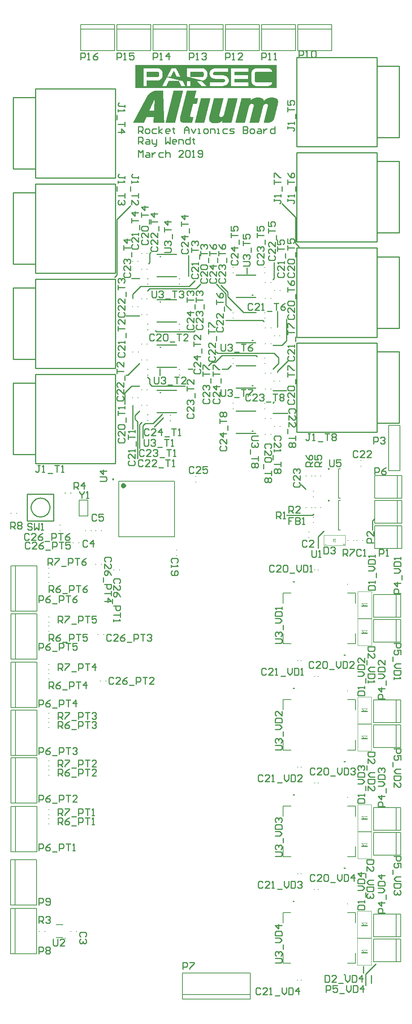
<source format=gto>
G04*
G04 #@! TF.GenerationSoftware,Altium Limited,Altium Designer,19.0.14 (431)*
G04*
G04 Layer_Color=65535*
%FSLAX25Y25*%
%MOIN*%
G70*
G01*
G75*
%ADD10C,0.01000*%
%ADD11C,0.00984*%
%ADD12C,0.00600*%
%ADD13C,0.02362*%
%ADD14C,0.01000*%
%ADD15C,0.00100*%
%ADD16C,0.00787*%
%ADD17C,0.00750*%
%ADD18C,0.00591*%
%ADD19C,0.00400*%
G36*
X298250Y24250D02*
Y23250D01*
X296750D01*
Y24250D01*
X298250D01*
D02*
G37*
G36*
X253250Y87750D02*
Y88750D01*
X251750D01*
Y87750D01*
X253250D01*
D02*
G37*
G36*
X298350Y118250D02*
Y117250D01*
X296850D01*
Y118250D01*
X298350D01*
D02*
G37*
G36*
X253350Y181750D02*
Y182750D01*
X251850D01*
Y181750D01*
X253350D01*
D02*
G37*
G36*
X298350Y212250D02*
Y211250D01*
X296850D01*
Y212250D01*
X298350D01*
D02*
G37*
G36*
X253350Y275750D02*
Y276750D01*
X251850D01*
Y275750D01*
X253350D01*
D02*
G37*
G36*
X298350Y306250D02*
Y305250D01*
X296850D01*
Y306250D01*
X298350D01*
D02*
G37*
G36*
X253350Y369750D02*
Y370750D01*
X251850D01*
Y369750D01*
X253350D01*
D02*
G37*
D10*
X134783Y537260D02*
X133996D01*
X134783D01*
Y577260D02*
X133996D01*
X134783D01*
Y617260D02*
X133996D01*
X134783D01*
Y657382D02*
X133996D01*
X134783D01*
X216382Y623457D02*
X215595D01*
X216382D01*
Y583457D02*
X215595D01*
X216382D01*
Y543457D02*
X215595D01*
X216382D01*
Y503457D02*
X215595D01*
X216382D01*
X36805Y436000D02*
X36745Y437001D01*
X36564Y437988D01*
X36265Y438945D01*
X35854Y439860D01*
X35335Y440718D01*
X34716Y441507D01*
X34007Y442216D01*
X33218Y442835D01*
X32360Y443354D01*
X31445Y443765D01*
X30487Y444064D01*
X29501Y444245D01*
X28500Y444305D01*
X27499Y444245D01*
X26513Y444064D01*
X25555Y443765D01*
X24640Y443354D01*
X23782Y442835D01*
X22993Y442216D01*
X22284Y441507D01*
X21665Y440718D01*
X21146Y439860D01*
X20735Y438945D01*
X20436Y437988D01*
X20255Y437001D01*
X20195Y436000D01*
X20255Y434999D01*
X20436Y434012D01*
X20735Y433055D01*
X21146Y432140D01*
X21665Y431282D01*
X22284Y430493D01*
X22993Y429783D01*
X23782Y429165D01*
X24640Y428646D01*
X25555Y428235D01*
X26513Y427936D01*
X27499Y427755D01*
X28500Y427695D01*
X29501Y427755D01*
X30487Y427936D01*
X31445Y428235D01*
X32360Y428646D01*
X33218Y429165D01*
X34007Y429783D01*
X34716Y430493D01*
X35335Y431282D01*
X35854Y432140D01*
X36265Y433055D01*
X36564Y434012D01*
X36745Y434999D01*
X36805Y436000D01*
X316000Y24000D02*
X325000Y33000D01*
X316000Y14000D02*
Y24000D01*
X131634Y539425D02*
X148957D01*
X131634Y519740D02*
X148957D01*
X131634Y559740D02*
X148957D01*
X131634Y579425D02*
X148957D01*
X131634Y619425D02*
X148957D01*
X131634Y599740D02*
X148957D01*
X131634Y639862D02*
X148957D01*
X131634Y659547D02*
X148957D01*
X201421Y621291D02*
X218744D01*
X201421Y640976D02*
X218744D01*
X201421Y600976D02*
X218744D01*
X201421Y581291D02*
X218744D01*
X201421Y541291D02*
X218744D01*
X201421Y560976D02*
X218744D01*
X201421Y520976D02*
X218744D01*
X201421Y501291D02*
X218744D01*
X184000Y573000D02*
X185000Y572000D01*
X211000Y642000D02*
Y647260D01*
X208000Y608000D02*
X212457D01*
X194000Y622000D02*
X208000Y608000D01*
X194000Y622000D02*
Y626000D01*
X188000Y632000D02*
X194000Y626000D01*
X188000Y632000D02*
Y632016D01*
X192500Y614500D02*
X197000Y610000D01*
X159500Y640000D02*
Y658500D01*
X16689Y424189D02*
X40311D01*
X16689D02*
Y447811D01*
X40311D01*
Y424189D02*
Y447811D01*
X212457Y608000D02*
X219000D01*
X125000Y660000D02*
X126000Y661000D01*
X125000Y659000D02*
Y660000D01*
X321000Y16000D02*
Y23000D01*
X314000Y25000D02*
Y31000D01*
X219000Y570000D02*
X220000Y569000D01*
X189000Y570000D02*
X219000D01*
X183000Y564000D02*
X189000Y570000D01*
X180004Y564000D02*
X183000D01*
X177004Y561000D02*
X180004Y564000D01*
X177000Y561000D02*
X177004D01*
X234000Y558000D02*
X239000Y563000D01*
Y568000D01*
X235000Y572000D02*
X239000Y568000D01*
X185000Y572000D02*
X235000D01*
X194000Y558000D02*
X197000Y561000D01*
X189000Y558000D02*
X194000D01*
X238000Y555000D02*
Y556000D01*
X247000Y565000D01*
X234000Y539000D02*
X246000D01*
X234000Y528000D02*
X235000Y529000D01*
X159000Y558000D02*
X163000D01*
X105799Y552799D02*
X116000Y563000D01*
X104000Y552799D02*
X105799D01*
X103000Y527000D02*
Y537000D01*
X110000Y505000D02*
Y526000D01*
X112000Y517000D02*
X116000Y521000D01*
X112000Y514000D02*
Y517000D01*
Y514000D02*
X114492Y511508D01*
Y479000D02*
Y511508D01*
X123000Y551000D02*
X125000Y549000D01*
Y545205D02*
Y549000D01*
Y545205D02*
X127205Y543000D01*
X156563D01*
X134311Y552500D02*
Y558500D01*
X192500Y614500D02*
Y624516D01*
X185000Y632016D02*
X192500Y624516D01*
X184095Y632921D02*
X185000Y632016D01*
X184000Y632921D02*
X184095D01*
X225000Y601000D02*
X226000Y600000D01*
X224000Y601000D02*
X225000D01*
X192500D02*
X225000D01*
X238000Y595000D02*
Y609000D01*
X234000Y579000D02*
X242000D01*
X246000Y583000D01*
Y602000D01*
X130000Y592000D02*
X131000Y591000D01*
X164000D01*
X165000Y592000D01*
X165000D01*
X104000Y605000D02*
X116000D01*
X123000Y627000D02*
X125000Y629000D01*
X166000D01*
X170000Y633000D01*
X110031Y620457D02*
Y624031D01*
X117000Y631000D01*
X160000D01*
X165000Y636000D01*
X94000Y639000D02*
X96000Y641000D01*
Y690000D01*
X108000Y702000D01*
X109012Y543000D02*
X116000D01*
X103012Y537000D02*
X109012Y543000D01*
X129000Y507000D02*
X137000Y515000D01*
X136000Y518000D02*
Y518500D01*
X128000Y510000D02*
X136000Y518000D01*
X121000Y510000D02*
X128000D01*
X119000Y508000D02*
X121000Y510000D01*
X119000Y497000D02*
Y508000D01*
X116000Y509000D02*
X118000Y511000D01*
X116000Y488000D02*
Y509000D01*
X254000Y669000D02*
X257000Y666000D01*
X254000Y669000D02*
Y692000D01*
X242000Y704000D02*
X254000Y692000D01*
X234000Y637000D02*
X235000Y638000D01*
Y652000D01*
X109000Y638000D02*
X116000D01*
X124000Y651000D02*
X125000Y652000D01*
Y659000D01*
X234000Y519000D02*
X247000D01*
X259000Y456000D02*
X263000Y452000D01*
X269197Y429000D02*
X270197Y430000D01*
X246000Y429000D02*
X269197D01*
X274013Y410013D02*
X279000Y415000D01*
X274013Y409913D02*
Y410013D01*
X274000Y409913D02*
X274013D01*
X274000Y400000D02*
Y409913D01*
X322000Y424000D02*
X324000Y426000D01*
X322000Y416008D02*
Y424000D01*
X115000Y766195D02*
Y772193D01*
X117999D01*
X118999Y771193D01*
Y769194D01*
X117999Y768194D01*
X115000D01*
X116999D02*
X118999Y766195D01*
X121998D02*
X123997D01*
X124997Y767194D01*
Y769194D01*
X123997Y770193D01*
X121998D01*
X120998Y769194D01*
Y767194D01*
X121998Y766195D01*
X130995Y770193D02*
X127996D01*
X126996Y769194D01*
Y767194D01*
X127996Y766195D01*
X130995D01*
X132994D02*
Y772193D01*
Y768194D02*
X135993Y770193D01*
X132994Y768194D02*
X135993Y766195D01*
X141991D02*
X139992D01*
X138992Y767194D01*
Y769194D01*
X139992Y770193D01*
X141991D01*
X142991Y769194D01*
Y768194D01*
X138992D01*
X145990Y771193D02*
Y770193D01*
X144990D01*
X146990D01*
X145990D01*
Y767194D01*
X146990Y766195D01*
X155987D02*
Y770193D01*
X157986Y772193D01*
X159985Y770193D01*
Y766195D01*
Y769194D01*
X155987D01*
X161985Y770193D02*
X163984Y766195D01*
X165983Y770193D01*
X167983Y766195D02*
X169982D01*
X168983D01*
Y770193D01*
X167983D01*
X173981Y766195D02*
X175980D01*
X176980Y767194D01*
Y769194D01*
X175980Y770193D01*
X173981D01*
X172981Y769194D01*
Y767194D01*
X173981Y766195D01*
X178979D02*
Y770193D01*
X181978D01*
X182978Y769194D01*
Y766195D01*
X184977D02*
X186977D01*
X185977D01*
Y770193D01*
X184977D01*
X193974D02*
X190975D01*
X189976Y769194D01*
Y767194D01*
X190975Y766195D01*
X193974D01*
X195974D02*
X198973D01*
X199972Y767194D01*
X198973Y768194D01*
X196974D01*
X195974Y769194D01*
X196974Y770193D01*
X199972D01*
X207970Y772193D02*
Y766195D01*
X210969D01*
X211969Y767194D01*
Y768194D01*
X210969Y769194D01*
X207970D01*
X210969D01*
X211969Y770193D01*
Y771193D01*
X210969Y772193D01*
X207970D01*
X214968Y766195D02*
X216967D01*
X217967Y767194D01*
Y769194D01*
X216967Y770193D01*
X214968D01*
X213968Y769194D01*
Y767194D01*
X214968Y766195D01*
X220966Y770193D02*
X222965D01*
X223965Y769194D01*
Y766195D01*
X220966D01*
X219966Y767194D01*
X220966Y768194D01*
X223965D01*
X225964Y770193D02*
Y766195D01*
Y768194D01*
X226964Y769194D01*
X227963Y770193D01*
X228963D01*
X235961Y772193D02*
Y766195D01*
X232962D01*
X231962Y767194D01*
Y769194D01*
X232962Y770193D01*
X235961D01*
X115000Y756597D02*
Y762595D01*
X117999D01*
X118999Y761595D01*
Y759596D01*
X117999Y758596D01*
X115000D01*
X116999D02*
X118999Y756597D01*
X121998Y760596D02*
X123997D01*
X124997Y759596D01*
Y756597D01*
X121998D01*
X120998Y757597D01*
X121998Y758596D01*
X124997D01*
X126996Y760596D02*
Y757597D01*
X127996Y756597D01*
X130995D01*
Y755597D01*
X129995Y754598D01*
X128996D01*
X130995Y756597D02*
Y760596D01*
X138992Y762595D02*
Y756597D01*
X140992Y758596D01*
X142991Y756597D01*
Y762595D01*
X147989Y756597D02*
X145990D01*
X144990Y757597D01*
Y759596D01*
X145990Y760596D01*
X147989D01*
X148989Y759596D01*
Y758596D01*
X144990D01*
X150988Y756597D02*
Y760596D01*
X153987D01*
X154987Y759596D01*
Y756597D01*
X160985Y762595D02*
Y756597D01*
X157986D01*
X156986Y757597D01*
Y759596D01*
X157986Y760596D01*
X160985D01*
X163984Y761595D02*
Y760596D01*
X162985D01*
X164984D01*
X163984D01*
Y757597D01*
X164984Y756597D01*
X115000Y745000D02*
Y750998D01*
X116999Y748999D01*
X118999Y750998D01*
Y745000D01*
X121998Y748999D02*
X123997D01*
X124997Y747999D01*
Y745000D01*
X121998D01*
X120998Y746000D01*
X121998Y746999D01*
X124997D01*
X126996Y748999D02*
Y745000D01*
Y746999D01*
X127996Y747999D01*
X128996Y748999D01*
X129995D01*
X136993D02*
X133994D01*
X132994Y747999D01*
Y746000D01*
X133994Y745000D01*
X136993D01*
X138992Y750998D02*
Y745000D01*
Y747999D01*
X139992Y748999D01*
X141991D01*
X142991Y747999D01*
Y745000D01*
X154987D02*
X150988D01*
X154987Y748999D01*
Y749998D01*
X153987Y750998D01*
X151988D01*
X150988Y749998D01*
X156986D02*
X157986Y750998D01*
X159985D01*
X160985Y749998D01*
Y746000D01*
X159985Y745000D01*
X157986D01*
X156986Y746000D01*
Y749998D01*
X162985Y745000D02*
X164984D01*
X163984D01*
Y750998D01*
X162985Y749998D01*
X167983Y746000D02*
X168983Y745000D01*
X170982D01*
X171982Y746000D01*
Y749998D01*
X170982Y750998D01*
X168983D01*
X167983Y749998D01*
Y748999D01*
X168983Y747999D01*
X171982D01*
X81002Y459000D02*
X86000D01*
X87000Y460000D01*
Y461999D01*
X86000Y462999D01*
X81002D01*
X87000Y467997D02*
X81002D01*
X84001Y464998D01*
Y468997D01*
X89998Y388001D02*
X90998Y389001D01*
Y391000D01*
X89998Y392000D01*
X86000D01*
X85000Y391000D01*
Y389001D01*
X86000Y388001D01*
X85000Y382003D02*
Y386002D01*
X88999Y382003D01*
X89998D01*
X90998Y383003D01*
Y385002D01*
X89998Y386002D01*
X90998Y376005D02*
X89998Y378005D01*
X87999Y380004D01*
X86000D01*
X85000Y379004D01*
Y377005D01*
X86000Y376005D01*
X86999D01*
X87999Y377005D01*
Y380004D01*
X84000Y374006D02*
Y370007D01*
X85000Y368008D02*
X90998D01*
Y365009D01*
X89998Y364009D01*
X87999D01*
X86999Y365009D01*
Y368008D01*
X90998Y362010D02*
Y358011D01*
Y360010D01*
X85000D01*
Y353013D02*
X90998D01*
X87999Y356012D01*
Y352013D01*
X18524Y411998D02*
X17524Y412998D01*
X15525D01*
X14525Y411998D01*
Y408000D01*
X15525Y407000D01*
X17524D01*
X18524Y408000D01*
X24522Y407000D02*
X20523D01*
X24522Y410999D01*
Y411998D01*
X23522Y412998D01*
X21523D01*
X20523Y411998D01*
X30520Y412998D02*
X28521Y411998D01*
X26521Y409999D01*
Y408000D01*
X27521Y407000D01*
X29520D01*
X30520Y408000D01*
Y408999D01*
X29520Y409999D01*
X26521D01*
X32519Y406000D02*
X36518D01*
X38517Y407000D02*
Y412998D01*
X41517D01*
X42516Y411998D01*
Y409999D01*
X41517Y408999D01*
X38517D01*
X44515Y412998D02*
X48514D01*
X46515D01*
Y407000D01*
X54512Y412998D02*
X52513Y411998D01*
X50513Y409999D01*
Y408000D01*
X51513Y407000D01*
X53513D01*
X54512Y408000D01*
Y408999D01*
X53513Y409999D01*
X50513D01*
X18999Y404372D02*
X17999Y405372D01*
X16000D01*
X15000Y404372D01*
Y400374D01*
X16000Y399374D01*
X17999D01*
X18999Y400374D01*
X24997Y399374D02*
X20998D01*
X24997Y403373D01*
Y404372D01*
X23997Y405372D01*
X21998D01*
X20998Y404372D01*
X30995Y405372D02*
X28995Y404372D01*
X26996Y402373D01*
Y400374D01*
X27996Y399374D01*
X29995D01*
X30995Y400374D01*
Y401373D01*
X29995Y402373D01*
X26996D01*
X32994Y398374D02*
X36993D01*
X38992Y399374D02*
Y405372D01*
X41991D01*
X42991Y404372D01*
Y402373D01*
X41991Y401373D01*
X38992D01*
X44990Y405372D02*
X48989D01*
X46990D01*
Y399374D01*
X54987Y405372D02*
X50988D01*
Y402373D01*
X52988Y403373D01*
X53987D01*
X54987Y402373D01*
Y400374D01*
X53987Y399374D01*
X51988D01*
X50988Y400374D01*
X90999Y322998D02*
X89999Y323998D01*
X88000D01*
X87000Y322998D01*
Y319000D01*
X88000Y318000D01*
X89999D01*
X90999Y319000D01*
X96997Y318000D02*
X92998D01*
X96997Y321999D01*
Y322998D01*
X95997Y323998D01*
X93998D01*
X92998Y322998D01*
X102995Y323998D02*
X100996Y322998D01*
X98996Y320999D01*
Y319000D01*
X99996Y318000D01*
X101995D01*
X102995Y319000D01*
Y319999D01*
X101995Y320999D01*
X98996D01*
X104994Y317000D02*
X108993D01*
X110992Y318000D02*
Y323998D01*
X113991D01*
X114991Y322998D01*
Y320999D01*
X113991Y319999D01*
X110992D01*
X116990Y323998D02*
X120989D01*
X118990D01*
Y318000D01*
X122988Y322998D02*
X123988Y323998D01*
X125987D01*
X126987Y322998D01*
Y321999D01*
X125987Y320999D01*
X124988D01*
X125987D01*
X126987Y319999D01*
Y319000D01*
X125987Y318000D01*
X123988D01*
X122988Y319000D01*
X92999Y284998D02*
X91999Y285998D01*
X90000D01*
X89000Y284998D01*
Y281000D01*
X90000Y280000D01*
X91999D01*
X92999Y281000D01*
X98997Y280000D02*
X94998D01*
X98997Y283999D01*
Y284998D01*
X97997Y285998D01*
X95998D01*
X94998Y284998D01*
X104995Y285998D02*
X102996Y284998D01*
X100996Y282999D01*
Y281000D01*
X101996Y280000D01*
X103995D01*
X104995Y281000D01*
Y281999D01*
X103995Y282999D01*
X100996D01*
X106994Y279000D02*
X110993D01*
X112992Y280000D02*
Y285998D01*
X115991D01*
X116991Y284998D01*
Y282999D01*
X115991Y281999D01*
X112992D01*
X118990Y285998D02*
X122989D01*
X120990D01*
Y280000D01*
X128987D02*
X124988D01*
X128987Y283999D01*
Y284998D01*
X127987Y285998D01*
X125988D01*
X124988Y284998D01*
X97998Y369001D02*
X98998Y370001D01*
Y372000D01*
X97998Y373000D01*
X94000D01*
X93000Y372000D01*
Y370001D01*
X94000Y369001D01*
X93000Y363003D02*
Y367002D01*
X96999Y363003D01*
X97998D01*
X98998Y364003D01*
Y366002D01*
X97998Y367002D01*
X98998Y357005D02*
X97998Y359004D01*
X95999Y361004D01*
X94000D01*
X93000Y360004D01*
Y358005D01*
X94000Y357005D01*
X94999D01*
X95999Y358005D01*
Y361004D01*
X92000Y355006D02*
Y351007D01*
X93000Y349008D02*
X98998D01*
Y346009D01*
X97998Y345009D01*
X95999D01*
X94999Y346009D01*
Y349008D01*
X98998Y343010D02*
Y339011D01*
Y341010D01*
X93000D01*
Y337012D02*
Y335012D01*
Y336012D01*
X98998D01*
X97998Y337012D01*
X128000Y831000D02*
Y836998D01*
X130999D01*
X131999Y835998D01*
Y833999D01*
X130999Y832999D01*
X128000D01*
X133998Y831000D02*
X135997D01*
X134998D01*
Y836998D01*
X133998Y835998D01*
X141996Y831000D02*
Y836998D01*
X138996Y833999D01*
X142995D01*
X64000Y831000D02*
Y836998D01*
X66999D01*
X67999Y835998D01*
Y833999D01*
X66999Y832999D01*
X64000D01*
X69998Y831000D02*
X71997D01*
X70998D01*
Y836998D01*
X69998Y835998D01*
X78995Y836998D02*
X76996Y835998D01*
X74996Y833999D01*
Y832000D01*
X75996Y831000D01*
X77996D01*
X78995Y832000D01*
Y832999D01*
X77996Y833999D01*
X74996D01*
X96000Y831000D02*
Y836998D01*
X98999D01*
X99999Y835998D01*
Y833999D01*
X98999Y832999D01*
X96000D01*
X101998Y831000D02*
X103997D01*
X102998D01*
Y836998D01*
X101998Y835998D01*
X110995Y836998D02*
X106996D01*
Y833999D01*
X108996Y834999D01*
X109995D01*
X110995Y833999D01*
Y832000D01*
X109995Y831000D01*
X107996D01*
X106996Y832000D01*
X160035Y831000D02*
Y836998D01*
X163034D01*
X164034Y835998D01*
Y833999D01*
X163034Y832999D01*
X160035D01*
X166033Y831000D02*
X168033D01*
X167033D01*
Y836998D01*
X166033Y835998D01*
X171032D02*
X172031Y836998D01*
X174031D01*
X175031Y835998D01*
Y834999D01*
X174031Y833999D01*
X173031D01*
X174031D01*
X175031Y832999D01*
Y832000D01*
X174031Y831000D01*
X172031D01*
X171032Y832000D01*
X192000Y831000D02*
Y836998D01*
X194999D01*
X195999Y835998D01*
Y833999D01*
X194999Y832999D01*
X192000D01*
X197998Y831000D02*
X199997D01*
X198998D01*
Y836998D01*
X197998Y835998D01*
X206995Y831000D02*
X202996D01*
X206995Y834999D01*
Y835998D01*
X205995Y836998D01*
X203996D01*
X202996Y835998D01*
X224000Y831000D02*
Y836998D01*
X226999D01*
X227999Y835998D01*
Y833999D01*
X226999Y832999D01*
X224000D01*
X229998Y831000D02*
X231997D01*
X230998D01*
Y836998D01*
X229998Y835998D01*
X234997Y831000D02*
X236996D01*
X235996D01*
Y836998D01*
X234997Y835998D01*
X257000Y833000D02*
Y838998D01*
X259999D01*
X260999Y837998D01*
Y835999D01*
X259999Y834999D01*
X257000D01*
X262998Y833000D02*
X264997D01*
X263998D01*
Y838998D01*
X262998Y837998D01*
X267996D02*
X268996Y838998D01*
X270995D01*
X271995Y837998D01*
Y834000D01*
X270995Y833000D01*
X268996D01*
X267996Y834000D01*
Y837998D01*
X27000Y85000D02*
Y90998D01*
X29999D01*
X30999Y89998D01*
Y87999D01*
X29999Y86999D01*
X27000D01*
X32998Y86000D02*
X33998Y85000D01*
X35997D01*
X36997Y86000D01*
Y89998D01*
X35997Y90998D01*
X33998D01*
X32998Y89998D01*
Y88999D01*
X33998Y87999D01*
X36997D01*
X27000Y42000D02*
Y47998D01*
X29999D01*
X30999Y46998D01*
Y44999D01*
X29999Y43999D01*
X27000D01*
X32998Y46998D02*
X33998Y47998D01*
X35997D01*
X36997Y46998D01*
Y45999D01*
X35997Y44999D01*
X36997Y43999D01*
Y43000D01*
X35997Y42000D01*
X33998D01*
X32998Y43000D01*
Y43999D01*
X33998Y44999D01*
X32998Y45999D01*
Y46998D01*
X33998Y44999D02*
X35997D01*
X154600Y28400D02*
Y34398D01*
X157599D01*
X158599Y33398D01*
Y31399D01*
X157599Y30399D01*
X154600D01*
X160598Y34398D02*
X164597D01*
Y33398D01*
X160598Y29400D01*
Y28400D01*
X284000Y477998D02*
Y473000D01*
X285000Y472000D01*
X286999D01*
X287999Y473000D01*
Y477998D01*
X293997D02*
X289998D01*
Y474999D01*
X291997Y475999D01*
X292997D01*
X293997Y474999D01*
Y473000D01*
X292997Y472000D01*
X290998D01*
X289998Y473000D01*
X296000Y393000D02*
Y398998D01*
X298999D01*
X299999Y397998D01*
Y395999D01*
X298999Y394999D01*
X296000D01*
X297999D02*
X299999Y393000D01*
X301998Y398998D02*
X305997D01*
Y397998D01*
X301998Y394000D01*
Y393000D01*
X269000Y472000D02*
X263002D01*
Y474999D01*
X264002Y475999D01*
X266001D01*
X267001Y474999D01*
Y472000D01*
Y473999D02*
X269000Y475999D01*
X263002Y481997D02*
X264002Y479997D01*
X266001Y477998D01*
X268000D01*
X269000Y478998D01*
Y480997D01*
X268000Y481997D01*
X267001D01*
X266001Y480997D01*
Y477998D01*
X324000Y465000D02*
Y470998D01*
X326999D01*
X327999Y469998D01*
Y467999D01*
X326999Y466999D01*
X324000D01*
X333997Y470998D02*
X331997Y469998D01*
X329998Y467999D01*
Y466000D01*
X330998Y465000D01*
X332997D01*
X333997Y466000D01*
Y466999D01*
X332997Y467999D01*
X329998D01*
X279000Y400998D02*
Y395000D01*
X281999D01*
X282999Y396000D01*
Y399998D01*
X281999Y400998D01*
X279000D01*
X284998Y399998D02*
X285998Y400998D01*
X287997D01*
X288997Y399998D01*
Y398999D01*
X287997Y397999D01*
X286997D01*
X287997D01*
X288997Y396999D01*
Y396000D01*
X287997Y395000D01*
X285998D01*
X284998Y396000D01*
X253002Y457999D02*
X252002Y456999D01*
Y455000D01*
X253002Y454000D01*
X257000D01*
X258000Y455000D01*
Y456999D01*
X257000Y457999D01*
X258000Y463997D02*
Y459998D01*
X254001Y463997D01*
X253002D01*
X252002Y462997D01*
Y460998D01*
X253002Y459998D01*
Y465996D02*
X252002Y466996D01*
Y468995D01*
X253002Y469995D01*
X254001D01*
X255001Y468995D01*
Y467996D01*
Y468995D01*
X256001Y469995D01*
X257000D01*
X258000Y468995D01*
Y466996D01*
X257000Y465996D01*
X308999Y484998D02*
X307999Y485998D01*
X306000D01*
X305000Y484998D01*
Y481000D01*
X306000Y480000D01*
X307999D01*
X308999Y481000D01*
X314997Y480000D02*
X310998D01*
X314997Y483999D01*
Y484998D01*
X313997Y485998D01*
X311998D01*
X310998Y484998D01*
X320995Y480000D02*
X316996D01*
X320995Y483999D01*
Y484998D01*
X319995Y485998D01*
X317996D01*
X316996Y484998D01*
X347000Y360000D02*
X341002D01*
Y362999D01*
X342002Y363999D01*
X344001D01*
X345001Y362999D01*
Y360000D01*
X347000Y368997D02*
X341002D01*
X344001Y365998D01*
Y369997D01*
X348000Y371996D02*
Y375995D01*
X341002Y377994D02*
X345001D01*
X347000Y379994D01*
X345001Y381993D01*
X341002D01*
Y383992D02*
X347000D01*
Y386991D01*
X346000Y387991D01*
X342002D01*
X341002Y386991D01*
Y383992D01*
X347000Y389990D02*
Y391990D01*
Y390990D01*
X341002D01*
X342002Y389990D01*
X236002Y34000D02*
X241000D01*
X242000Y35000D01*
Y36999D01*
X241000Y37999D01*
X236002D01*
X237002Y39998D02*
X236002Y40998D01*
Y42997D01*
X237002Y43997D01*
X238001D01*
X239001Y42997D01*
Y41997D01*
Y42997D01*
X240001Y43997D01*
X241000D01*
X242000Y42997D01*
Y40998D01*
X241000Y39998D01*
X243000Y45996D02*
Y49995D01*
X236002Y51994D02*
X240001D01*
X242000Y53993D01*
X240001Y55993D01*
X236002D01*
Y57992D02*
X242000D01*
Y60991D01*
X241000Y61991D01*
X237002D01*
X236002Y60991D01*
Y57992D01*
X242000Y66989D02*
X236002D01*
X239001Y63990D01*
Y67989D01*
X236002Y128000D02*
X241000D01*
X242000Y129000D01*
Y130999D01*
X241000Y131999D01*
X236002D01*
X237002Y133998D02*
X236002Y134998D01*
Y136997D01*
X237002Y137997D01*
X238001D01*
X239001Y136997D01*
Y135997D01*
Y136997D01*
X240001Y137997D01*
X241000D01*
X242000Y136997D01*
Y134998D01*
X241000Y133998D01*
X243000Y139996D02*
Y143995D01*
X236002Y145994D02*
X240001D01*
X242000Y147994D01*
X240001Y149993D01*
X236002D01*
Y151992D02*
X242000D01*
Y154991D01*
X241000Y155991D01*
X237002D01*
X236002Y154991D01*
Y151992D01*
X237002Y157990D02*
X236002Y158990D01*
Y160989D01*
X237002Y161989D01*
X238001D01*
X239001Y160989D01*
Y159990D01*
Y160989D01*
X240001Y161989D01*
X241000D01*
X242000Y160989D01*
Y158990D01*
X241000Y157990D01*
X236002Y222000D02*
X241000D01*
X242000Y223000D01*
Y224999D01*
X241000Y225999D01*
X236002D01*
X237002Y227998D02*
X236002Y228998D01*
Y230997D01*
X237002Y231997D01*
X238001D01*
X239001Y230997D01*
Y229997D01*
Y230997D01*
X240001Y231997D01*
X241000D01*
X242000Y230997D01*
Y228998D01*
X241000Y227998D01*
X243000Y233996D02*
Y237995D01*
X236002Y239994D02*
X240001D01*
X242000Y241993D01*
X240001Y243993D01*
X236002D01*
Y245992D02*
X242000D01*
Y248991D01*
X241000Y249991D01*
X237002D01*
X236002Y248991D01*
Y245992D01*
X242000Y255989D02*
Y251990D01*
X238001Y255989D01*
X237002D01*
X236002Y254989D01*
Y252990D01*
X237002Y251990D01*
X236002Y316000D02*
X241000D01*
X242000Y317000D01*
Y318999D01*
X241000Y319999D01*
X236002D01*
X237002Y321998D02*
X236002Y322998D01*
Y324997D01*
X237002Y325997D01*
X238001D01*
X239001Y324997D01*
Y323997D01*
Y324997D01*
X240001Y325997D01*
X241000D01*
X242000Y324997D01*
Y322998D01*
X241000Y321998D01*
X243000Y327996D02*
Y331995D01*
X236002Y333994D02*
X240001D01*
X242000Y335994D01*
X240001Y337993D01*
X236002D01*
Y339992D02*
X242000D01*
Y342991D01*
X241000Y343991D01*
X237002D01*
X236002Y342991D01*
Y339992D01*
X242000Y345990D02*
Y347990D01*
Y346990D01*
X236002D01*
X237002Y345990D01*
X266999Y500998D02*
X264999D01*
X265999D01*
Y496000D01*
X264999Y495000D01*
X264000D01*
X263000Y496000D01*
X268998Y495000D02*
X270997D01*
X269998D01*
Y500998D01*
X268998Y499998D01*
X273996Y494000D02*
X277995D01*
X279995Y500998D02*
X283993D01*
X281994D01*
Y495000D01*
X285993Y499998D02*
X286992Y500998D01*
X288992D01*
X289991Y499998D01*
Y498999D01*
X288992Y497999D01*
X289991Y496999D01*
Y496000D01*
X288992Y495000D01*
X286992D01*
X285993Y496000D01*
Y496999D01*
X286992Y497999D01*
X285993Y498999D01*
Y499998D01*
X286992Y497999D02*
X288992D01*
X235002Y707999D02*
Y705999D01*
Y706999D01*
X240000D01*
X241000Y705999D01*
Y705000D01*
X240000Y704000D01*
X241000Y709998D02*
Y711997D01*
Y710998D01*
X235002D01*
X236002Y709998D01*
X242000Y714996D02*
Y718995D01*
X235002Y720995D02*
Y724993D01*
Y722994D01*
X241000D01*
X235002Y726993D02*
Y730991D01*
X236002D01*
X240000Y726993D01*
X241000D01*
X247102Y707999D02*
Y705999D01*
Y706999D01*
X252100D01*
X253100Y705999D01*
Y705000D01*
X252100Y704000D01*
X253100Y709998D02*
Y711997D01*
Y710998D01*
X247102D01*
X248102Y709998D01*
X254100Y714996D02*
Y718995D01*
X247102Y720995D02*
Y724993D01*
Y722994D01*
X253100D01*
X247102Y730991D02*
X248102Y728992D01*
X250101Y726993D01*
X252100D01*
X253100Y727992D01*
Y729992D01*
X252100Y730991D01*
X251101D01*
X250101Y729992D01*
Y726993D01*
X247102Y771999D02*
Y769999D01*
Y770999D01*
X252100D01*
X253100Y769999D01*
Y769000D01*
X252100Y768000D01*
X253100Y773998D02*
Y775997D01*
Y774998D01*
X247102D01*
X248102Y773998D01*
X254100Y778996D02*
Y782995D01*
X247102Y784995D02*
Y788993D01*
Y786994D01*
X253100D01*
X247102Y794991D02*
Y790993D01*
X250101D01*
X249101Y792992D01*
Y793992D01*
X250101Y794991D01*
X252100D01*
X253100Y793992D01*
Y791992D01*
X252100Y790993D01*
X102998Y789001D02*
Y791001D01*
Y790001D01*
X98000D01*
X97000Y791001D01*
Y792000D01*
X98000Y793000D01*
X97000Y787002D02*
Y785003D01*
Y786002D01*
X102998D01*
X101998Y787002D01*
X96000Y782004D02*
Y778005D01*
X102998Y776006D02*
Y772007D01*
Y774006D01*
X97000D01*
Y767008D02*
X102998D01*
X99999Y770007D01*
Y766009D01*
X102998Y726001D02*
Y728001D01*
Y727001D01*
X98000D01*
X97000Y728001D01*
Y729000D01*
X98000Y730000D01*
X97000Y724002D02*
Y722003D01*
Y723002D01*
X102998D01*
X101998Y724002D01*
X96000Y719004D02*
Y715005D01*
X102998Y713005D02*
Y709007D01*
Y711006D01*
X97000D01*
X101998Y707007D02*
X102998Y706008D01*
Y704008D01*
X101998Y703009D01*
X100999D01*
X99999Y704008D01*
Y705008D01*
Y704008D01*
X98999Y703009D01*
X98000D01*
X97000Y704008D01*
Y706008D01*
X98000Y707007D01*
X114998Y726001D02*
Y728001D01*
Y727001D01*
X110000D01*
X109000Y728001D01*
Y729000D01*
X110000Y730000D01*
X109000Y724002D02*
Y722003D01*
Y723002D01*
X114998D01*
X113998Y724002D01*
X108000Y719004D02*
Y715005D01*
X114998Y713005D02*
Y709007D01*
Y711006D01*
X109000D01*
Y703009D02*
Y707007D01*
X112999Y703009D01*
X113998D01*
X114998Y704008D01*
Y706008D01*
X113998Y707007D01*
X27999Y472998D02*
X25999D01*
X26999D01*
Y468000D01*
X25999Y467000D01*
X25000D01*
X24000Y468000D01*
X29998Y467000D02*
X31997D01*
X30998D01*
Y472998D01*
X29998Y471998D01*
X34996Y466000D02*
X38995D01*
X40995Y472998D02*
X44993D01*
X42994D01*
Y467000D01*
X46993D02*
X48992D01*
X47992D01*
Y472998D01*
X46993Y471998D01*
X280000Y22998D02*
Y17000D01*
X282999D01*
X283999Y18000D01*
Y21998D01*
X282999Y22998D01*
X280000D01*
X289997Y17000D02*
X285998D01*
X289997Y20999D01*
Y21998D01*
X288997Y22998D01*
X286998D01*
X285998Y21998D01*
X291996Y16000D02*
X295995D01*
X297994Y22998D02*
Y18999D01*
X299993Y17000D01*
X301993Y18999D01*
Y22998D01*
X303992D02*
Y17000D01*
X306991D01*
X307991Y18000D01*
Y21998D01*
X306991Y22998D01*
X303992D01*
X312989Y17000D02*
Y22998D01*
X309990Y19999D01*
X313989D01*
X322998Y125000D02*
X317000D01*
Y122001D01*
X318000Y121001D01*
X321998D01*
X322998Y122001D01*
Y125000D01*
X317000Y115003D02*
Y119002D01*
X320999Y115003D01*
X321998D01*
X322998Y116003D01*
Y118002D01*
X321998Y119002D01*
X316000Y113004D02*
Y109005D01*
X322998Y107006D02*
X318999D01*
X317000Y105007D01*
X318999Y103007D01*
X322998D01*
Y101008D02*
X317000D01*
Y98009D01*
X318000Y97009D01*
X321998D01*
X322998Y98009D01*
Y101008D01*
X321998Y95010D02*
X322998Y94010D01*
Y92011D01*
X321998Y91011D01*
X320999D01*
X319999Y92011D01*
Y93010D01*
Y92011D01*
X318999Y91011D01*
X318000D01*
X317000Y92011D01*
Y94010D01*
X318000Y95010D01*
X323998Y220000D02*
X318000D01*
Y217001D01*
X319000Y216001D01*
X322998D01*
X323998Y217001D01*
Y220000D01*
X318000Y210003D02*
Y214002D01*
X321999Y210003D01*
X322998D01*
X323998Y211003D01*
Y213002D01*
X322998Y214002D01*
X317000Y208004D02*
Y204005D01*
X323998Y202006D02*
X319999D01*
X318000Y200007D01*
X319999Y198007D01*
X323998D01*
Y196008D02*
X318000D01*
Y193009D01*
X319000Y192009D01*
X322998D01*
X323998Y193009D01*
Y196008D01*
X318000Y186011D02*
Y190010D01*
X321999Y186011D01*
X322998D01*
X323998Y187011D01*
Y189010D01*
X322998Y190010D01*
X323998Y313000D02*
X318000D01*
Y310001D01*
X319000Y309001D01*
X322998D01*
X323998Y310001D01*
Y313000D01*
X318000Y303003D02*
Y307002D01*
X321999Y303003D01*
X322998D01*
X323998Y304003D01*
Y306002D01*
X322998Y307002D01*
X317000Y301004D02*
Y297005D01*
X323998Y295006D02*
X319999D01*
X318000Y293006D01*
X319999Y291007D01*
X323998D01*
Y289008D02*
X318000D01*
Y286009D01*
X319000Y285009D01*
X322998D01*
X323998Y286009D01*
Y289008D01*
X318000Y283010D02*
Y281010D01*
Y282010D01*
X323998D01*
X322998Y283010D01*
X309002Y81000D02*
X315000D01*
Y83999D01*
X314000Y84999D01*
X310002D01*
X309002Y83999D01*
Y81000D01*
X315000Y86998D02*
Y88997D01*
Y87998D01*
X309002D01*
X310002Y86998D01*
X316000Y91996D02*
Y95995D01*
X309002Y97995D02*
X313001D01*
X315000Y99994D01*
X313001Y101993D01*
X309002D01*
Y103993D02*
X315000D01*
Y106992D01*
X314000Y107991D01*
X310002D01*
X309002Y106992D01*
Y103993D01*
X315000Y112990D02*
X309002D01*
X312001Y109991D01*
Y113989D01*
X309002Y175000D02*
X315000D01*
Y177999D01*
X314000Y178999D01*
X310002D01*
X309002Y177999D01*
Y175000D01*
X315000Y180998D02*
Y182997D01*
Y181998D01*
X309002D01*
X310002Y180998D01*
X316000Y185996D02*
Y189995D01*
X309002Y191995D02*
X313001D01*
X315000Y193994D01*
X313001Y195993D01*
X309002D01*
Y197993D02*
X315000D01*
Y200992D01*
X314000Y201991D01*
X310002D01*
X309002Y200992D01*
Y197993D01*
X310002Y203991D02*
X309002Y204990D01*
Y206990D01*
X310002Y207989D01*
X311001D01*
X312001Y206990D01*
Y205990D01*
Y206990D01*
X313001Y207989D01*
X314000D01*
X315000Y206990D01*
Y204990D01*
X314000Y203991D01*
X309002Y270000D02*
X315000D01*
Y272999D01*
X314000Y273999D01*
X310002D01*
X309002Y272999D01*
Y270000D01*
X315000Y275998D02*
Y277997D01*
Y276998D01*
X309002D01*
X310002Y275998D01*
X316000Y280996D02*
Y284995D01*
X309002Y286995D02*
X313001D01*
X315000Y288994D01*
X313001Y290993D01*
X309002D01*
Y292993D02*
X315000D01*
Y295992D01*
X314000Y296991D01*
X310002D01*
X309002Y295992D01*
Y292993D01*
X315000Y302989D02*
Y298991D01*
X311001Y302989D01*
X310002D01*
X309002Y301990D01*
Y299990D01*
X310002Y298991D01*
X318502Y363200D02*
X324500D01*
Y366199D01*
X323500Y367199D01*
X319502D01*
X318502Y366199D01*
Y363200D01*
X324500Y369198D02*
Y371197D01*
Y370198D01*
X318502D01*
X319502Y369198D01*
X325500Y374196D02*
Y378195D01*
X318502Y380194D02*
X322501D01*
X324500Y382194D01*
X322501Y384193D01*
X318502D01*
Y386193D02*
X324500D01*
Y389192D01*
X323500Y390191D01*
X319502D01*
X318502Y389192D01*
Y386193D01*
X324500Y392191D02*
Y394190D01*
Y393190D01*
X318502D01*
X319502Y392191D01*
X220998Y499000D02*
X216000D01*
X215000Y498000D01*
Y496001D01*
X216000Y495001D01*
X220998D01*
X219998Y493002D02*
X220998Y492002D01*
Y490003D01*
X219998Y489003D01*
X218999D01*
X217999Y490003D01*
Y491003D01*
Y490003D01*
X216999Y489003D01*
X216000D01*
X215000Y490003D01*
Y492002D01*
X216000Y493002D01*
X214000Y487004D02*
Y483005D01*
X220998Y481006D02*
Y477007D01*
Y479006D01*
X215000D01*
X219998Y475008D02*
X220998Y474008D01*
Y472009D01*
X219998Y471009D01*
X218999D01*
X217999Y472009D01*
X216999Y471009D01*
X216000D01*
X215000Y472009D01*
Y474008D01*
X216000Y475008D01*
X216999D01*
X217999Y474008D01*
X218999Y475008D01*
X219998D01*
X217999Y474008D02*
Y472009D01*
X188000Y539998D02*
Y535000D01*
X189000Y534000D01*
X190999D01*
X191999Y535000D01*
Y539998D01*
X193998Y538998D02*
X194998Y539998D01*
X196997D01*
X197997Y538998D01*
Y537999D01*
X196997Y536999D01*
X195997D01*
X196997D01*
X197997Y535999D01*
Y535000D01*
X196997Y534000D01*
X194998D01*
X193998Y535000D01*
X199996Y533000D02*
X203995D01*
X205994Y539998D02*
X209993D01*
X207994D01*
Y534000D01*
X211992Y539998D02*
X215991D01*
Y538998D01*
X211992Y535000D01*
Y534000D01*
X188000Y579998D02*
Y575000D01*
X189000Y574000D01*
X190999D01*
X191999Y575000D01*
Y579998D01*
X193998Y578998D02*
X194998Y579998D01*
X196997D01*
X197997Y578998D01*
Y577999D01*
X196997Y576999D01*
X195997D01*
X196997D01*
X197997Y575999D01*
Y575000D01*
X196997Y574000D01*
X194998D01*
X193998Y575000D01*
X199996Y573000D02*
X203995D01*
X205994Y579998D02*
X209993D01*
X207994D01*
Y574000D01*
X215991Y579998D02*
X213992Y578998D01*
X211992Y576999D01*
Y575000D01*
X212992Y574000D01*
X214991D01*
X215991Y575000D01*
Y575999D01*
X214991Y576999D01*
X211992D01*
X207888Y649000D02*
X212886D01*
X213886Y650000D01*
Y651999D01*
X212886Y652999D01*
X207888D01*
X208888Y654998D02*
X207888Y655998D01*
Y657997D01*
X208888Y658997D01*
X209887D01*
X210887Y657997D01*
Y656997D01*
Y657997D01*
X211887Y658997D01*
X212886D01*
X213886Y657997D01*
Y655998D01*
X212886Y654998D01*
X214885Y660996D02*
Y664995D01*
X207888Y666994D02*
Y670993D01*
Y668994D01*
X213886D01*
X207888Y676991D02*
Y672992D01*
X210887D01*
X209887Y674992D01*
Y675991D01*
X210887Y676991D01*
X212886D01*
X213886Y675991D01*
Y673992D01*
X212886Y672992D01*
X138002Y661000D02*
X143000D01*
X144000Y662000D01*
Y663999D01*
X143000Y664999D01*
X138002D01*
X139002Y666998D02*
X138002Y667998D01*
Y669997D01*
X139002Y670997D01*
X140001D01*
X141001Y669997D01*
Y668997D01*
Y669997D01*
X142001Y670997D01*
X143000D01*
X144000Y669997D01*
Y667998D01*
X143000Y666998D01*
X145000Y672996D02*
Y676995D01*
X138002Y678994D02*
Y682993D01*
Y680994D01*
X144000D01*
Y687991D02*
X138002D01*
X141001Y684992D01*
Y688991D01*
X127035Y626998D02*
Y622000D01*
X128035Y621000D01*
X130034D01*
X131034Y622000D01*
Y626998D01*
X133034Y625998D02*
X134033Y626998D01*
X136032D01*
X137032Y625998D01*
Y624999D01*
X136032Y623999D01*
X135033D01*
X136032D01*
X137032Y622999D01*
Y622000D01*
X136032Y621000D01*
X134033D01*
X133034Y622000D01*
X139032Y620000D02*
X143030D01*
X145030Y626998D02*
X149028D01*
X147029D01*
Y621000D01*
X151028Y625998D02*
X152027Y626998D01*
X154027D01*
X155026Y625998D01*
Y624999D01*
X154027Y623999D01*
X153027D01*
X154027D01*
X155026Y622999D01*
Y622000D01*
X154027Y621000D01*
X152027D01*
X151028Y622000D01*
X129000Y550998D02*
Y546000D01*
X130000Y545000D01*
X131999D01*
X132999Y546000D01*
Y550998D01*
X134998Y549998D02*
X135998Y550998D01*
X137997D01*
X138997Y549998D01*
Y548999D01*
X137997Y547999D01*
X136997D01*
X137997D01*
X138997Y546999D01*
Y546000D01*
X137997Y545000D01*
X135998D01*
X134998Y546000D01*
X140996Y544000D02*
X144995D01*
X146994Y550998D02*
X150993D01*
X148994D01*
Y545000D01*
X156991D02*
X152992D01*
X156991Y548999D01*
Y549998D01*
X155991Y550998D01*
X153992D01*
X152992Y549998D01*
X120000Y495998D02*
Y491000D01*
X121000Y490000D01*
X122999D01*
X123999Y491000D01*
Y495998D01*
X125998Y494998D02*
X126998Y495998D01*
X128997D01*
X129997Y494998D01*
Y493999D01*
X128997Y492999D01*
X127997D01*
X128997D01*
X129997Y491999D01*
Y491000D01*
X128997Y490000D01*
X126998D01*
X125998Y491000D01*
X131996Y489000D02*
X135995D01*
X137994Y495998D02*
X141993D01*
X139994D01*
Y490000D01*
X143992D02*
X145992D01*
X144992D01*
Y495998D01*
X143992Y494998D01*
X63000Y449998D02*
Y448998D01*
X64999Y446999D01*
X66999Y448998D01*
Y449998D01*
X64999Y446999D02*
Y444000D01*
X68998D02*
X70997D01*
X69998D01*
Y449998D01*
X68998Y448998D01*
X39882Y54998D02*
Y50000D01*
X40882Y49000D01*
X42881D01*
X43881Y50000D01*
Y54998D01*
X49879Y49000D02*
X45880D01*
X49879Y52999D01*
Y53998D01*
X48879Y54998D01*
X46880D01*
X45880Y53998D01*
X268362Y397998D02*
Y393000D01*
X269362Y392000D01*
X271361D01*
X272361Y393000D01*
Y397998D01*
X274360Y392000D02*
X276360D01*
X275360D01*
Y397998D01*
X274360Y396998D01*
X20999Y420998D02*
X19999Y421998D01*
X18000D01*
X17000Y420998D01*
Y419999D01*
X18000Y418999D01*
X19999D01*
X20999Y417999D01*
Y417000D01*
X19999Y416000D01*
X18000D01*
X17000Y417000D01*
X22998Y421998D02*
Y416000D01*
X24997Y417999D01*
X26997Y416000D01*
Y421998D01*
X28996Y416000D02*
X30996D01*
X29996D01*
Y421998D01*
X28996Y420998D01*
X2000Y417000D02*
Y422998D01*
X4999D01*
X5999Y421998D01*
Y419999D01*
X4999Y418999D01*
X2000D01*
X3999D02*
X5999Y417000D01*
X7998Y421998D02*
X8998Y422998D01*
X10997D01*
X11997Y421998D01*
Y420999D01*
X10997Y419999D01*
X11997Y418999D01*
Y418000D01*
X10997Y417000D01*
X8998D01*
X7998Y418000D01*
Y418999D01*
X8998Y419999D01*
X7998Y420999D01*
Y421998D01*
X8998Y419999D02*
X10997D01*
X35000Y385000D02*
Y390998D01*
X37999D01*
X38999Y389998D01*
Y387999D01*
X37999Y386999D01*
X35000D01*
X36999D02*
X38999Y385000D01*
X40998Y390998D02*
X44997D01*
Y389998D01*
X40998Y386000D01*
Y385000D01*
X46996Y384000D02*
X50995D01*
X52994Y385000D02*
Y390998D01*
X55993D01*
X56993Y389998D01*
Y387999D01*
X55993Y386999D01*
X52994D01*
X58992Y390998D02*
X62991D01*
X60992D01*
Y385000D01*
X68989Y390998D02*
X66990Y389998D01*
X64990Y387999D01*
Y386000D01*
X65990Y385000D01*
X67989D01*
X68989Y386000D01*
Y386999D01*
X67989Y387999D01*
X64990D01*
X44000Y334000D02*
Y339998D01*
X46999D01*
X47999Y338998D01*
Y336999D01*
X46999Y335999D01*
X44000D01*
X45999D02*
X47999Y334000D01*
X49998Y339998D02*
X53997D01*
Y338998D01*
X49998Y335000D01*
Y334000D01*
X55996Y333000D02*
X59995D01*
X61994Y334000D02*
Y339998D01*
X64993D01*
X65993Y338998D01*
Y336999D01*
X64993Y335999D01*
X61994D01*
X67992Y339998D02*
X71991D01*
X69992D01*
Y334000D01*
X77989Y339998D02*
X73990D01*
Y336999D01*
X75990Y337999D01*
X76989D01*
X77989Y336999D01*
Y335000D01*
X76989Y334000D01*
X74990D01*
X73990Y335000D01*
X44000Y292000D02*
Y297998D01*
X46999D01*
X47999Y296998D01*
Y294999D01*
X46999Y293999D01*
X44000D01*
X45999D02*
X47999Y292000D01*
X49998Y297998D02*
X53997D01*
Y296998D01*
X49998Y293000D01*
Y292000D01*
X55996Y291000D02*
X59995D01*
X61994Y292000D02*
Y297998D01*
X64993D01*
X65993Y296998D01*
Y294999D01*
X64993Y293999D01*
X61994D01*
X67992Y297998D02*
X71991D01*
X69992D01*
Y292000D01*
X76989D02*
Y297998D01*
X73990Y294999D01*
X77989D01*
X44000Y249000D02*
Y254998D01*
X46999D01*
X47999Y253998D01*
Y251999D01*
X46999Y250999D01*
X44000D01*
X45999D02*
X47999Y249000D01*
X49998Y254998D02*
X53997D01*
Y253998D01*
X49998Y250000D01*
Y249000D01*
X55996Y248000D02*
X59995D01*
X61994Y249000D02*
Y254998D01*
X64993D01*
X65993Y253998D01*
Y251999D01*
X64993Y250999D01*
X61994D01*
X67992Y254998D02*
X71991D01*
X69992D01*
Y249000D01*
X73990Y253998D02*
X74990Y254998D01*
X76989D01*
X77989Y253998D01*
Y252999D01*
X76989Y251999D01*
X75990D01*
X76989D01*
X77989Y250999D01*
Y250000D01*
X76989Y249000D01*
X74990D01*
X73990Y250000D01*
X44000Y207000D02*
Y212998D01*
X46999D01*
X47999Y211998D01*
Y209999D01*
X46999Y208999D01*
X44000D01*
X45999D02*
X47999Y207000D01*
X49998Y212998D02*
X53997D01*
Y211998D01*
X49998Y208000D01*
Y207000D01*
X55996Y206000D02*
X59995D01*
X61994Y207000D02*
Y212998D01*
X64993D01*
X65993Y211998D01*
Y209999D01*
X64993Y208999D01*
X61994D01*
X67992Y212998D02*
X71991D01*
X69992D01*
Y207000D01*
X77989D02*
X73990D01*
X77989Y210999D01*
Y211998D01*
X76989Y212998D01*
X74990D01*
X73990Y211998D01*
X44000Y164000D02*
Y169998D01*
X46999D01*
X47999Y168998D01*
Y166999D01*
X46999Y165999D01*
X44000D01*
X45999D02*
X47999Y164000D01*
X49998Y169998D02*
X53997D01*
Y168998D01*
X49998Y165000D01*
Y164000D01*
X55996Y163000D02*
X59995D01*
X61994Y164000D02*
Y169998D01*
X64993D01*
X65993Y168998D01*
Y166999D01*
X64993Y165999D01*
X61994D01*
X67992Y169998D02*
X71991D01*
X69992D01*
Y164000D01*
X73990D02*
X75990D01*
X74990D01*
Y169998D01*
X73990Y168998D01*
X36000Y361000D02*
Y366998D01*
X38999D01*
X39999Y365998D01*
Y363999D01*
X38999Y362999D01*
X36000D01*
X37999D02*
X39999Y361000D01*
X45997Y366998D02*
X43997Y365998D01*
X41998Y363999D01*
Y362000D01*
X42998Y361000D01*
X44997D01*
X45997Y362000D01*
Y362999D01*
X44997Y363999D01*
X41998D01*
X47996Y360000D02*
X51995D01*
X53994Y361000D02*
Y366998D01*
X56993D01*
X57993Y365998D01*
Y363999D01*
X56993Y362999D01*
X53994D01*
X59992Y366998D02*
X63991D01*
X61992D01*
Y361000D01*
X69989Y366998D02*
X67990Y365998D01*
X65990Y363999D01*
Y362000D01*
X66990Y361000D01*
X68989D01*
X69989Y362000D01*
Y362999D01*
X68989Y363999D01*
X65990D01*
X36000Y318000D02*
Y323998D01*
X38999D01*
X39999Y322998D01*
Y320999D01*
X38999Y319999D01*
X36000D01*
X37999D02*
X39999Y318000D01*
X45997Y323998D02*
X43997Y322998D01*
X41998Y320999D01*
Y319000D01*
X42998Y318000D01*
X44997D01*
X45997Y319000D01*
Y319999D01*
X44997Y320999D01*
X41998D01*
X47996Y317000D02*
X51995D01*
X53994Y318000D02*
Y323998D01*
X56993D01*
X57993Y322998D01*
Y320999D01*
X56993Y319999D01*
X53994D01*
X59992Y323998D02*
X63991D01*
X61992D01*
Y318000D01*
X69989Y323998D02*
X65990D01*
Y320999D01*
X67990Y321999D01*
X68989D01*
X69989Y320999D01*
Y319000D01*
X68989Y318000D01*
X66990D01*
X65990Y319000D01*
X36000Y276000D02*
Y281998D01*
X38999D01*
X39999Y280998D01*
Y278999D01*
X38999Y277999D01*
X36000D01*
X37999D02*
X39999Y276000D01*
X45997Y281998D02*
X43997Y280998D01*
X41998Y278999D01*
Y277000D01*
X42998Y276000D01*
X44997D01*
X45997Y277000D01*
Y277999D01*
X44997Y278999D01*
X41998D01*
X47996Y275000D02*
X51995D01*
X53994Y276000D02*
Y281998D01*
X56993D01*
X57993Y280998D01*
Y278999D01*
X56993Y277999D01*
X53994D01*
X59992Y281998D02*
X63991D01*
X61992D01*
Y276000D01*
X68989D02*
Y281998D01*
X65990Y278999D01*
X69989D01*
X44000Y241000D02*
Y246998D01*
X46999D01*
X47999Y245998D01*
Y243999D01*
X46999Y242999D01*
X44000D01*
X45999D02*
X47999Y241000D01*
X53997Y246998D02*
X51997Y245998D01*
X49998Y243999D01*
Y242000D01*
X50998Y241000D01*
X52997D01*
X53997Y242000D01*
Y242999D01*
X52997Y243999D01*
X49998D01*
X55996Y240000D02*
X59995D01*
X61994Y241000D02*
Y246998D01*
X64993D01*
X65993Y245998D01*
Y243999D01*
X64993Y242999D01*
X61994D01*
X67992Y246998D02*
X71991D01*
X69992D01*
Y241000D01*
X73990Y245998D02*
X74990Y246998D01*
X76989D01*
X77989Y245998D01*
Y244999D01*
X76989Y243999D01*
X75990D01*
X76989D01*
X77989Y242999D01*
Y242000D01*
X76989Y241000D01*
X74990D01*
X73990Y242000D01*
X44000Y199000D02*
Y204998D01*
X46999D01*
X47999Y203998D01*
Y201999D01*
X46999Y200999D01*
X44000D01*
X45999D02*
X47999Y199000D01*
X53997Y204998D02*
X51997Y203998D01*
X49998Y201999D01*
Y200000D01*
X50998Y199000D01*
X52997D01*
X53997Y200000D01*
Y200999D01*
X52997Y201999D01*
X49998D01*
X55996Y198000D02*
X59995D01*
X61994Y199000D02*
Y204998D01*
X64993D01*
X65993Y203998D01*
Y201999D01*
X64993Y200999D01*
X61994D01*
X67992Y204998D02*
X71991D01*
X69992D01*
Y199000D01*
X77989D02*
X73990D01*
X77989Y202999D01*
Y203998D01*
X76989Y204998D01*
X74990D01*
X73990Y203998D01*
X44000Y156000D02*
Y161998D01*
X46999D01*
X47999Y160998D01*
Y158999D01*
X46999Y157999D01*
X44000D01*
X45999D02*
X47999Y156000D01*
X53997Y161998D02*
X51997Y160998D01*
X49998Y158999D01*
Y157000D01*
X50998Y156000D01*
X52997D01*
X53997Y157000D01*
Y157999D01*
X52997Y158999D01*
X49998D01*
X55996Y155000D02*
X59995D01*
X61994Y156000D02*
Y161998D01*
X64993D01*
X65993Y160998D01*
Y158999D01*
X64993Y157999D01*
X61994D01*
X67992Y161998D02*
X71991D01*
X69992D01*
Y156000D01*
X73990D02*
X75990D01*
X74990D01*
Y161998D01*
X73990Y160998D01*
X277000Y472000D02*
X271002D01*
Y474999D01*
X272002Y475999D01*
X274001D01*
X275001Y474999D01*
Y472000D01*
Y473999D02*
X277000Y475999D01*
X271002Y481997D02*
Y477998D01*
X274001D01*
X273001Y479997D01*
Y480997D01*
X274001Y481997D01*
X276000D01*
X277000Y480997D01*
Y478998D01*
X276000Y477998D01*
X58000Y452000D02*
Y457998D01*
X60999D01*
X61999Y456998D01*
Y454999D01*
X60999Y453999D01*
X58000D01*
X59999D02*
X61999Y452000D01*
X66997D02*
Y457998D01*
X63998Y454999D01*
X67997D01*
X27000Y69000D02*
Y74998D01*
X29999D01*
X30999Y73998D01*
Y71999D01*
X29999Y70999D01*
X27000D01*
X28999D02*
X30999Y69000D01*
X32998Y73998D02*
X33998Y74998D01*
X35997D01*
X36997Y73998D01*
Y72999D01*
X35997Y71999D01*
X34997D01*
X35997D01*
X36997Y70999D01*
Y70000D01*
X35997Y69000D01*
X33998D01*
X32998Y70000D01*
X248000Y431000D02*
Y436998D01*
X250999D01*
X251999Y435998D01*
Y433999D01*
X250999Y432999D01*
X248000D01*
X249999D02*
X251999Y431000D01*
X257997D02*
X253998D01*
X257997Y434999D01*
Y435998D01*
X256997Y436998D01*
X254998D01*
X253998Y435998D01*
X237000Y426000D02*
Y431998D01*
X239999D01*
X240999Y430998D01*
Y428999D01*
X239999Y427999D01*
X237000D01*
X238999D02*
X240999Y426000D01*
X242998D02*
X244997D01*
X243998D01*
Y431998D01*
X242998Y430998D01*
X27000Y352000D02*
Y357998D01*
X29999D01*
X30999Y356998D01*
Y354999D01*
X29999Y353999D01*
X27000D01*
X36997Y357998D02*
X34997Y356998D01*
X32998Y354999D01*
Y353000D01*
X33998Y352000D01*
X35997D01*
X36997Y353000D01*
Y353999D01*
X35997Y354999D01*
X32998D01*
X38996Y351000D02*
X42995D01*
X44994Y352000D02*
Y357998D01*
X47993D01*
X48993Y356998D01*
Y354999D01*
X47993Y353999D01*
X44994D01*
X50992Y357998D02*
X54991D01*
X52992D01*
Y352000D01*
X60989Y357998D02*
X58990Y356998D01*
X56990Y354999D01*
Y353000D01*
X57990Y352000D01*
X59989D01*
X60989Y353000D01*
Y353999D01*
X59989Y354999D01*
X56990D01*
X27000Y310000D02*
Y315998D01*
X29999D01*
X30999Y314998D01*
Y312999D01*
X29999Y311999D01*
X27000D01*
X36997Y315998D02*
X34997Y314998D01*
X32998Y312999D01*
Y311000D01*
X33998Y310000D01*
X35997D01*
X36997Y311000D01*
Y311999D01*
X35997Y312999D01*
X32998D01*
X38996Y309000D02*
X42995D01*
X44994Y310000D02*
Y315998D01*
X47993D01*
X48993Y314998D01*
Y312999D01*
X47993Y311999D01*
X44994D01*
X50992Y315998D02*
X54991D01*
X52992D01*
Y310000D01*
X60989Y315998D02*
X56990D01*
Y312999D01*
X58990Y313999D01*
X59989D01*
X60989Y312999D01*
Y311000D01*
X59989Y310000D01*
X57990D01*
X56990Y311000D01*
X27000Y259949D02*
Y265947D01*
X29999D01*
X30999Y264947D01*
Y262948D01*
X29999Y261948D01*
X27000D01*
X36997Y265947D02*
X34997Y264947D01*
X32998Y262948D01*
Y260948D01*
X33998Y259949D01*
X35997D01*
X36997Y260948D01*
Y261948D01*
X35997Y262948D01*
X32998D01*
X38996Y258949D02*
X42995D01*
X44994Y259949D02*
Y265947D01*
X47993D01*
X48993Y264947D01*
Y262948D01*
X47993Y261948D01*
X44994D01*
X50992Y265947D02*
X54991D01*
X52992D01*
Y259949D01*
X59989D02*
Y265947D01*
X56990Y262948D01*
X60989D01*
X27000Y218000D02*
Y223998D01*
X29999D01*
X30999Y222998D01*
Y220999D01*
X29999Y219999D01*
X27000D01*
X36997Y223998D02*
X34997Y222998D01*
X32998Y220999D01*
Y219000D01*
X33998Y218000D01*
X35997D01*
X36997Y219000D01*
Y219999D01*
X35997Y220999D01*
X32998D01*
X38996Y217000D02*
X42995D01*
X44994Y218000D02*
Y223998D01*
X47993D01*
X48993Y222998D01*
Y220999D01*
X47993Y219999D01*
X44994D01*
X50992Y223998D02*
X54991D01*
X52992D01*
Y218000D01*
X56990Y222998D02*
X57990Y223998D01*
X59989D01*
X60989Y222998D01*
Y221999D01*
X59989Y220999D01*
X58990D01*
X59989D01*
X60989Y219999D01*
Y219000D01*
X59989Y218000D01*
X57990D01*
X56990Y219000D01*
X27000Y176000D02*
Y181998D01*
X29999D01*
X30999Y180998D01*
Y178999D01*
X29999Y177999D01*
X27000D01*
X36997Y181998D02*
X34997Y180998D01*
X32998Y178999D01*
Y177000D01*
X33998Y176000D01*
X35997D01*
X36997Y177000D01*
Y177999D01*
X35997Y178999D01*
X32998D01*
X38996Y175000D02*
X42995D01*
X44994Y176000D02*
Y181998D01*
X47993D01*
X48993Y180998D01*
Y178999D01*
X47993Y177999D01*
X44994D01*
X50992Y181998D02*
X54991D01*
X52992D01*
Y176000D01*
X60989D02*
X56990D01*
X60989Y179999D01*
Y180998D01*
X59989Y181998D01*
X57990D01*
X56990Y180998D01*
X27000Y133000D02*
Y138998D01*
X29999D01*
X30999Y137998D01*
Y135999D01*
X29999Y134999D01*
X27000D01*
X36997Y138998D02*
X34997Y137998D01*
X32998Y135999D01*
Y134000D01*
X33998Y133000D01*
X35997D01*
X36997Y134000D01*
Y134999D01*
X35997Y135999D01*
X32998D01*
X38996Y132000D02*
X42995D01*
X44994Y133000D02*
Y138998D01*
X47993D01*
X48993Y137998D01*
Y135999D01*
X47993Y134999D01*
X44994D01*
X50992Y138998D02*
X54991D01*
X52992D01*
Y133000D01*
X56990D02*
X58990D01*
X57990D01*
Y138998D01*
X56990Y137998D01*
X281000Y8000D02*
Y13998D01*
X283999D01*
X284999Y12998D01*
Y10999D01*
X283999Y9999D01*
X281000D01*
X290997Y13998D02*
X286998D01*
Y10999D01*
X288997Y11999D01*
X289997D01*
X290997Y10999D01*
Y9000D01*
X289997Y8000D01*
X287998D01*
X286998Y9000D01*
X292996Y7000D02*
X296995D01*
X298994Y13998D02*
Y9999D01*
X300993Y8000D01*
X302993Y9999D01*
Y13998D01*
X304992D02*
Y8000D01*
X307991D01*
X308991Y9000D01*
Y12998D01*
X307991Y13998D01*
X304992D01*
X313989Y8000D02*
Y13998D01*
X310990Y10999D01*
X314989D01*
X341000Y128000D02*
X346998D01*
Y125001D01*
X345998Y124001D01*
X343999D01*
X342999Y125001D01*
Y128000D01*
X346998Y118003D02*
Y122002D01*
X343999D01*
X344999Y120003D01*
Y119003D01*
X343999Y118003D01*
X342000D01*
X341000Y119003D01*
Y121002D01*
X342000Y122002D01*
X340000Y116004D02*
Y112005D01*
X346998Y110006D02*
X342999D01*
X341000Y108007D01*
X342999Y106007D01*
X346998D01*
Y104008D02*
X341000D01*
Y101009D01*
X342000Y100009D01*
X345998D01*
X346998Y101009D01*
Y104008D01*
X345998Y98010D02*
X346998Y97010D01*
Y95011D01*
X345998Y94011D01*
X344999D01*
X343999Y95011D01*
Y96010D01*
Y95011D01*
X342999Y94011D01*
X342000D01*
X341000Y95011D01*
Y97010D01*
X342000Y98010D01*
X341000Y223000D02*
X346998D01*
Y220001D01*
X345998Y219001D01*
X343999D01*
X342999Y220001D01*
Y223000D01*
X346998Y213003D02*
Y217002D01*
X343999D01*
X344999Y215003D01*
Y214003D01*
X343999Y213003D01*
X342000D01*
X341000Y214003D01*
Y216002D01*
X342000Y217002D01*
X340000Y211004D02*
Y207005D01*
X346998Y205006D02*
X342999D01*
X341000Y203007D01*
X342999Y201007D01*
X346998D01*
Y199008D02*
X341000D01*
Y196009D01*
X342000Y195009D01*
X345998D01*
X346998Y196009D01*
Y199008D01*
X341000Y189011D02*
Y193010D01*
X344999Y189011D01*
X345998D01*
X346998Y190011D01*
Y192010D01*
X345998Y193010D01*
X341000Y316000D02*
X346998D01*
Y313001D01*
X345998Y312001D01*
X343999D01*
X342999Y313001D01*
Y316000D01*
X346998Y306003D02*
Y310002D01*
X343999D01*
X344999Y308003D01*
Y307003D01*
X343999Y306003D01*
X342000D01*
X341000Y307003D01*
Y309002D01*
X342000Y310002D01*
X340000Y304004D02*
Y300005D01*
X346998Y298006D02*
X342999D01*
X341000Y296006D01*
X342999Y294007D01*
X346998D01*
Y292008D02*
X341000D01*
Y289009D01*
X342000Y288009D01*
X345998D01*
X346998Y289009D01*
Y292008D01*
X341000Y286010D02*
Y284010D01*
Y285010D01*
X346998D01*
X345998Y286010D01*
X333000Y78000D02*
X327002D01*
Y80999D01*
X328002Y81999D01*
X330001D01*
X331001Y80999D01*
Y78000D01*
X333000Y86997D02*
X327002D01*
X330001Y83998D01*
Y87997D01*
X334000Y89996D02*
Y93995D01*
X327002Y95994D02*
X331001D01*
X333000Y97993D01*
X331001Y99993D01*
X327002D01*
Y101992D02*
X333000D01*
Y104991D01*
X332000Y105991D01*
X328002D01*
X327002Y104991D01*
Y101992D01*
X333000Y110989D02*
X327002D01*
X330001Y107990D01*
Y111989D01*
X333000Y172000D02*
X327002D01*
Y174999D01*
X328002Y175999D01*
X330001D01*
X331001Y174999D01*
Y172000D01*
X333000Y180997D02*
X327002D01*
X330001Y177998D01*
Y181997D01*
X334000Y183996D02*
Y187995D01*
X327002Y189994D02*
X331001D01*
X333000Y191993D01*
X331001Y193993D01*
X327002D01*
Y195992D02*
X333000D01*
Y198991D01*
X332000Y199991D01*
X328002D01*
X327002Y198991D01*
Y195992D01*
X328002Y201990D02*
X327002Y202990D01*
Y204989D01*
X328002Y205989D01*
X329001D01*
X330001Y204989D01*
Y203990D01*
Y204989D01*
X331001Y205989D01*
X332000D01*
X333000Y204989D01*
Y202990D01*
X332000Y201990D01*
X333000Y267000D02*
X327002D01*
Y269999D01*
X328002Y270999D01*
X330001D01*
X331001Y269999D01*
Y267000D01*
X333000Y275997D02*
X327002D01*
X330001Y272998D01*
Y276997D01*
X334000Y278996D02*
Y282995D01*
X327002Y284994D02*
X331001D01*
X333000Y286994D01*
X331001Y288993D01*
X327002D01*
Y290992D02*
X333000D01*
Y293991D01*
X332000Y294991D01*
X328002D01*
X327002Y293991D01*
Y290992D01*
X333000Y300989D02*
Y296990D01*
X329001Y300989D01*
X328002D01*
X327002Y299989D01*
Y297990D01*
X328002Y296990D01*
X323000Y492000D02*
Y497998D01*
X325999D01*
X326999Y496998D01*
Y494999D01*
X325999Y493999D01*
X323000D01*
X328998Y496998D02*
X329998Y497998D01*
X331997D01*
X332997Y496998D01*
Y495999D01*
X331997Y494999D01*
X330997D01*
X331997D01*
X332997Y493999D01*
Y493000D01*
X331997Y492000D01*
X329998D01*
X328998Y493000D01*
X323000Y404913D02*
X317002D01*
Y407912D01*
X318002Y408912D01*
X320001D01*
X321001Y407912D01*
Y404913D01*
X323000Y414910D02*
Y410912D01*
X319001Y414910D01*
X318002D01*
X317002Y413910D01*
Y411911D01*
X318002Y410912D01*
X328000Y393000D02*
Y398998D01*
X330999D01*
X331999Y397998D01*
Y395999D01*
X330999Y394999D01*
X328000D01*
X333998Y393000D02*
X335997D01*
X334998D01*
Y398998D01*
X333998Y397998D01*
X251999Y426998D02*
X248000D01*
Y423999D01*
X249999D01*
X248000D01*
Y421000D01*
X253998Y426998D02*
Y421000D01*
X256997D01*
X257997Y422000D01*
Y422999D01*
X256997Y423999D01*
X253998D01*
X256997D01*
X257997Y424999D01*
Y425998D01*
X256997Y426998D01*
X253998D01*
X259996Y421000D02*
X261996D01*
X260996D01*
Y426998D01*
X259996Y425998D01*
X163999Y470998D02*
X162999Y471998D01*
X161000D01*
X160000Y470998D01*
Y467000D01*
X161000Y466000D01*
X162999D01*
X163999Y467000D01*
X169997Y466000D02*
X165998D01*
X169997Y469999D01*
Y470998D01*
X168997Y471998D01*
X166998D01*
X165998Y470998D01*
X175995Y471998D02*
X171996D01*
Y468999D01*
X173995Y469999D01*
X174995D01*
X175995Y468999D01*
Y467000D01*
X174995Y466000D01*
X172996D01*
X171996Y467000D01*
X188002Y489999D02*
X187002Y488999D01*
Y487000D01*
X188002Y486000D01*
X192000D01*
X193000Y487000D01*
Y488999D01*
X192000Y489999D01*
X193000Y495997D02*
Y491998D01*
X189001Y495997D01*
X188002D01*
X187002Y494997D01*
Y492998D01*
X188002Y491998D01*
X193000Y500995D02*
X187002D01*
X190001Y497996D01*
Y501995D01*
X194000Y503994D02*
Y507993D01*
X187002Y509992D02*
Y513991D01*
Y511992D01*
X193000D01*
X188002Y515990D02*
X187002Y516990D01*
Y518989D01*
X188002Y519989D01*
X189001D01*
X190001Y518989D01*
X191001Y519989D01*
X192000D01*
X193000Y518989D01*
Y516990D01*
X192000Y515990D01*
X191001D01*
X190001Y516990D01*
X189001Y515990D01*
X188002D01*
X190001Y516990D02*
Y518989D01*
X182002Y531916D02*
X181002Y530916D01*
Y528917D01*
X182002Y527917D01*
X186000D01*
X187000Y528917D01*
Y530916D01*
X186000Y531916D01*
X187000Y537914D02*
Y533915D01*
X183001Y537914D01*
X182002D01*
X181002Y536914D01*
Y534915D01*
X182002Y533915D01*
X187000Y542912D02*
X181002D01*
X184001Y539914D01*
Y543912D01*
X188000Y545912D02*
Y549910D01*
X181002Y551910D02*
Y555908D01*
Y553909D01*
X187000D01*
X181002Y557908D02*
Y561906D01*
X182002D01*
X186000Y557908D01*
X187000D01*
X179002Y637999D02*
X178002Y636999D01*
Y635000D01*
X179002Y634000D01*
X183000D01*
X184000Y635000D01*
Y636999D01*
X183000Y637999D01*
X184000Y643997D02*
Y639998D01*
X180001Y643997D01*
X179002D01*
X178002Y642997D01*
Y640998D01*
X179002Y639998D01*
X184000Y648995D02*
X178002D01*
X181001Y645996D01*
Y649995D01*
X185000Y651994D02*
Y655993D01*
X178002Y657992D02*
Y661991D01*
Y659992D01*
X184000D01*
X178002Y667989D02*
X179002Y665990D01*
X181001Y663990D01*
X183000D01*
X184000Y664990D01*
Y666989D01*
X183000Y667989D01*
X182001D01*
X181001Y666989D01*
Y663990D01*
X198002Y653999D02*
X197002Y652999D01*
Y651000D01*
X198002Y650000D01*
X202000D01*
X203000Y651000D01*
Y652999D01*
X202000Y653999D01*
X203000Y659997D02*
Y655998D01*
X199001Y659997D01*
X198002D01*
X197002Y658997D01*
Y656998D01*
X198002Y655998D01*
X203000Y664995D02*
X197002D01*
X200001Y661996D01*
Y665995D01*
X204000Y667994D02*
Y671993D01*
X197002Y673992D02*
Y677991D01*
Y675992D01*
X203000D01*
X197002Y683989D02*
Y679990D01*
X200001D01*
X199001Y681990D01*
Y682989D01*
X200001Y683989D01*
X202000D01*
X203000Y682989D01*
Y680990D01*
X202000Y679990D01*
X154002Y663928D02*
X153002Y662928D01*
Y660929D01*
X154002Y659929D01*
X158000D01*
X159000Y660929D01*
Y662928D01*
X158000Y663928D01*
X159000Y669926D02*
Y665927D01*
X155001Y669926D01*
X154002D01*
X153002Y668926D01*
Y666927D01*
X154002Y665927D01*
X159000Y674924D02*
X153002D01*
X156001Y671925D01*
Y675924D01*
X160000Y677923D02*
Y681922D01*
X153002Y683921D02*
Y687920D01*
Y685921D01*
X159000D01*
Y692918D02*
X153002D01*
X156001Y689919D01*
Y693918D01*
X159002Y596999D02*
X158002Y595999D01*
Y594000D01*
X159002Y593000D01*
X163000D01*
X164000Y594000D01*
Y595999D01*
X163000Y596999D01*
X164000Y602997D02*
Y598998D01*
X160001Y602997D01*
X159002D01*
X158002Y601997D01*
Y599998D01*
X159002Y598998D01*
X164000Y607995D02*
X158002D01*
X161001Y604996D01*
Y608995D01*
X165000Y610994D02*
Y614993D01*
X158002Y616992D02*
Y620991D01*
Y618992D01*
X164000D01*
X159002Y622990D02*
X158002Y623990D01*
Y625989D01*
X159002Y626989D01*
X160001D01*
X161001Y625989D01*
Y624990D01*
Y625989D01*
X162001Y626989D01*
X163000D01*
X164000Y625989D01*
Y623990D01*
X163000Y622990D01*
X165002Y557999D02*
X164002Y556999D01*
Y555000D01*
X165002Y554000D01*
X169000D01*
X170000Y555000D01*
Y556999D01*
X169000Y557999D01*
X170000Y563997D02*
Y559998D01*
X166001Y563997D01*
X165002D01*
X164002Y562997D01*
Y560998D01*
X165002Y559998D01*
X170000Y568995D02*
X164002D01*
X167001Y565996D01*
Y569995D01*
X171000Y571994D02*
Y575993D01*
X164002Y577992D02*
Y581991D01*
Y579992D01*
X170000D01*
Y587989D02*
Y583990D01*
X166001Y587989D01*
X165002D01*
X164002Y586989D01*
Y584990D01*
X165002Y583990D01*
X124499Y504467D02*
X123499Y505467D01*
X121500D01*
X120500Y504467D01*
Y500468D01*
X121500Y499469D01*
X123499D01*
X124499Y500468D01*
X130497Y499469D02*
X126498D01*
X130497Y503467D01*
Y504467D01*
X129497Y505467D01*
X127498D01*
X126498Y504467D01*
X135495Y499469D02*
Y505467D01*
X132496Y502467D01*
X136495D01*
X138494Y498469D02*
X142493D01*
X144492Y505467D02*
X148491D01*
X146492D01*
Y499469D01*
X150490D02*
X152490D01*
X151490D01*
Y505467D01*
X150490Y504467D01*
X213999Y534998D02*
X212999Y535998D01*
X211000D01*
X210000Y534998D01*
Y531000D01*
X211000Y530000D01*
X212999D01*
X213999Y531000D01*
X219997Y530000D02*
X215998D01*
X219997Y533999D01*
Y534998D01*
X218997Y535998D01*
X216998D01*
X215998Y534998D01*
X221996D02*
X222996Y535998D01*
X224995D01*
X225995Y534998D01*
Y533999D01*
X224995Y532999D01*
X223995D01*
X224995D01*
X225995Y531999D01*
Y531000D01*
X224995Y530000D01*
X222996D01*
X221996Y531000D01*
X227994Y529000D02*
X231993D01*
X233992Y535998D02*
X237991D01*
X235992D01*
Y530000D01*
X239990Y534998D02*
X240990Y535998D01*
X242989D01*
X243989Y534998D01*
Y533999D01*
X242989Y532999D01*
X243989Y531999D01*
Y531000D01*
X242989Y530000D01*
X240990D01*
X239990Y531000D01*
Y531999D01*
X240990Y532999D01*
X239990Y533999D01*
Y534998D01*
X240990Y532999D02*
X242989D01*
X173002Y531916D02*
X172002Y530916D01*
Y528917D01*
X173002Y527917D01*
X177000D01*
X178000Y528917D01*
Y530916D01*
X177000Y531916D01*
X178000Y537914D02*
Y533915D01*
X174001Y537914D01*
X173002D01*
X172002Y536914D01*
Y534915D01*
X173002Y533915D01*
Y539914D02*
X172002Y540913D01*
Y542912D01*
X173002Y543912D01*
X174001D01*
X175001Y542912D01*
Y541913D01*
Y542912D01*
X176001Y543912D01*
X177000D01*
X178000Y542912D01*
Y540913D01*
X177000Y539914D01*
X179000Y545912D02*
Y549910D01*
X172002Y551910D02*
Y555908D01*
Y553909D01*
X178000D01*
X172002Y557908D02*
Y561906D01*
X173002D01*
X177000Y557908D01*
X178000D01*
X187002Y637999D02*
X186002Y636999D01*
Y635000D01*
X187002Y634000D01*
X191000D01*
X192000Y635000D01*
Y636999D01*
X191000Y637999D01*
X192000Y643997D02*
Y639998D01*
X188001Y643997D01*
X187002D01*
X186002Y642997D01*
Y640998D01*
X187002Y639998D01*
Y645996D02*
X186002Y646996D01*
Y648995D01*
X187002Y649995D01*
X188001D01*
X189001Y648995D01*
Y647996D01*
Y648995D01*
X190001Y649995D01*
X191000D01*
X192000Y648995D01*
Y646996D01*
X191000Y645996D01*
X193000Y651994D02*
Y655993D01*
X186002Y657992D02*
Y661991D01*
Y659992D01*
X192000D01*
X186002Y667989D02*
X187002Y665990D01*
X189001Y663990D01*
X191000D01*
X192000Y664990D01*
Y666989D01*
X191000Y667989D01*
X190001D01*
X189001Y666989D01*
Y663990D01*
X221002Y653999D02*
X220002Y652999D01*
Y651000D01*
X221002Y650000D01*
X225000D01*
X226000Y651000D01*
Y652999D01*
X225000Y653999D01*
X226000Y659997D02*
Y655998D01*
X222001Y659997D01*
X221002D01*
X220002Y658997D01*
Y656998D01*
X221002Y655998D01*
Y661996D02*
X220002Y662996D01*
Y664995D01*
X221002Y665995D01*
X222001D01*
X223001Y664995D01*
Y663996D01*
Y664995D01*
X224001Y665995D01*
X225000D01*
X226000Y664995D01*
Y662996D01*
X225000Y661996D01*
X227000Y667994D02*
Y671993D01*
X220002Y673992D02*
Y677991D01*
Y675992D01*
X226000D01*
X220002Y683989D02*
Y679990D01*
X223001D01*
X222001Y681990D01*
Y682989D01*
X223001Y683989D01*
X225000D01*
X226000Y682989D01*
Y680990D01*
X225000Y679990D01*
X103002Y642999D02*
X102002Y641999D01*
Y640000D01*
X103002Y639000D01*
X107000D01*
X108000Y640000D01*
Y641999D01*
X107000Y642999D01*
X108000Y648997D02*
Y644998D01*
X104001Y648997D01*
X103002D01*
X102002Y647997D01*
Y645998D01*
X103002Y644998D01*
Y650996D02*
X102002Y651996D01*
Y653995D01*
X103002Y654995D01*
X104001D01*
X105001Y653995D01*
Y652995D01*
Y653995D01*
X106001Y654995D01*
X107000D01*
X108000Y653995D01*
Y651996D01*
X107000Y650996D01*
X109000Y656994D02*
Y660993D01*
X102002Y662992D02*
Y666991D01*
Y664992D01*
X108000D01*
Y671989D02*
X102002D01*
X105001Y668990D01*
Y672989D01*
X167002Y596999D02*
X166002Y595999D01*
Y594000D01*
X167002Y593000D01*
X171000D01*
X172000Y594000D01*
Y595999D01*
X171000Y596999D01*
X172000Y602997D02*
Y598998D01*
X168001Y602997D01*
X167002D01*
X166002Y601997D01*
Y599998D01*
X167002Y598998D01*
Y604996D02*
X166002Y605996D01*
Y607995D01*
X167002Y608995D01*
X168001D01*
X169001Y607995D01*
Y606995D01*
Y607995D01*
X170001Y608995D01*
X171000D01*
X172000Y607995D01*
Y605996D01*
X171000Y604996D01*
X173000Y610994D02*
Y614993D01*
X166002Y616992D02*
Y620991D01*
Y618992D01*
X172000D01*
X167002Y622990D02*
X166002Y623990D01*
Y625989D01*
X167002Y626989D01*
X168001D01*
X169001Y625989D01*
Y624990D01*
Y625989D01*
X170001Y626989D01*
X171000D01*
X172000Y625989D01*
Y623990D01*
X171000Y622990D01*
X159002Y518652D02*
X158002Y517653D01*
Y515653D01*
X159002Y514654D01*
X163000D01*
X164000Y515653D01*
Y517653D01*
X163000Y518652D01*
X164000Y524650D02*
Y520652D01*
X160001Y524650D01*
X159002D01*
X158002Y523651D01*
Y521651D01*
X159002Y520652D01*
Y526650D02*
X158002Y527649D01*
Y529649D01*
X159002Y530648D01*
X160001D01*
X161001Y529649D01*
Y528649D01*
Y529649D01*
X162001Y530648D01*
X163000D01*
X164000Y529649D01*
Y527649D01*
X163000Y526650D01*
X165000Y532648D02*
Y536647D01*
X158002Y538646D02*
Y542645D01*
Y540645D01*
X164000D01*
Y548643D02*
Y544644D01*
X160001Y548643D01*
X159002D01*
X158002Y547643D01*
Y545644D01*
X159002Y544644D01*
X119999Y485998D02*
X118999Y486998D01*
X117000D01*
X116000Y485998D01*
Y482000D01*
X117000Y481000D01*
X118999D01*
X119999Y482000D01*
X125997Y481000D02*
X121998D01*
X125997Y484999D01*
Y485998D01*
X124997Y486998D01*
X122998D01*
X121998Y485998D01*
X127996D02*
X128996Y486998D01*
X130995D01*
X131995Y485998D01*
Y484999D01*
X130995Y483999D01*
X129996D01*
X130995D01*
X131995Y482999D01*
Y482000D01*
X130995Y481000D01*
X128996D01*
X127996Y482000D01*
X133994Y480000D02*
X137993D01*
X139992Y486998D02*
X143991D01*
X141992D01*
Y481000D01*
X145990D02*
X147990D01*
X146990D01*
Y486998D01*
X145990Y485998D01*
X252998Y518997D02*
X253998Y519997D01*
Y521996D01*
X252998Y522996D01*
X249000D01*
X248000Y521996D01*
Y519997D01*
X249000Y518997D01*
X248000Y512999D02*
Y516998D01*
X251999Y512999D01*
X252998D01*
X253998Y513999D01*
Y515998D01*
X252998Y516998D01*
X248000Y507001D02*
Y511000D01*
X251999Y507001D01*
X252998D01*
X253998Y508001D01*
Y510000D01*
X252998Y511000D01*
X247000Y505002D02*
Y501003D01*
X253998Y499004D02*
Y495005D01*
Y497005D01*
X248000D01*
X252998Y493006D02*
X253998Y492006D01*
Y490007D01*
X252998Y489007D01*
X251999D01*
X250999Y490007D01*
X249999Y489007D01*
X249000D01*
X248000Y490007D01*
Y492006D01*
X249000Y493006D01*
X249999D01*
X250999Y492006D01*
X251999Y493006D01*
X252998D01*
X250999Y492006D02*
Y490007D01*
X178002Y568999D02*
X177002Y567999D01*
Y566000D01*
X178002Y565000D01*
X182000D01*
X183000Y566000D01*
Y567999D01*
X182000Y568999D01*
X183000Y574997D02*
Y570998D01*
X179001Y574997D01*
X178002D01*
X177002Y573997D01*
Y571998D01*
X178002Y570998D01*
X183000Y580995D02*
Y576996D01*
X179001Y580995D01*
X178002D01*
X177002Y579995D01*
Y577996D01*
X178002Y576996D01*
X184000Y582994D02*
Y586993D01*
X177002Y588992D02*
Y592991D01*
Y590992D01*
X183000D01*
X177002Y594990D02*
Y598989D01*
X178002D01*
X182000Y594990D01*
X183000D01*
X185002Y595133D02*
X184002Y594133D01*
Y592134D01*
X185002Y591134D01*
X189000D01*
X190000Y592134D01*
Y594133D01*
X189000Y595133D01*
X190000Y601131D02*
Y597132D01*
X186001Y601131D01*
X185002D01*
X184002Y600131D01*
Y598132D01*
X185002Y597132D01*
X190000Y607129D02*
Y603130D01*
X186001Y607129D01*
X185002D01*
X184002Y606129D01*
Y604130D01*
X185002Y603130D01*
X191000Y609128D02*
Y613127D01*
X184002Y615126D02*
Y619125D01*
Y617126D01*
X190000D01*
X184002Y625123D02*
X185002Y623124D01*
X187001Y621124D01*
X189000D01*
X190000Y622124D01*
Y624123D01*
X189000Y625123D01*
X188001D01*
X187001Y624123D01*
Y621124D01*
X231002Y657999D02*
X230002Y656999D01*
Y655000D01*
X231002Y654000D01*
X235000D01*
X236000Y655000D01*
Y656999D01*
X235000Y657999D01*
X236000Y663997D02*
Y659998D01*
X232001Y663997D01*
X231002D01*
X230002Y662997D01*
Y660998D01*
X231002Y659998D01*
X236000Y669995D02*
Y665996D01*
X232001Y669995D01*
X231002D01*
X230002Y668995D01*
Y666996D01*
X231002Y665996D01*
X237000Y671994D02*
Y675993D01*
X230002Y677992D02*
Y681991D01*
Y679992D01*
X236000D01*
X230002Y687989D02*
Y683990D01*
X233001D01*
X232001Y685990D01*
Y686989D01*
X233001Y687989D01*
X235000D01*
X236000Y686989D01*
Y684990D01*
X235000Y683990D01*
X127002Y665999D02*
X126002Y664999D01*
Y663000D01*
X127002Y662000D01*
X131000D01*
X132000Y663000D01*
Y664999D01*
X131000Y665999D01*
X132000Y671997D02*
Y667998D01*
X128001Y671997D01*
X127002D01*
X126002Y670997D01*
Y668998D01*
X127002Y667998D01*
X132000Y677995D02*
Y673996D01*
X128001Y677995D01*
X127002D01*
X126002Y676995D01*
Y674996D01*
X127002Y673996D01*
X133000Y679994D02*
Y683993D01*
X126002Y685992D02*
Y689991D01*
Y687992D01*
X132000D01*
Y694989D02*
X126002D01*
X129001Y691990D01*
Y695989D01*
X98013Y607999D02*
X97014Y606999D01*
Y605000D01*
X98013Y604000D01*
X102012D01*
X103012Y605000D01*
Y606999D01*
X102012Y607999D01*
X103012Y613997D02*
Y609998D01*
X99013Y613997D01*
X98013D01*
X97014Y612997D01*
Y610998D01*
X98013Y609998D01*
X103012Y619995D02*
Y615996D01*
X99013Y619995D01*
X98013D01*
X97014Y618995D01*
Y616996D01*
X98013Y615996D01*
X104011Y621994D02*
Y625993D01*
X97014Y627992D02*
Y631991D01*
Y629992D01*
X103012D01*
X98013Y633990D02*
X97014Y634990D01*
Y636989D01*
X98013Y637989D01*
X99013D01*
X100013Y636989D01*
Y635990D01*
Y636989D01*
X101013Y637989D01*
X102012D01*
X103012Y636989D01*
Y634990D01*
X102012Y633990D01*
X97002Y533999D02*
X96002Y532999D01*
Y531000D01*
X97002Y530000D01*
X101000D01*
X102000Y531000D01*
Y532999D01*
X101000Y533999D01*
X102000Y539997D02*
Y535998D01*
X98001Y539997D01*
X97002D01*
X96002Y538997D01*
Y536998D01*
X97002Y535998D01*
X102000Y545995D02*
Y541996D01*
X98001Y545995D01*
X97002D01*
X96002Y544995D01*
Y542996D01*
X97002Y541996D01*
X103000Y547994D02*
Y551993D01*
X96002Y553992D02*
Y557991D01*
Y555992D01*
X102000D01*
Y563989D02*
Y559990D01*
X98001Y563989D01*
X97002D01*
X96002Y562989D01*
Y560990D01*
X97002Y559990D01*
X118999Y476998D02*
X117999Y477998D01*
X116000D01*
X115000Y476998D01*
Y473000D01*
X116000Y472000D01*
X117999D01*
X118999Y473000D01*
X124997Y472000D02*
X120998D01*
X124997Y475999D01*
Y476998D01*
X123997Y477998D01*
X121998D01*
X120998Y476998D01*
X130995Y472000D02*
X126996D01*
X130995Y475999D01*
Y476998D01*
X129995Y477998D01*
X127996D01*
X126996Y476998D01*
X132994Y471000D02*
X136993D01*
X138992Y477998D02*
X142991D01*
X140992D01*
Y472000D01*
X144990D02*
X146990D01*
X145990D01*
Y477998D01*
X144990Y476998D01*
X222999Y10998D02*
X221999Y11998D01*
X220000D01*
X219000Y10998D01*
Y7000D01*
X220000Y6000D01*
X221999D01*
X222999Y7000D01*
X228997Y6000D02*
X224998D01*
X228997Y9999D01*
Y10998D01*
X227997Y11998D01*
X225998D01*
X224998Y10998D01*
X230996Y6000D02*
X232996D01*
X231996D01*
Y11998D01*
X230996Y10998D01*
X235995Y5000D02*
X239993D01*
X241993Y11998D02*
Y7999D01*
X243992Y6000D01*
X245991Y7999D01*
Y11998D01*
X247991D02*
Y6000D01*
X250990D01*
X251989Y7000D01*
Y10998D01*
X250990Y11998D01*
X247991D01*
X256988Y6000D02*
Y11998D01*
X253989Y8999D01*
X257987D01*
X224999Y104998D02*
X223999Y105998D01*
X222000D01*
X221000Y104998D01*
Y101000D01*
X222000Y100000D01*
X223999D01*
X224999Y101000D01*
X230997Y100000D02*
X226998D01*
X230997Y103999D01*
Y104998D01*
X229997Y105998D01*
X227998D01*
X226998Y104998D01*
X232996Y100000D02*
X234996D01*
X233996D01*
Y105998D01*
X232996Y104998D01*
X237995Y99000D02*
X241993D01*
X243993Y105998D02*
Y101999D01*
X245992Y100000D01*
X247991Y101999D01*
Y105998D01*
X249991D02*
Y100000D01*
X252990D01*
X253989Y101000D01*
Y104998D01*
X252990Y105998D01*
X249991D01*
X255989Y104998D02*
X256988Y105998D01*
X258988D01*
X259987Y104998D01*
Y103999D01*
X258988Y102999D01*
X257988D01*
X258988D01*
X259987Y101999D01*
Y101000D01*
X258988Y100000D01*
X256988D01*
X255989Y101000D01*
X224999Y198998D02*
X223999Y199998D01*
X222000D01*
X221000Y198998D01*
Y195000D01*
X222000Y194000D01*
X223999D01*
X224999Y195000D01*
X230997Y194000D02*
X226998D01*
X230997Y197999D01*
Y198998D01*
X229997Y199998D01*
X227998D01*
X226998Y198998D01*
X232996Y194000D02*
X234996D01*
X233996D01*
Y199998D01*
X232996Y198998D01*
X237995Y193000D02*
X241993D01*
X243993Y199998D02*
Y195999D01*
X245992Y194000D01*
X247991Y195999D01*
Y199998D01*
X249991D02*
Y194000D01*
X252990D01*
X253989Y195000D01*
Y198998D01*
X252990Y199998D01*
X249991D01*
X259987Y194000D02*
X255989D01*
X259987Y197999D01*
Y198998D01*
X258988Y199998D01*
X256988D01*
X255989Y198998D01*
X227999Y292998D02*
X226999Y293998D01*
X225000D01*
X224000Y292998D01*
Y289000D01*
X225000Y288000D01*
X226999D01*
X227999Y289000D01*
X233997Y288000D02*
X229998D01*
X233997Y291999D01*
Y292998D01*
X232997Y293998D01*
X230998D01*
X229998Y292998D01*
X235996Y288000D02*
X237996D01*
X236996D01*
Y293998D01*
X235996Y292998D01*
X240995Y287000D02*
X244993D01*
X246993Y293998D02*
Y289999D01*
X248992Y288000D01*
X250991Y289999D01*
Y293998D01*
X252991D02*
Y288000D01*
X255990D01*
X256989Y289000D01*
Y292998D01*
X255990Y293998D01*
X252991D01*
X258989Y288000D02*
X260988D01*
X259988D01*
Y293998D01*
X258989Y292998D01*
X239998Y495001D02*
X240998Y496001D01*
Y498000D01*
X239998Y499000D01*
X236000D01*
X235000Y498000D01*
Y496001D01*
X236000Y495001D01*
X235000Y489003D02*
Y493002D01*
X238999Y489003D01*
X239998D01*
X240998Y490003D01*
Y492002D01*
X239998Y493002D01*
X235000Y487004D02*
Y485005D01*
Y486004D01*
X240998D01*
X239998Y487004D01*
X234000Y482006D02*
Y478007D01*
X240998Y476007D02*
Y472009D01*
Y474008D01*
X235000D01*
X239998Y470009D02*
X240998Y469010D01*
Y467010D01*
X239998Y466011D01*
X238999D01*
X237999Y467010D01*
X236999Y466011D01*
X236000D01*
X235000Y467010D01*
Y469010D01*
X236000Y470009D01*
X236999D01*
X237999Y469010D01*
X238999Y470009D01*
X239998D01*
X237999Y469010D02*
Y467010D01*
X248102Y569455D02*
X247102Y568456D01*
Y566456D01*
X248102Y565457D01*
X252100D01*
X253100Y566456D01*
Y568456D01*
X252100Y569455D01*
X253100Y575454D02*
Y571455D01*
X249101Y575454D01*
X248102D01*
X247102Y574454D01*
Y572454D01*
X248102Y571455D01*
X253100Y577453D02*
Y579452D01*
Y578452D01*
X247102D01*
X248102Y577453D01*
X254100Y582451D02*
Y586450D01*
X247102Y588449D02*
Y592448D01*
Y590449D01*
X253100D01*
X247102Y594447D02*
Y598446D01*
X248102D01*
X252100Y594447D01*
X253100D01*
X215999Y614998D02*
X214999Y615998D01*
X213000D01*
X212000Y614998D01*
Y611000D01*
X213000Y610000D01*
X214999D01*
X215999Y611000D01*
X221997Y610000D02*
X217998D01*
X221997Y613999D01*
Y614998D01*
X220997Y615998D01*
X218998D01*
X217998Y614998D01*
X223996Y610000D02*
X225995D01*
X224996D01*
Y615998D01*
X223996Y614998D01*
X228994Y609000D02*
X232993D01*
X234993Y615998D02*
X238991D01*
X236992D01*
Y610000D01*
X244989Y615998D02*
X242990Y614998D01*
X240991Y612999D01*
Y611000D01*
X241990Y610000D01*
X243990D01*
X244989Y611000D01*
Y611999D01*
X243990Y612999D01*
X240991D01*
X239002Y642999D02*
X238002Y641999D01*
Y640000D01*
X239002Y639000D01*
X243000D01*
X244000Y640000D01*
Y641999D01*
X243000Y642999D01*
X244000Y648997D02*
Y644998D01*
X240001Y648997D01*
X239002D01*
X238002Y647997D01*
Y645998D01*
X239002Y644998D01*
X244000Y650996D02*
Y652995D01*
Y651996D01*
X238002D01*
X239002Y650996D01*
X245000Y655995D02*
Y659993D01*
X238002Y661993D02*
Y665991D01*
Y663992D01*
X244000D01*
X238002Y671989D02*
Y667991D01*
X241001D01*
X240001Y669990D01*
Y670990D01*
X241001Y671989D01*
X243000D01*
X244000Y670990D01*
Y668990D01*
X243000Y667991D01*
X110019Y667999D02*
X109020Y666999D01*
Y665000D01*
X110019Y664000D01*
X114018D01*
X115018Y665000D01*
Y666999D01*
X114018Y667999D01*
X115018Y673997D02*
Y669998D01*
X111019Y673997D01*
X110019D01*
X109020Y672997D01*
Y670998D01*
X110019Y669998D01*
X115018Y675996D02*
Y677995D01*
Y676996D01*
X109020D01*
X110019Y675996D01*
X116017Y680995D02*
Y684993D01*
X109020Y686993D02*
Y690991D01*
Y688992D01*
X115018D01*
Y695990D02*
X109020D01*
X112019Y692991D01*
Y696989D01*
X163002Y641999D02*
X162002Y640999D01*
Y639000D01*
X163002Y638000D01*
X167000D01*
X168000Y639000D01*
Y640999D01*
X167000Y641999D01*
X168000Y647997D02*
Y643998D01*
X164001Y647997D01*
X163002D01*
X162002Y646997D01*
Y644998D01*
X163002Y643998D01*
X168000Y649996D02*
Y651996D01*
Y650996D01*
X162002D01*
X163002Y649996D01*
X169000Y654994D02*
Y658993D01*
X162002Y660993D02*
Y664991D01*
Y662992D01*
X168000D01*
X163002Y666991D02*
X162002Y667990D01*
Y669990D01*
X163002Y670989D01*
X164001D01*
X165001Y669990D01*
Y668990D01*
Y669990D01*
X166001Y670989D01*
X167000D01*
X168000Y669990D01*
Y667990D01*
X167000Y666991D01*
X98002Y572778D02*
X97002Y571779D01*
Y569779D01*
X98002Y568780D01*
X102000D01*
X103000Y569779D01*
Y571779D01*
X102000Y572778D01*
X103000Y578776D02*
Y574778D01*
X99001Y578776D01*
X98002D01*
X97002Y577777D01*
Y575777D01*
X98002Y574778D01*
X103000Y580776D02*
Y582775D01*
Y581775D01*
X97002D01*
X98002Y580776D01*
X104000Y585774D02*
Y589773D01*
X97002Y591772D02*
Y595771D01*
Y593772D01*
X103000D01*
Y601769D02*
Y597770D01*
X99001Y601769D01*
X98002D01*
X97002Y600769D01*
Y598770D01*
X98002Y597770D01*
X107002Y476999D02*
X106002Y475999D01*
Y474000D01*
X107002Y473000D01*
X111000D01*
X112000Y474000D01*
Y475999D01*
X111000Y476999D01*
X112000Y482997D02*
Y478998D01*
X108001Y482997D01*
X107002D01*
X106002Y481997D01*
Y479998D01*
X107002Y478998D01*
X112000Y484996D02*
Y486996D01*
Y485996D01*
X106002D01*
X107002Y484996D01*
X113000Y489994D02*
Y493993D01*
X106002Y495993D02*
Y499991D01*
Y497992D01*
X112000D01*
Y501991D02*
Y503990D01*
Y502990D01*
X106002D01*
X107002Y501991D01*
X270999Y110998D02*
X269999Y111998D01*
X268000D01*
X267000Y110998D01*
Y107000D01*
X268000Y106000D01*
X269999D01*
X270999Y107000D01*
X276997Y106000D02*
X272998D01*
X276997Y109999D01*
Y110998D01*
X275997Y111998D01*
X273998D01*
X272998Y110998D01*
X278996D02*
X279996Y111998D01*
X281995D01*
X282995Y110998D01*
Y107000D01*
X281995Y106000D01*
X279996D01*
X278996Y107000D01*
Y110998D01*
X284994Y105000D02*
X288993D01*
X290992Y111998D02*
Y107999D01*
X292992Y106000D01*
X294991Y107999D01*
Y111998D01*
X296990D02*
Y106000D01*
X299989D01*
X300989Y107000D01*
Y110998D01*
X299989Y111998D01*
X296990D01*
X305987Y106000D02*
Y111998D01*
X302988Y108999D01*
X306987D01*
X270999Y204998D02*
X269999Y205998D01*
X268000D01*
X267000Y204998D01*
Y201000D01*
X268000Y200000D01*
X269999D01*
X270999Y201000D01*
X276997Y200000D02*
X272998D01*
X276997Y203999D01*
Y204998D01*
X275997Y205998D01*
X273998D01*
X272998Y204998D01*
X278996D02*
X279996Y205998D01*
X281995D01*
X282995Y204998D01*
Y201000D01*
X281995Y200000D01*
X279996D01*
X278996Y201000D01*
Y204998D01*
X284994Y199000D02*
X288993D01*
X290992Y205998D02*
Y201999D01*
X292992Y200000D01*
X294991Y201999D01*
Y205998D01*
X296990D02*
Y200000D01*
X299989D01*
X300989Y201000D01*
Y204998D01*
X299989Y205998D01*
X296990D01*
X302988Y204998D02*
X303988Y205998D01*
X305987D01*
X306987Y204998D01*
Y203999D01*
X305987Y202999D01*
X304988D01*
X305987D01*
X306987Y201999D01*
Y201000D01*
X305987Y200000D01*
X303988D01*
X302988Y201000D01*
X269999Y298998D02*
X268999Y299998D01*
X267000D01*
X266000Y298998D01*
Y295000D01*
X267000Y294000D01*
X268999D01*
X269999Y295000D01*
X275997Y294000D02*
X271998D01*
X275997Y297999D01*
Y298998D01*
X274997Y299998D01*
X272998D01*
X271998Y298998D01*
X277996D02*
X278996Y299998D01*
X280995D01*
X281995Y298998D01*
Y295000D01*
X280995Y294000D01*
X278996D01*
X277996Y295000D01*
Y298998D01*
X283994Y293000D02*
X287993D01*
X289992Y299998D02*
Y295999D01*
X291992Y294000D01*
X293991Y295999D01*
Y299998D01*
X295990D02*
Y294000D01*
X298989D01*
X299989Y295000D01*
Y298998D01*
X298989Y299998D01*
X295990D01*
X305987Y294000D02*
X301988D01*
X305987Y297999D01*
Y298998D01*
X304987Y299998D01*
X302988D01*
X301988Y298998D01*
X234999Y383998D02*
X233999Y384998D01*
X232000D01*
X231000Y383998D01*
Y380000D01*
X232000Y379000D01*
X233999D01*
X234999Y380000D01*
X240997Y379000D02*
X236998D01*
X240997Y382999D01*
Y383998D01*
X239997Y384998D01*
X237998D01*
X236998Y383998D01*
X242996D02*
X243996Y384998D01*
X245995D01*
X246995Y383998D01*
Y380000D01*
X245995Y379000D01*
X243996D01*
X242996Y380000D01*
Y383998D01*
X248994Y378000D02*
X252993D01*
X254992Y384998D02*
Y380999D01*
X256992Y379000D01*
X258991Y380999D01*
Y384998D01*
X260990D02*
Y379000D01*
X263989D01*
X264989Y380000D01*
Y383998D01*
X263989Y384998D01*
X260990D01*
X266988Y379000D02*
X268988D01*
X267988D01*
Y384998D01*
X266988Y383998D01*
X231687Y488001D02*
X232687Y489001D01*
Y491000D01*
X231687Y492000D01*
X227689D01*
X226689Y491000D01*
Y489001D01*
X227689Y488001D01*
X226689Y482003D02*
Y486002D01*
X230688Y482003D01*
X231687D01*
X232687Y483003D01*
Y485002D01*
X231687Y486002D01*
Y480004D02*
X232687Y479004D01*
Y477005D01*
X231687Y476005D01*
X227689D01*
X226689Y477005D01*
Y479004D01*
X227689Y480004D01*
X231687D01*
X225689Y474006D02*
Y470007D01*
X232687Y468008D02*
Y464009D01*
Y466008D01*
X226689D01*
X231687Y462010D02*
X232687Y461010D01*
Y459011D01*
X231687Y458011D01*
X230688D01*
X229688Y459011D01*
X228688Y458011D01*
X227689D01*
X226689Y459011D01*
Y461010D01*
X227689Y462010D01*
X228688D01*
X229688Y461010D01*
X230688Y462010D01*
X231687D01*
X229688Y461010D02*
Y459011D01*
X248002Y530999D02*
X247002Y529999D01*
Y528000D01*
X248002Y527000D01*
X252000D01*
X253000Y528000D01*
Y529999D01*
X252000Y530999D01*
X253000Y536997D02*
Y532998D01*
X249001Y536997D01*
X248002D01*
X247002Y535997D01*
Y533998D01*
X248002Y532998D01*
Y538996D02*
X247002Y539996D01*
Y541995D01*
X248002Y542995D01*
X252000D01*
X253000Y541995D01*
Y539996D01*
X252000Y538996D01*
X248002D01*
X254000Y544994D02*
Y548993D01*
X247002Y550992D02*
Y554991D01*
Y552992D01*
X253000D01*
X247002Y556990D02*
Y560989D01*
X248002D01*
X252000Y556990D01*
X253000D01*
X248002Y605999D02*
X247002Y604999D01*
Y603000D01*
X248002Y602000D01*
X252000D01*
X253000Y603000D01*
Y604999D01*
X252000Y605999D01*
X253000Y611997D02*
Y607998D01*
X249001Y611997D01*
X248002D01*
X247002Y610997D01*
Y608998D01*
X248002Y607998D01*
Y613996D02*
X247002Y614996D01*
Y616995D01*
X248002Y617995D01*
X252000D01*
X253000Y616995D01*
Y614996D01*
X252000Y613996D01*
X248002D01*
X254000Y619994D02*
Y623993D01*
X247002Y625992D02*
Y629991D01*
Y627992D01*
X253000D01*
X247002Y635989D02*
X248002Y633990D01*
X250001Y631990D01*
X252000D01*
X253000Y632990D01*
Y634989D01*
X252000Y635989D01*
X251001D01*
X250001Y634989D01*
Y631990D01*
X248002Y642999D02*
X247002Y641999D01*
Y640000D01*
X248002Y639000D01*
X252000D01*
X253000Y640000D01*
Y641999D01*
X252000Y642999D01*
X253000Y648997D02*
Y644998D01*
X249001Y648997D01*
X248002D01*
X247002Y647997D01*
Y645998D01*
X248002Y644998D01*
Y650996D02*
X247002Y651996D01*
Y653995D01*
X248002Y654995D01*
X252000D01*
X253000Y653995D01*
Y651996D01*
X252000Y650996D01*
X248002D01*
X254000Y656994D02*
Y660993D01*
X247002Y662992D02*
Y666991D01*
Y664992D01*
X253000D01*
X247002Y672989D02*
Y668990D01*
X250001D01*
X249001Y670990D01*
Y671989D01*
X250001Y672989D01*
X252000D01*
X253000Y671989D01*
Y669990D01*
X252000Y668990D01*
X118691Y671999D02*
X117691Y670999D01*
Y669000D01*
X118691Y668000D01*
X122689D01*
X123689Y669000D01*
Y670999D01*
X122689Y671999D01*
X123689Y677997D02*
Y673998D01*
X119690Y677997D01*
X118691D01*
X117691Y676997D01*
Y674998D01*
X118691Y673998D01*
Y679996D02*
X117691Y680996D01*
Y682995D01*
X118691Y683995D01*
X122689D01*
X123689Y682995D01*
Y680996D01*
X122689Y679996D01*
X118691D01*
X124689Y685994D02*
Y689993D01*
X117691Y691992D02*
Y695991D01*
Y693992D01*
X123689D01*
Y700989D02*
X117691D01*
X120690Y697990D01*
Y701989D01*
X171002Y637999D02*
X170002Y636999D01*
Y635000D01*
X171002Y634000D01*
X175000D01*
X176000Y635000D01*
Y636999D01*
X175000Y637999D01*
X176000Y643997D02*
Y639998D01*
X172001Y643997D01*
X171002D01*
X170002Y642997D01*
Y640998D01*
X171002Y639998D01*
Y645996D02*
X170002Y646996D01*
Y648995D01*
X171002Y649995D01*
X175000D01*
X176000Y648995D01*
Y646996D01*
X175000Y645996D01*
X171002D01*
X177000Y651994D02*
Y655993D01*
X170002Y657992D02*
Y661991D01*
Y659992D01*
X176000D01*
X171002Y663990D02*
X170002Y664990D01*
Y666989D01*
X171002Y667989D01*
X172001D01*
X173001Y666989D01*
Y665990D01*
Y666989D01*
X174001Y667989D01*
X175000D01*
X176000Y666989D01*
Y664990D01*
X175000Y663990D01*
X128999Y587998D02*
X127999Y588998D01*
X126000D01*
X125000Y587998D01*
Y584000D01*
X126000Y583000D01*
X127999D01*
X128999Y584000D01*
X134997Y583000D02*
X130998D01*
X134997Y586999D01*
Y587998D01*
X133997Y588998D01*
X131998D01*
X130998Y587998D01*
X136996D02*
X137996Y588998D01*
X139995D01*
X140995Y587998D01*
Y584000D01*
X139995Y583000D01*
X137996D01*
X136996Y584000D01*
Y587998D01*
X142994Y582000D02*
X146993D01*
X148992Y588998D02*
X152991D01*
X150992D01*
Y583000D01*
X158989D02*
X154990D01*
X158989Y586999D01*
Y587998D01*
X157989Y588998D01*
X155990D01*
X154990Y587998D01*
X98002Y496999D02*
X97002Y495999D01*
Y494000D01*
X98002Y493000D01*
X102000D01*
X103000Y494000D01*
Y495999D01*
X102000Y496999D01*
X103000Y502997D02*
Y498998D01*
X99001Y502997D01*
X98002D01*
X97002Y501997D01*
Y499998D01*
X98002Y498998D01*
Y504996D02*
X97002Y505996D01*
Y507995D01*
X98002Y508995D01*
X102000D01*
X103000Y507995D01*
Y505996D01*
X102000Y504996D01*
X98002D01*
X104000Y510994D02*
Y514993D01*
X97002Y516992D02*
Y520991D01*
Y518992D01*
X103000D01*
Y522990D02*
Y524990D01*
Y523990D01*
X97002D01*
X98002Y522990D01*
X148998Y387001D02*
X149998Y388001D01*
Y390000D01*
X148998Y391000D01*
X145000D01*
X144000Y390000D01*
Y388001D01*
X145000Y387001D01*
X144000Y385002D02*
Y383003D01*
Y384002D01*
X149998D01*
X148998Y385002D01*
X145000Y380004D02*
X144000Y379004D01*
Y377005D01*
X145000Y376005D01*
X148998D01*
X149998Y377005D01*
Y379004D01*
X148998Y380004D01*
X147999D01*
X146999Y379004D01*
Y376005D01*
X77999Y428998D02*
X76999Y429998D01*
X75000D01*
X74000Y428998D01*
Y425000D01*
X75000Y424000D01*
X76999D01*
X77999Y425000D01*
X83997Y429998D02*
X79998D01*
Y426999D01*
X81997Y427999D01*
X82997D01*
X83997Y426999D01*
Y425000D01*
X82997Y424000D01*
X80998D01*
X79998Y425000D01*
X69999Y405998D02*
X68999Y406998D01*
X67000D01*
X66000Y405998D01*
Y402000D01*
X67000Y401000D01*
X68999D01*
X69999Y402000D01*
X74997Y401000D02*
Y406998D01*
X71998Y403999D01*
X75997D01*
X67998Y57001D02*
X68998Y58001D01*
Y60000D01*
X67998Y61000D01*
X64000D01*
X63000Y60000D01*
Y58001D01*
X64000Y57001D01*
X67998Y55002D02*
X68998Y54002D01*
Y52003D01*
X67998Y51003D01*
X66999D01*
X65999Y52003D01*
Y53003D01*
Y52003D01*
X64999Y51003D01*
X64000D01*
X63000Y52003D01*
Y54002D01*
X64000Y55002D01*
X263999Y405998D02*
X262999Y406998D01*
X261000D01*
X260000Y405998D01*
Y402000D01*
X261000Y401000D01*
X262999D01*
X263999Y402000D01*
X269997Y401000D02*
X265998D01*
X269997Y404999D01*
Y405998D01*
X268997Y406998D01*
X266998D01*
X265998Y405998D01*
X311999Y397998D02*
X310999Y398998D01*
X309000D01*
X308000Y397998D01*
Y394000D01*
X309000Y393000D01*
X310999D01*
X311999Y394000D01*
X313998Y393000D02*
X315997D01*
X314998D01*
Y398998D01*
X313998Y397998D01*
D11*
X283760Y442012D02*
X283022Y442438D01*
Y441586D01*
X283760Y442012D01*
Y470012D02*
X283022Y470438D01*
Y469586D01*
X283760Y470012D01*
X93268Y460988D02*
X92529Y461414D01*
Y460562D01*
X93268Y460988D01*
X315000Y42945D02*
X317500D01*
X312500D02*
X315000D01*
X255126Y502402D02*
Y581142D01*
Y502402D02*
X325992D01*
Y581142D01*
X255126D02*
X325992D01*
Y573268D02*
X345677D01*
Y510276D02*
Y573268D01*
X325992Y510276D02*
X345677D01*
X94874Y474732D02*
Y553472D01*
X24008D02*
X94874D01*
X24008Y474732D02*
Y553472D01*
Y474732D02*
X94874D01*
X4323Y482606D02*
X24008D01*
X4323D02*
Y545598D01*
X24008D01*
X4323Y629598D02*
X24008D01*
X4323Y566606D02*
Y629598D01*
Y566606D02*
X24008D01*
Y558732D02*
X94874D01*
X24008D02*
Y637472D01*
X94874D01*
Y558732D02*
Y637472D01*
Y642732D02*
Y721472D01*
X24008D02*
X94874D01*
X24008Y642732D02*
Y721472D01*
Y642732D02*
X94874D01*
X4323Y650606D02*
X24008D01*
X4323D02*
Y713598D01*
X24008D01*
X4323Y797598D02*
X24008D01*
X4323Y734606D02*
Y797598D01*
Y734606D02*
X24008D01*
Y726732D02*
X94874D01*
X24008D02*
Y805472D01*
X94874D01*
Y726732D02*
Y805472D01*
X255126Y754402D02*
Y833142D01*
Y754402D02*
X325992D01*
Y833142D01*
X255126D02*
X325992D01*
Y825268D02*
X345677D01*
Y762276D02*
Y825268D01*
X325992Y762276D02*
X345677D01*
X325992Y678276D02*
X345677D01*
Y741268D01*
X325992D02*
X345677D01*
X255126Y749142D02*
X325992D01*
Y670402D02*
Y749142D01*
X255126Y670402D02*
X325992D01*
X255126D02*
Y749142D01*
Y586213D02*
Y664953D01*
Y586213D02*
X325992D01*
Y664953D01*
X255126D02*
X325992D01*
Y657079D02*
X345677D01*
Y594087D02*
Y657079D01*
X325992Y594087D02*
X345677D01*
X312624Y348945D02*
X315124D01*
X317624D01*
X312624Y324945D02*
X315124D01*
X317624D01*
X312600Y255921D02*
X315100D01*
X317600D01*
X315100Y231945D02*
X317600D01*
X312600D02*
X315100D01*
X312600Y160921D02*
X315100D01*
X317600D01*
X312600Y136945D02*
X315100D01*
X317600D01*
X312524Y66921D02*
X315024D01*
X317524D01*
D12*
X50812Y55795D02*
X50212D01*
X50812D01*
X300056Y33650D02*
X307000D01*
X243000Y78350D02*
X249944D01*
X300056D02*
X307000D01*
Y33650D02*
Y42589D01*
X243000Y33650D02*
X249944D01*
X243000Y69411D02*
Y78350D01*
Y33650D02*
Y42589D01*
X307000Y69411D02*
Y78350D01*
X307100Y351411D02*
Y360350D01*
X243100Y315650D02*
Y324589D01*
Y351411D02*
Y360350D01*
Y315650D02*
X250044D01*
X307100D02*
Y324589D01*
X300156Y360350D02*
X307100D01*
X243100D02*
X250044D01*
X300156Y315650D02*
X307100D01*
Y257411D02*
Y266350D01*
X243100Y221650D02*
Y230589D01*
Y257411D02*
Y266350D01*
Y221650D02*
X250044D01*
X307100D02*
Y230589D01*
X300156Y266350D02*
X307100D01*
X243100D02*
X250044D01*
X300156Y221650D02*
X307100D01*
Y163411D02*
Y172350D01*
X243100Y127650D02*
Y136589D01*
Y163411D02*
Y172350D01*
Y127650D02*
X250044D01*
X307100D02*
Y136589D01*
X300156Y172350D02*
X307100D01*
X243100D02*
X250044D01*
X300156Y127650D02*
X307100D01*
D13*
X103012Y455279D02*
X102567Y456203D01*
X101568Y456431D01*
X100767Y455792D01*
Y454767D01*
X101568Y454128D01*
X102567Y454356D01*
X103012Y455279D01*
D14*
X300000Y86000D02*
D03*
X300100Y180000D02*
D03*
Y274000D02*
D03*
Y368000D02*
D03*
D15*
X120800Y794800D02*
X128400D01*
X120800Y794700D02*
X128400D01*
X120700Y794600D02*
X128300D01*
X120700Y794500D02*
X128300D01*
X120600Y794400D02*
X128300D01*
X120600Y794300D02*
X128200D01*
X155900Y775600D02*
X160300D01*
X181600Y775300D02*
X184400D01*
X219100Y797600D02*
X222300D01*
X218500Y797500D02*
X222900D01*
X218100Y797400D02*
X223300D01*
X217800Y797300D02*
X223600D01*
X217500Y797200D02*
X223900D01*
X217200Y797100D02*
X224100D01*
X217000Y797000D02*
X224300D01*
X226200Y776400D02*
X232300D01*
X226200Y776300D02*
X232100D01*
X226200Y776200D02*
X231900D01*
X226100Y776100D02*
X231600D01*
X226100Y776000D02*
X231300D01*
X226100Y775900D02*
X230900D01*
X226100Y775800D02*
X230300D01*
X111200Y776900D02*
X120400D01*
X111200Y776800D02*
X120300D01*
X111100Y776700D02*
X120300D01*
X111000Y776600D02*
X120200D01*
X111000Y776500D02*
X120200D01*
X110900Y776400D02*
X120200D01*
X110900Y776300D02*
X120100D01*
X110800Y776200D02*
X120100D01*
X110800Y776100D02*
X120000D01*
X110700Y776000D02*
X120000D01*
X110700Y775900D02*
X119900D01*
X110600Y775800D02*
X119900D01*
X113200Y780600D02*
X122000D01*
X113100Y780500D02*
X122000D01*
X113100Y780400D02*
X121900D01*
X113000Y780300D02*
X121900D01*
X113000Y780200D02*
X121800D01*
X112900Y780100D02*
X121800D01*
X112900Y780000D02*
X121700D01*
X112800Y779900D02*
X121700D01*
X112800Y779800D02*
X121700D01*
X112700Y779700D02*
X121600D01*
X112700Y779600D02*
X121600D01*
X112600Y779500D02*
X121500D01*
X112600Y779400D02*
X121500D01*
X112500Y779300D02*
X121400D01*
X112400Y779200D02*
X121400D01*
X112400Y779100D02*
X121300D01*
X112300Y779000D02*
X121300D01*
X112300Y778900D02*
X121300D01*
X112200Y778800D02*
X121200D01*
X112200Y778700D02*
X121200D01*
X112100Y778600D02*
X121100D01*
X112100Y778500D02*
X121100D01*
X112000Y778400D02*
X121000D01*
X112000Y778300D02*
X121000D01*
X111900Y778200D02*
X120900D01*
X111900Y778100D02*
X120900D01*
X111800Y778000D02*
X120900D01*
X111700Y777900D02*
X120800D01*
X111700Y777800D02*
X120800D01*
X111600Y777700D02*
X120700D01*
X111600Y777600D02*
X120700D01*
X111500Y777500D02*
X120600D01*
X111500Y777400D02*
X120600D01*
X111400Y777300D02*
X120600D01*
X111400Y777200D02*
X120500D01*
X111300Y777100D02*
X120500D01*
X119800Y792900D02*
X127600D01*
X119700Y792800D02*
X127500D01*
X119700Y792700D02*
X127500D01*
X119600Y792600D02*
X127400D01*
X119600Y792500D02*
X127400D01*
X119500Y792400D02*
X127300D01*
X119500Y792300D02*
X127300D01*
X119400Y792200D02*
X127200D01*
X119400Y792100D02*
X127200D01*
X119300Y792000D02*
X127200D01*
X119300Y791900D02*
X127100D01*
X119200Y791800D02*
X127100D01*
X119200Y791700D02*
X127000D01*
X119100Y791600D02*
X127000D01*
X119000Y791500D02*
X126900D01*
X119000Y791400D02*
X126900D01*
X118900Y791300D02*
X126800D01*
X118900Y791200D02*
X126800D01*
X118800Y791100D02*
X126700D01*
X118800Y791000D02*
X126700D01*
X118700Y790900D02*
X126600D01*
X118700Y790800D02*
X126600D01*
X118600Y790700D02*
X126500D01*
X118600Y790600D02*
X126500D01*
X118500Y790500D02*
X126500D01*
X118500Y790400D02*
X126400D01*
X118400Y790300D02*
X126400D01*
X118300Y790200D02*
X126300D01*
X118300Y790100D02*
X126300D01*
X118200Y790000D02*
X126200D01*
X118200Y789900D02*
X126200D01*
X118100Y789800D02*
X126100D01*
X118100Y789700D02*
X126100D01*
X118000Y789600D02*
X126000D01*
X118000Y789500D02*
X126000D01*
X117900Y789400D02*
X125900D01*
X117900Y789300D02*
X125900D01*
X117800Y789200D02*
X125900D01*
X117800Y789100D02*
X125800D01*
X117700Y789000D02*
X125800D01*
X117700Y788900D02*
X125700D01*
X117600Y788800D02*
X125700D01*
X117500Y788700D02*
X125600D01*
X117500Y788600D02*
X125600D01*
X117400Y788500D02*
X125500D01*
X117400Y788400D02*
X125500D01*
X117300Y788300D02*
X125400D01*
X117300Y788200D02*
X125400D01*
X117200Y788100D02*
X125300D01*
X117200Y788000D02*
X125300D01*
X117100Y787900D02*
X125300D01*
X117100Y787800D02*
X125200D01*
X117000Y787700D02*
X125200D01*
X117000Y787600D02*
X125100D01*
X116900Y787500D02*
X125100D01*
X116800Y787400D02*
X125000D01*
X116800Y787300D02*
X125000D01*
X116700Y787200D02*
X124900D01*
X116700Y787100D02*
X124900D01*
X116600Y787000D02*
X124800D01*
X116600Y786900D02*
X124800D01*
X116500Y786800D02*
X124700D01*
X116500Y786700D02*
X124700D01*
X116400Y786600D02*
X124700D01*
X116400Y786500D02*
X124600D01*
X116300Y786400D02*
X124600D01*
X116300Y786300D02*
X124500D01*
X116200Y786200D02*
X124500D01*
X122200Y797400D02*
X129600D01*
X122200Y797300D02*
X129600D01*
X122100Y797200D02*
X129600D01*
X122100Y797100D02*
X129500D01*
X122000Y797000D02*
X129500D01*
X122000Y796900D02*
X129400D01*
X121900Y796800D02*
X129400D01*
X121800Y796700D02*
X129300D01*
X121800Y796600D02*
X129300D01*
X121700Y796500D02*
X129200D01*
X121700Y796400D02*
X129200D01*
X121600Y796300D02*
X129100D01*
X121600Y796200D02*
X129100D01*
X121500Y796100D02*
X129000D01*
X121500Y796000D02*
X129000D01*
X121400Y795900D02*
X129000D01*
X121400Y795800D02*
X128900D01*
X121300Y795700D02*
X128900D01*
X121300Y795600D02*
X128800D01*
X121200Y795500D02*
X128800D01*
X121100Y795400D02*
X128700D01*
X121100Y795300D02*
X128700D01*
X121000Y795200D02*
X128600D01*
X121000Y795100D02*
X128600D01*
X120900Y795000D02*
X128500D01*
X120900Y794900D02*
X128500D01*
X120500Y794200D02*
X128200D01*
X120400Y794100D02*
X128100D01*
X120400Y794000D02*
X128100D01*
X120300Y793900D02*
X128000D01*
X120300Y793800D02*
X128000D01*
X120200Y793700D02*
X127900D01*
X120200Y793600D02*
X127900D01*
X120100Y793500D02*
X127800D01*
X120100Y793400D02*
X127800D01*
X120000Y793300D02*
X127700D01*
X120000Y793200D02*
X127700D01*
X119900Y793100D02*
X127700D01*
X139600Y776900D02*
X147600D01*
X152400D02*
X162600D01*
X139500Y776800D02*
X147600D01*
X152500D02*
X162600D01*
X139500Y776700D02*
X147600D01*
X152600D02*
X162600D01*
X139500Y776600D02*
X147500D01*
X152700D02*
X162600D01*
X139500Y776500D02*
X147500D01*
X152800D02*
X162500D01*
X139400Y776400D02*
X147500D01*
X153000D02*
X162500D01*
X139400Y776300D02*
X147500D01*
X153100D02*
X162500D01*
X139400Y776200D02*
X147400D01*
X153300D02*
X162500D01*
X139400Y776100D02*
X147400D01*
X153500D02*
X162400D01*
X139300Y776000D02*
X147400D01*
X153800D02*
X162400D01*
X139300Y775900D02*
X147400D01*
X154100D02*
X162400D01*
X139300Y775800D02*
X147300D01*
X154500D02*
X162400D01*
X155100Y775700D02*
X161900D01*
X141600Y784900D02*
X149600D01*
X153300D02*
X161300D01*
X141500Y784800D02*
X149600D01*
X153300D02*
X161300D01*
X141500Y784700D02*
X149600D01*
X153200D02*
X161300D01*
X141500Y784600D02*
X149500D01*
X153200D02*
X161300D01*
X141500Y784500D02*
X149500D01*
X153200D02*
X161200D01*
X141400Y784400D02*
X149500D01*
X153200D02*
X161200D01*
X141400Y784300D02*
X149500D01*
X153100D02*
X161200D01*
X141400Y784200D02*
X149400D01*
X153100D02*
X161200D01*
X141400Y784100D02*
X149400D01*
X153100D02*
X161100D01*
X141300Y784000D02*
X149400D01*
X153100D02*
X161100D01*
X141300Y783900D02*
X149400D01*
X153000D02*
X161100D01*
X141300Y783800D02*
X149300D01*
X153000D02*
X161100D01*
X141300Y783700D02*
X149300D01*
X153000D02*
X161000D01*
X141200Y783600D02*
X149300D01*
X153000D02*
X161000D01*
X141200Y783500D02*
X149300D01*
X152900D02*
X161000D01*
X141200Y783400D02*
X149200D01*
X152900D02*
X161000D01*
X141200Y783300D02*
X149200D01*
X152900D02*
X160900D01*
X141100Y783200D02*
X149200D01*
X152900D02*
X160900D01*
X141100Y783100D02*
X149200D01*
X152800D02*
X160900D01*
X141100Y783000D02*
X149100D01*
X152800D02*
X160900D01*
X141100Y782900D02*
X149100D01*
X152800D02*
X160800D01*
X141000Y782800D02*
X149100D01*
X152800D02*
X160800D01*
X141000Y782700D02*
X149100D01*
X152700D02*
X160800D01*
X141000Y782600D02*
X149000D01*
X152700D02*
X160800D01*
X141000Y782500D02*
X149000D01*
X152700D02*
X160700D01*
X140900Y782400D02*
X149000D01*
X152700D02*
X160700D01*
X140900Y782300D02*
X149000D01*
X152600D02*
X160700D01*
X140900Y782200D02*
X148900D01*
X152600D02*
X160700D01*
X140900Y782100D02*
X148900D01*
X152600D02*
X160600D01*
X140800Y782000D02*
X148900D01*
X152600D02*
X160600D01*
X140800Y781900D02*
X148900D01*
X152500D02*
X160600D01*
X140800Y781800D02*
X148800D01*
X152500D02*
X160600D01*
X140800Y781700D02*
X148800D01*
X152500D02*
X160600D01*
X140700Y781600D02*
X148800D01*
X152500D02*
X160600D01*
X140700Y781500D02*
X148800D01*
X152400D02*
X160600D01*
X140700Y781400D02*
X148700D01*
X152400D02*
X160600D01*
X140700Y781300D02*
X148700D01*
X152400D02*
X160600D01*
X140600Y781200D02*
X148700D01*
X152400D02*
X160700D01*
X140600Y781100D02*
X148700D01*
X152300D02*
X160700D01*
X140600Y781000D02*
X148600D01*
X152300D02*
X160800D01*
X140600Y780900D02*
X148600D01*
X152300D02*
X160900D01*
X140500Y780800D02*
X148600D01*
X152300D02*
X161000D01*
X140500Y780700D02*
X148600D01*
X152200D02*
X161200D01*
X140500Y780600D02*
X148500D01*
X152200D02*
X161600D01*
X140500Y780500D02*
X148500D01*
X152200D02*
X163500D01*
X140400Y780400D02*
X148500D01*
X152200D02*
X163500D01*
X140400Y780300D02*
X148500D01*
X152100D02*
X163500D01*
X140400Y780200D02*
X148400D01*
X152100D02*
X163500D01*
X140400Y780100D02*
X148400D01*
X152100D02*
X163400D01*
X140300Y780000D02*
X148400D01*
X152100D02*
X163400D01*
X140300Y779900D02*
X148400D01*
X152100D02*
X163400D01*
X140300Y779800D02*
X148300D01*
X152100D02*
X163400D01*
X140300Y779700D02*
X148300D01*
X152000D02*
X163300D01*
X140200Y779600D02*
X148300D01*
X152000D02*
X163300D01*
X140200Y779500D02*
X148300D01*
X152000D02*
X163300D01*
X140200Y779400D02*
X148200D01*
X152000D02*
X163300D01*
X140200Y779300D02*
X148200D01*
X152000D02*
X163200D01*
X140100Y779200D02*
X148200D01*
X152000D02*
X163200D01*
X140100Y779100D02*
X148200D01*
X152000D02*
X163200D01*
X140100Y779000D02*
X148100D01*
X152000D02*
X163200D01*
X140100Y778900D02*
X148100D01*
X152000D02*
X163100D01*
X140000Y778800D02*
X148100D01*
X152000D02*
X163100D01*
X140000Y778700D02*
X148100D01*
X152000D02*
X163100D01*
X140000Y778600D02*
X148000D01*
X152000D02*
X163100D01*
X140000Y778500D02*
X148000D01*
X152000D02*
X163000D01*
X139900Y778400D02*
X148000D01*
X152000D02*
X163000D01*
X139900Y778300D02*
X148000D01*
X152000D02*
X163000D01*
X139900Y778200D02*
X147900D01*
X152000D02*
X163000D01*
X139900Y778100D02*
X147900D01*
X152000D02*
X162900D01*
X139800Y778000D02*
X147900D01*
X152000D02*
X162900D01*
X139800Y777900D02*
X147900D01*
X152000D02*
X162900D01*
X139800Y777800D02*
X147800D01*
X152000D02*
X162900D01*
X139800Y777700D02*
X147800D01*
X152100D02*
X162800D01*
X139700Y777600D02*
X147800D01*
X152100D02*
X162800D01*
X139700Y777500D02*
X147800D01*
X152100D02*
X162800D01*
X139700Y777400D02*
X147700D01*
X152200D02*
X162800D01*
X139700Y777300D02*
X147700D01*
X152200D02*
X162700D01*
X139600Y777200D02*
X147700D01*
X152200D02*
X162700D01*
X139600Y777100D02*
X147700D01*
X152300D02*
X162700D01*
X143600Y792900D02*
X151600D01*
X143600Y792800D02*
X151600D01*
X143500Y792700D02*
X151600D01*
X143500Y792600D02*
X151600D01*
X143500Y792500D02*
X151500D01*
X143500Y792400D02*
X151500D01*
X143400Y792300D02*
X151500D01*
X143400Y792200D02*
X151500D01*
X155100D02*
X163200D01*
X143400Y792100D02*
X151400D01*
X155100D02*
X163100D01*
X143400Y792000D02*
X151400D01*
X155100D02*
X163100D01*
X143300Y791900D02*
X151400D01*
X155100D02*
X163100D01*
X143300Y791800D02*
X151400D01*
X155000D02*
X163100D01*
X143300Y791700D02*
X151300D01*
X155000D02*
X163000D01*
X143300Y791600D02*
X151300D01*
X155000D02*
X163000D01*
X143200Y791500D02*
X151300D01*
X155000D02*
X163000D01*
X143200Y791400D02*
X151300D01*
X154900D02*
X163000D01*
X143200Y791300D02*
X151200D01*
X154900D02*
X162900D01*
X143200Y791200D02*
X151200D01*
X154900D02*
X162900D01*
X143100Y791100D02*
X151200D01*
X154900D02*
X162900D01*
X143100Y791000D02*
X151200D01*
X154800D02*
X162900D01*
X143100Y790900D02*
X151100D01*
X154800D02*
X162800D01*
X143000Y790800D02*
X151100D01*
X154800D02*
X162800D01*
X143000Y790700D02*
X151100D01*
X154800D02*
X162800D01*
X143000Y790600D02*
X151100D01*
X154700D02*
X162800D01*
X143000Y790500D02*
X151000D01*
X154700D02*
X162700D01*
X143000Y790400D02*
X151000D01*
X154700D02*
X162700D01*
X142900Y790300D02*
X151000D01*
X154700D02*
X162700D01*
X142900Y790200D02*
X151000D01*
X154600D02*
X162700D01*
X142900Y790100D02*
X150900D01*
X154600D02*
X162600D01*
X142800Y790000D02*
X150900D01*
X154600D02*
X162600D01*
X142800Y789900D02*
X150900D01*
X154600D02*
X162600D01*
X142800Y789800D02*
X150900D01*
X154500D02*
X162600D01*
X142800Y789700D02*
X150800D01*
X154500D02*
X162500D01*
X142700Y789600D02*
X150800D01*
X154500D02*
X162500D01*
X142700Y789500D02*
X150800D01*
X154500D02*
X162500D01*
X142700Y789400D02*
X150800D01*
X154400D02*
X162500D01*
X142700Y789300D02*
X150700D01*
X154400D02*
X162400D01*
X142600Y789200D02*
X150700D01*
X154400D02*
X162400D01*
X142600Y789100D02*
X150700D01*
X154400D02*
X162400D01*
X142600Y789000D02*
X150700D01*
X154300D02*
X162400D01*
X142600Y788900D02*
X150600D01*
X154300D02*
X162300D01*
X142500Y788800D02*
X150600D01*
X154300D02*
X162300D01*
X142500Y788700D02*
X150600D01*
X154300D02*
X162300D01*
X142500Y788600D02*
X150500D01*
X154200D02*
X162300D01*
X142500Y788500D02*
X150500D01*
X154200D02*
X162200D01*
X142400Y788400D02*
X150500D01*
X154200D02*
X162200D01*
X142400Y788300D02*
X150500D01*
X154200D02*
X162200D01*
X142400Y788200D02*
X150400D01*
X154100D02*
X162200D01*
X142400Y788100D02*
X150400D01*
X154100D02*
X162100D01*
X142300Y788000D02*
X150400D01*
X154100D02*
X162100D01*
X142300Y787900D02*
X150400D01*
X154100D02*
X162100D01*
X142300Y787800D02*
X150300D01*
X154000D02*
X162100D01*
X142300Y787700D02*
X150300D01*
X154000D02*
X162000D01*
X142200Y787600D02*
X150300D01*
X154000D02*
X162000D01*
X142200Y787500D02*
X150300D01*
X154000D02*
X162000D01*
X142200Y787400D02*
X150200D01*
X153900D02*
X162000D01*
X142200Y787300D02*
X150200D01*
X153900D02*
X161900D01*
X142100Y787200D02*
X150200D01*
X153900D02*
X161900D01*
X142100Y787100D02*
X150200D01*
X153900D02*
X161900D01*
X142100Y787000D02*
X150100D01*
X153800D02*
X161900D01*
X142100Y786900D02*
X150100D01*
X153800D02*
X161800D01*
X142000Y786800D02*
X150100D01*
X153800D02*
X161800D01*
X142000Y786700D02*
X150100D01*
X153800D02*
X161800D01*
X142000Y786600D02*
X150000D01*
X153700D02*
X161800D01*
X142000Y786500D02*
X150000D01*
X153700D02*
X161700D01*
X141900Y786400D02*
X150000D01*
X153700D02*
X161700D01*
X141900Y786300D02*
X150000D01*
X153700D02*
X161700D01*
X141900Y786200D02*
X149900D01*
X153600D02*
X161700D01*
X141900Y786100D02*
X149900D01*
X153600D02*
X161600D01*
X141800Y786000D02*
X149900D01*
X153600D02*
X161600D01*
X141800Y785900D02*
X149900D01*
X153500D02*
X161600D01*
X141800Y785800D02*
X149800D01*
X153500D02*
X161600D01*
X141800Y785700D02*
X149800D01*
X153500D02*
X161500D01*
X141700Y785600D02*
X149800D01*
X153500D02*
X161500D01*
X141700Y785500D02*
X149800D01*
X153400D02*
X161500D01*
X141700Y785400D02*
X149700D01*
X153400D02*
X161500D01*
X141700Y785300D02*
X149700D01*
X153400D02*
X161400D01*
X141600Y785200D02*
X149700D01*
X153400D02*
X161400D01*
X141600Y785100D02*
X149700D01*
X153300D02*
X161400D01*
X145600Y800900D02*
X153600D01*
X145600Y800800D02*
X153600D01*
X145500Y800700D02*
X153600D01*
X145500Y800600D02*
X153600D01*
X145500Y800500D02*
X153500D01*
X145500Y800400D02*
X153500D01*
X145400Y800300D02*
X153500D01*
X145400Y800200D02*
X153500D01*
X145400Y800100D02*
X153400D01*
X145400Y800000D02*
X153400D01*
X145300Y799900D02*
X153400D01*
X145300Y799800D02*
X153400D01*
X145300Y799700D02*
X153300D01*
X145300Y799600D02*
X153300D01*
X145200Y799500D02*
X153300D01*
X145200Y799400D02*
X153300D01*
X145200Y799300D02*
X153200D01*
X145200Y799200D02*
X153200D01*
X145100Y799100D02*
X153200D01*
X145100Y799000D02*
X153200D01*
X145100Y798900D02*
X153100D01*
X145100Y798800D02*
X153100D01*
X145000Y798700D02*
X153100D01*
X145000Y798600D02*
X153100D01*
X145000Y798500D02*
X153000D01*
X145000Y798400D02*
X153000D01*
X144900Y798300D02*
X153000D01*
X144900Y798200D02*
X153000D01*
X144900Y798100D02*
X152900D01*
X144900Y798000D02*
X152900D01*
X144800Y797900D02*
X152900D01*
X144800Y797800D02*
X152900D01*
X144800Y797700D02*
X152800D01*
X144800Y797600D02*
X152800D01*
X144700Y797500D02*
X152800D01*
X144700Y797400D02*
X152800D01*
X144700Y797300D02*
X152700D01*
X156400D02*
X164400D01*
X144700Y797200D02*
X152700D01*
X156400D02*
X164400D01*
X144600Y797100D02*
X152700D01*
X144600Y797000D02*
X152700D01*
X144600Y796900D02*
X152600D01*
X144600Y796800D02*
X152600D01*
X144500Y796700D02*
X152600D01*
X144500Y796600D02*
X152600D01*
X144500Y796500D02*
X152500D01*
X144500Y796400D02*
X152500D01*
X144400Y796300D02*
X152500D01*
X144400Y796200D02*
X152500D01*
X144400Y796100D02*
X152400D01*
X144400Y796000D02*
X152400D01*
X144300Y795900D02*
X152400D01*
X144300Y795800D02*
X152400D01*
X144300Y795700D02*
X152300D01*
X144300Y795600D02*
X152300D01*
X144200Y795500D02*
X152300D01*
X144200Y795400D02*
X152300D01*
X144200Y795300D02*
X152200D01*
X144200Y795200D02*
X152200D01*
X144100Y795100D02*
X152200D01*
X144100Y795000D02*
X152200D01*
X144100Y794900D02*
X152100D01*
X144100Y794800D02*
X152100D01*
X144000Y794700D02*
X152100D01*
X144000Y794600D02*
X152100D01*
X144000Y794500D02*
X152000D01*
X144000Y794400D02*
X152000D01*
X143900Y794300D02*
X152000D01*
X143900Y794200D02*
X152000D01*
X143900Y794100D02*
X151900D01*
X143900Y794000D02*
X151900D01*
X143800Y793900D02*
X151900D01*
X143800Y793800D02*
X151900D01*
X143800Y793700D02*
X151800D01*
X143800Y793600D02*
X151800D01*
X143700Y793500D02*
X151800D01*
X143700Y793400D02*
X151800D01*
X143700Y793300D02*
X151700D01*
X143700Y793200D02*
X151700D01*
X143600Y793100D02*
X151700D01*
X146300Y803900D02*
X154400D01*
X146300Y803800D02*
X154400D01*
X146300Y803700D02*
X154300D01*
X146300Y803600D02*
X154300D01*
X146200Y803500D02*
X154300D01*
X146200Y803400D02*
X154300D01*
X146200Y803300D02*
X154200D01*
X146200Y803200D02*
X154200D01*
X146100Y803100D02*
X154200D01*
X146100Y803000D02*
X154200D01*
X146100Y802900D02*
X154100D01*
X146100Y802800D02*
X154100D01*
X146000Y802700D02*
X154100D01*
X146000Y802600D02*
X154100D01*
X146000Y802500D02*
X154000D01*
X146000Y802400D02*
X154000D01*
X145900Y802300D02*
X154000D01*
X145900Y802200D02*
X154000D01*
X145900Y802100D02*
X153900D01*
X145900Y802000D02*
X153900D01*
X145800Y801900D02*
X153900D01*
X145800Y801800D02*
X153900D01*
X145800Y801700D02*
X153800D01*
X145800Y801600D02*
X153800D01*
X145700Y801500D02*
X153800D01*
X145700Y801400D02*
X153800D01*
X145700Y801300D02*
X153700D01*
X145700Y801200D02*
X153700D01*
X145600Y801100D02*
X153700D01*
X165500Y776900D02*
X173500D01*
X178300D02*
X188400D01*
X165400Y776800D02*
X173500D01*
X178400D02*
X188300D01*
X165400Y776700D02*
X173400D01*
X178500D02*
X188200D01*
X165400Y776600D02*
X173400D01*
X178600D02*
X188000D01*
X165400Y776500D02*
X173400D01*
X178700D02*
X187900D01*
X165300Y776400D02*
X173400D01*
X178800D02*
X187700D01*
X165300Y776300D02*
X173300D01*
X179000D02*
X187600D01*
X165300Y776200D02*
X173300D01*
X179100D02*
X187400D01*
X165300Y776100D02*
X173300D01*
X179200D02*
X187200D01*
X165200Y776000D02*
X173300D01*
X179400D02*
X187000D01*
X165200Y775900D02*
X173200D01*
X179600D02*
X186700D01*
X165200Y775800D02*
X173200D01*
X179800D02*
X186500D01*
X180000Y775700D02*
X186200D01*
X180300Y775600D02*
X185900D01*
X180600Y775500D02*
X185500D01*
X181000Y775400D02*
X185100D01*
X167500Y784900D02*
X175500D01*
X179000D02*
X187000D01*
X167400Y784800D02*
X175500D01*
X179000D02*
X187000D01*
X167400Y784700D02*
X175400D01*
X178900D02*
X187000D01*
X167400Y784600D02*
X175400D01*
X178900D02*
X187000D01*
X167400Y784500D02*
X175400D01*
X178900D02*
X186900D01*
X167300Y784400D02*
X175400D01*
X178900D02*
X186900D01*
X167300Y784300D02*
X175300D01*
X178800D02*
X186900D01*
X167300Y784200D02*
X175300D01*
X178800D02*
X186900D01*
X167300Y784100D02*
X175300D01*
X178800D02*
X186800D01*
X167200Y784000D02*
X175300D01*
X178800D02*
X186800D01*
X167200Y783900D02*
X175200D01*
X178700D02*
X186800D01*
X167200Y783800D02*
X175200D01*
X178700D02*
X186800D01*
X167200Y783700D02*
X175200D01*
X178700D02*
X186700D01*
X167100Y783600D02*
X175200D01*
X178700D02*
X186700D01*
X167100Y783500D02*
X175100D01*
X178600D02*
X186700D01*
X167100Y783400D02*
X175100D01*
X178600D02*
X186700D01*
X167100Y783300D02*
X175100D01*
X178600D02*
X186600D01*
X167000Y783200D02*
X175100D01*
X178600D02*
X186600D01*
X167000Y783100D02*
X175000D01*
X178500D02*
X186600D01*
X167000Y783000D02*
X175000D01*
X178500D02*
X186600D01*
X167000Y782900D02*
X175000D01*
X178500D02*
X186500D01*
X166900Y782800D02*
X175000D01*
X178500D02*
X186500D01*
X166900Y782700D02*
X174900D01*
X178400D02*
X186500D01*
X166900Y782600D02*
X174900D01*
X178400D02*
X186500D01*
X166900Y782500D02*
X174900D01*
X178400D02*
X186500D01*
X166800Y782400D02*
X174900D01*
X178400D02*
X186400D01*
X166800Y782300D02*
X174800D01*
X178300D02*
X186400D01*
X166800Y782200D02*
X174800D01*
X178300D02*
X186400D01*
X166800Y782100D02*
X174800D01*
X178300D02*
X186400D01*
X166700Y782000D02*
X174800D01*
X178300D02*
X186400D01*
X166700Y781900D02*
X174700D01*
X178200D02*
X186400D01*
X166700Y781800D02*
X174700D01*
X178200D02*
X186400D01*
X166700Y781700D02*
X174700D01*
X178200D02*
X186400D01*
X166600Y781600D02*
X174700D01*
X178200D02*
X186400D01*
X166600Y781500D02*
X174600D01*
X178100D02*
X186500D01*
X166600Y781400D02*
X174600D01*
X178100D02*
X186500D01*
X166600Y781300D02*
X174600D01*
X178100D02*
X186500D01*
X166500Y781200D02*
X174600D01*
X178100D02*
X186600D01*
X166500Y781100D02*
X174500D01*
X178000D02*
X186600D01*
X166500Y781000D02*
X174500D01*
X178000D02*
X186700D01*
X166500Y780900D02*
X174500D01*
X178000D02*
X186800D01*
X166400Y780800D02*
X174500D01*
X178000D02*
X187000D01*
X166400Y780700D02*
X174400D01*
X178000D02*
X187200D01*
X166400Y780600D02*
X174400D01*
X177900D02*
X187500D01*
X166400Y780500D02*
X174400D01*
X166300Y780400D02*
X174400D01*
X166300Y780300D02*
X174300D01*
X166300Y780200D02*
X174300D01*
X166300Y780100D02*
X174300D01*
X166200Y780000D02*
X174300D01*
X166200Y779900D02*
X174200D01*
X166200Y779800D02*
X174200D01*
X166200Y779700D02*
X174200D01*
X166100Y779600D02*
X174200D01*
X166100Y779500D02*
X174100D01*
X166100Y779400D02*
X174100D01*
X166100Y779300D02*
X174100D01*
X166000Y779200D02*
X174100D01*
X166000Y779100D02*
X174000D01*
X166000Y779000D02*
X174000D01*
X166000Y778900D02*
X174000D01*
X165900Y778800D02*
X174000D01*
X165900Y778700D02*
X173900D01*
X165900Y778600D02*
X173900D01*
X165900Y778500D02*
X173900D01*
X165800Y778400D02*
X173900D01*
X165800Y778300D02*
X173800D01*
X165800Y778200D02*
X173800D01*
X165800Y778100D02*
X173800D01*
X177800D02*
X189700D01*
X165700Y778000D02*
X173800D01*
X177900D02*
X189600D01*
X165700Y777900D02*
X173700D01*
X177900D02*
X189500D01*
X165700Y777800D02*
X173700D01*
X177900D02*
X189400D01*
X165700Y777700D02*
X173700D01*
X177900D02*
X189300D01*
X165600Y777600D02*
X173700D01*
X178000D02*
X189200D01*
X165600Y777500D02*
X173600D01*
X178000D02*
X189100D01*
X165600Y777400D02*
X173600D01*
X178100D02*
X189000D01*
X165600Y777300D02*
X173600D01*
X178100D02*
X188900D01*
X165500Y777200D02*
X173600D01*
X178200D02*
X188800D01*
X165500Y777100D02*
X173500D01*
X178200D02*
X188700D01*
X169500Y792900D02*
X177500D01*
X181000D02*
X189000D01*
X169400Y792800D02*
X177500D01*
X181000D02*
X189000D01*
X169400Y792700D02*
X177500D01*
X180900D02*
X189000D01*
X169400Y792600D02*
X177400D01*
X180900D02*
X189000D01*
X169400Y792500D02*
X177400D01*
X180900D02*
X188900D01*
X169300Y792400D02*
X177400D01*
X180900D02*
X188900D01*
X169300Y792300D02*
X177400D01*
X180800D02*
X188900D01*
X169300Y792200D02*
X177300D01*
X180800D02*
X188900D01*
X169300Y792100D02*
X177300D01*
X180800D02*
X188800D01*
X169200Y792000D02*
X177300D01*
X180800D02*
X188800D01*
X169200Y791900D02*
X177300D01*
X180700D02*
X188800D01*
X169200Y791800D02*
X177200D01*
X180700D02*
X188800D01*
X169200Y791700D02*
X177200D01*
X180700D02*
X188700D01*
X169100Y791600D02*
X177200D01*
X180700D02*
X188700D01*
X169100Y791500D02*
X177200D01*
X180600D02*
X188700D01*
X169100Y791400D02*
X177100D01*
X180600D02*
X188700D01*
X169100Y791300D02*
X177100D01*
X180600D02*
X188600D01*
X169000Y791200D02*
X177100D01*
X180600D02*
X188600D01*
X169000Y791100D02*
X177100D01*
X180500D02*
X188600D01*
X169000Y791000D02*
X177000D01*
X180500D02*
X188600D01*
X169000Y790900D02*
X177000D01*
X180500D02*
X188500D01*
X168900Y790800D02*
X177000D01*
X180500D02*
X188500D01*
X168900Y790700D02*
X177000D01*
X180400D02*
X188500D01*
X168900Y790600D02*
X176900D01*
X180400D02*
X188500D01*
X168900Y790500D02*
X176900D01*
X180400D02*
X188400D01*
X168800Y790400D02*
X176900D01*
X180400D02*
X188400D01*
X168800Y790300D02*
X176800D01*
X180300D02*
X188400D01*
X168800Y790200D02*
X176800D01*
X180300D02*
X188400D01*
X168800Y790100D02*
X176800D01*
X180300D02*
X188300D01*
X168700Y790000D02*
X176800D01*
X180300D02*
X188300D01*
X168700Y789900D02*
X176700D01*
X180200D02*
X188300D01*
X168700Y789800D02*
X176700D01*
X180200D02*
X188300D01*
X168700Y789700D02*
X176700D01*
X180200D02*
X188200D01*
X168600Y789600D02*
X176700D01*
X180200D02*
X188200D01*
X168600Y789500D02*
X176600D01*
X180100D02*
X188200D01*
X168600Y789400D02*
X176600D01*
X180100D02*
X188200D01*
X168600Y789300D02*
X176600D01*
X180100D02*
X188100D01*
X168500Y789200D02*
X176600D01*
X180100D02*
X188100D01*
X168500Y789100D02*
X176500D01*
X180000D02*
X188100D01*
X168500Y789000D02*
X176500D01*
X180000D02*
X188100D01*
X168500Y788900D02*
X176500D01*
X180000D02*
X188000D01*
X168400Y788800D02*
X176500D01*
X180000D02*
X188000D01*
X168400Y788700D02*
X176400D01*
X179900D02*
X188000D01*
X168400Y788600D02*
X176400D01*
X179900D02*
X188000D01*
X168400Y788500D02*
X176400D01*
X179900D02*
X187900D01*
X168300Y788400D02*
X176400D01*
X179900D02*
X187900D01*
X168300Y788300D02*
X176300D01*
X179800D02*
X187900D01*
X168300Y788200D02*
X176300D01*
X179800D02*
X187900D01*
X168300Y788100D02*
X176300D01*
X179800D02*
X187800D01*
X168200Y788000D02*
X176300D01*
X179800D02*
X187800D01*
X168200Y787900D02*
X176200D01*
X179700D02*
X187800D01*
X168200Y787800D02*
X176200D01*
X179700D02*
X187800D01*
X168200Y787700D02*
X176200D01*
X179700D02*
X187700D01*
X168100Y787600D02*
X176200D01*
X179700D02*
X187700D01*
X168100Y787500D02*
X176100D01*
X179600D02*
X187700D01*
X168100Y787400D02*
X176100D01*
X179600D02*
X187700D01*
X168100Y787300D02*
X176100D01*
X179600D02*
X187600D01*
X168000Y787200D02*
X176100D01*
X179600D02*
X187600D01*
X168000Y787100D02*
X176000D01*
X179500D02*
X187600D01*
X168000Y787000D02*
X176000D01*
X179500D02*
X187600D01*
X168000Y786900D02*
X176000D01*
X179500D02*
X187500D01*
X167900Y786800D02*
X176000D01*
X179500D02*
X187500D01*
X167900Y786700D02*
X175900D01*
X179400D02*
X187500D01*
X167900Y786600D02*
X175900D01*
X179400D02*
X187500D01*
X167900Y786500D02*
X175900D01*
X179400D02*
X187400D01*
X167800Y786400D02*
X175900D01*
X179400D02*
X187400D01*
X167800Y786300D02*
X175800D01*
X179300D02*
X187400D01*
X167800Y786200D02*
X175800D01*
X179300D02*
X187400D01*
X167800Y786100D02*
X175800D01*
X179300D02*
X187300D01*
X167700Y786000D02*
X175800D01*
X179300D02*
X187300D01*
X167700Y785900D02*
X175700D01*
X179200D02*
X187300D01*
X167700Y785800D02*
X175700D01*
X179200D02*
X187300D01*
X167700Y785700D02*
X175700D01*
X179200D02*
X187200D01*
X167600Y785600D02*
X175700D01*
X179200D02*
X187200D01*
X167600Y785500D02*
X175600D01*
X179100D02*
X187200D01*
X167600Y785400D02*
X175600D01*
X179100D02*
X187200D01*
X167600Y785300D02*
X175600D01*
X179100D02*
X187100D01*
X167500Y785200D02*
X175600D01*
X179100D02*
X187100D01*
X167500Y785100D02*
X175500D01*
X179000D02*
X187100D01*
X170500Y797100D02*
X178500D01*
X182000D02*
X190100D01*
X170500Y797000D02*
X178500D01*
X182000D02*
X190100D01*
X170500Y796900D02*
X178500D01*
X182000D02*
X190000D01*
X170400Y796800D02*
X178500D01*
X182000D02*
X190000D01*
X170400Y796700D02*
X178500D01*
X181900D02*
X190000D01*
X170400Y796600D02*
X178400D01*
X181900D02*
X190000D01*
X170400Y796500D02*
X178400D01*
X181900D02*
X189900D01*
X170300Y796400D02*
X178400D01*
X181900D02*
X189900D01*
X170300Y796300D02*
X178400D01*
X181800D02*
X189900D01*
X170300Y796200D02*
X178300D01*
X181800D02*
X189900D01*
X170300Y796100D02*
X178300D01*
X181800D02*
X189800D01*
X170200Y796000D02*
X178300D01*
X181800D02*
X189800D01*
X170200Y795900D02*
X178300D01*
X181700D02*
X189800D01*
X170200Y795800D02*
X178200D01*
X181700D02*
X189800D01*
X170200Y795700D02*
X178200D01*
X181700D02*
X189700D01*
X170100Y795600D02*
X178200D01*
X181700D02*
X189700D01*
X170100Y795500D02*
X178200D01*
X181600D02*
X189700D01*
X170100Y795400D02*
X178100D01*
X181600D02*
X189700D01*
X170100Y795300D02*
X178100D01*
X181600D02*
X189600D01*
X170000Y795200D02*
X178100D01*
X181600D02*
X189600D01*
X170000Y795100D02*
X178100D01*
X181500D02*
X189600D01*
X170000Y795000D02*
X178000D01*
X181500D02*
X189600D01*
X170000Y794900D02*
X178000D01*
X181500D02*
X189500D01*
X169900Y794800D02*
X178000D01*
X181500D02*
X189500D01*
X169900Y794700D02*
X178000D01*
X181400D02*
X189500D01*
X169900Y794600D02*
X177900D01*
X181400D02*
X189500D01*
X169900Y794500D02*
X177900D01*
X181400D02*
X189400D01*
X169800Y794400D02*
X177900D01*
X181400D02*
X189400D01*
X169800Y794300D02*
X177900D01*
X181300D02*
X189400D01*
X169800Y794200D02*
X177800D01*
X181300D02*
X189400D01*
X169800Y794100D02*
X177800D01*
X181300D02*
X189300D01*
X169700Y794000D02*
X177800D01*
X181300D02*
X189300D01*
X169700Y793900D02*
X177800D01*
X181200D02*
X189300D01*
X169700Y793800D02*
X177700D01*
X181200D02*
X189300D01*
X169700Y793700D02*
X177700D01*
X181200D02*
X189200D01*
X169600Y793600D02*
X177700D01*
X181200D02*
X189200D01*
X169600Y793500D02*
X177700D01*
X181100D02*
X189200D01*
X169600Y793400D02*
X177600D01*
X181100D02*
X189200D01*
X169600Y793300D02*
X177600D01*
X181100D02*
X189100D01*
X169500Y793200D02*
X177600D01*
X181100D02*
X189100D01*
X169500Y793100D02*
X177600D01*
X181000D02*
X189100D01*
X201300Y776900D02*
X209400D01*
X213800D02*
X221800D01*
X201300Y776800D02*
X209300D01*
X213800D02*
X221800D01*
X201200Y776700D02*
X209300D01*
X213700D02*
X221800D01*
X201200Y776600D02*
X209300D01*
X213700D02*
X221700D01*
X201200Y776500D02*
X209300D01*
X213700D02*
X221700D01*
X201200Y776400D02*
X209200D01*
X213700D02*
X221700D01*
X201100Y776300D02*
X209200D01*
X213600D02*
X221700D01*
X201100Y776200D02*
X209200D01*
X213600D02*
X221600D01*
X201100Y776100D02*
X209200D01*
X213600D02*
X221600D01*
X201100Y776000D02*
X209100D01*
X213600D02*
X221600D01*
X201000Y775900D02*
X209100D01*
X213500D02*
X221600D01*
X201000Y775800D02*
X209100D01*
X213500D02*
X221500D01*
X203300Y784900D02*
X211400D01*
X215800D02*
X223800D01*
X203300Y784800D02*
X211300D01*
X215800D02*
X223800D01*
X203300Y784700D02*
X211300D01*
X215700D02*
X223800D01*
X203200Y784600D02*
X211300D01*
X215700D02*
X223800D01*
X203200Y784500D02*
X211300D01*
X215700D02*
X223700D01*
X203200Y784400D02*
X211200D01*
X215700D02*
X223700D01*
X203200Y784300D02*
X211200D01*
X215600D02*
X223700D01*
X203100Y784200D02*
X211200D01*
X215600D02*
X223700D01*
X203100Y784100D02*
X211200D01*
X215600D02*
X223600D01*
X203100Y784000D02*
X211100D01*
X215600D02*
X223600D01*
X203000Y783900D02*
X211100D01*
X215500D02*
X223600D01*
X203000Y783800D02*
X211100D01*
X215500D02*
X223600D01*
X203000Y783700D02*
X211100D01*
X215500D02*
X223500D01*
X203000Y783600D02*
X211000D01*
X215500D02*
X223500D01*
X202900Y783500D02*
X211000D01*
X215400D02*
X223500D01*
X202900Y783400D02*
X211000D01*
X215400D02*
X223500D01*
X202900Y783300D02*
X211000D01*
X215400D02*
X223400D01*
X202900Y783200D02*
X210900D01*
X215400D02*
X223400D01*
X202800Y783100D02*
X210900D01*
X215300D02*
X223400D01*
X202800Y783000D02*
X210900D01*
X215300D02*
X223400D01*
X202800Y782900D02*
X210900D01*
X215300D02*
X223300D01*
X202800Y782800D02*
X210800D01*
X215300D02*
X223300D01*
X202700Y782700D02*
X210800D01*
X215200D02*
X223300D01*
X202700Y782600D02*
X210800D01*
X215200D02*
X223300D01*
X202700Y782500D02*
X210800D01*
X215200D02*
X223200D01*
X202700Y782400D02*
X210700D01*
X215200D02*
X223200D01*
X202600Y782300D02*
X210700D01*
X215100D02*
X223200D01*
X202600Y782200D02*
X210700D01*
X215100D02*
X223200D01*
X202600Y782100D02*
X210700D01*
X215100D02*
X223100D01*
X202600Y782000D02*
X210600D01*
X215100D02*
X223100D01*
X202500Y781900D02*
X210600D01*
X215000D02*
X223100D01*
X202500Y781800D02*
X210600D01*
X215000D02*
X223100D01*
X202500Y781700D02*
X210600D01*
X215000D02*
X223000D01*
X202500Y781600D02*
X210500D01*
X215000D02*
X223000D01*
X202400Y781500D02*
X210500D01*
X214900D02*
X223000D01*
X202400Y781400D02*
X210500D01*
X214900D02*
X223000D01*
X202400Y781300D02*
X210500D01*
X214900D02*
X222900D01*
X202400Y781200D02*
X210400D01*
X214900D02*
X222900D01*
X202300Y781100D02*
X210400D01*
X214800D02*
X222900D01*
X202300Y781000D02*
X210400D01*
X214800D02*
X222900D01*
X202300Y780900D02*
X210400D01*
X214800D02*
X222800D01*
X202300Y780800D02*
X210300D01*
X214800D02*
X222800D01*
X202200Y780700D02*
X210300D01*
X214700D02*
X222800D01*
X202200Y780600D02*
X210300D01*
X214700D02*
X222800D01*
X202200Y780500D02*
X210300D01*
X214700D02*
X222700D01*
X202200Y780400D02*
X210200D01*
X214700D02*
X222700D01*
X202100Y780300D02*
X210200D01*
X214600D02*
X222700D01*
X202100Y780200D02*
X210200D01*
X214600D02*
X222600D01*
X202100Y780100D02*
X210200D01*
X214600D02*
X222600D01*
X202100Y780000D02*
X210100D01*
X214600D02*
X222600D01*
X202000Y779900D02*
X210100D01*
X214500D02*
X222600D01*
X202000Y779800D02*
X210100D01*
X214500D02*
X222500D01*
X202000Y779700D02*
X210100D01*
X214500D02*
X222500D01*
X202000Y779600D02*
X210000D01*
X214500D02*
X222500D01*
X201900Y779500D02*
X210000D01*
X214400D02*
X222500D01*
X201900Y779400D02*
X210000D01*
X214400D02*
X222400D01*
X201900Y779300D02*
X210000D01*
X214400D02*
X222400D01*
X201900Y779200D02*
X209900D01*
X214400D02*
X222400D01*
X201800Y779100D02*
X209900D01*
X214300D02*
X222400D01*
X201800Y779000D02*
X209900D01*
X214300D02*
X222300D01*
X201800Y778900D02*
X209900D01*
X214300D02*
X222300D01*
X201800Y778800D02*
X209800D01*
X214300D02*
X222300D01*
X201700Y778700D02*
X209800D01*
X214200D02*
X222300D01*
X201700Y778600D02*
X209800D01*
X214200D02*
X222200D01*
X201700Y778500D02*
X209800D01*
X214200D02*
X222200D01*
X201700Y778400D02*
X209700D01*
X214200D02*
X222200D01*
X201600Y778300D02*
X209700D01*
X214100D02*
X222200D01*
X201600Y778200D02*
X209700D01*
X214100D02*
X222100D01*
X201600Y778100D02*
X209700D01*
X214100D02*
X222100D01*
X201600Y778000D02*
X209600D01*
X214100D02*
X222100D01*
X201500Y777900D02*
X209600D01*
X214000D02*
X222100D01*
X201500Y777800D02*
X209600D01*
X214000D02*
X222000D01*
X201500Y777700D02*
X209600D01*
X214000D02*
X222000D01*
X201500Y777600D02*
X209500D01*
X214000D02*
X222000D01*
X201400Y777500D02*
X209500D01*
X213900D02*
X222000D01*
X201400Y777400D02*
X209500D01*
X213900D02*
X221900D01*
X201400Y777300D02*
X209500D01*
X213900D02*
X221900D01*
X201400Y777200D02*
X209400D01*
X213900D02*
X221900D01*
X201300Y777100D02*
X209400D01*
X213800D02*
X221900D01*
X205200Y792300D02*
X215200D01*
X215800D02*
X227700D01*
X205100Y792200D02*
X214600D01*
X216300D02*
X227100D01*
X205100Y792100D02*
X214300D01*
X216500D02*
X226800D01*
X205100Y792000D02*
X214100D01*
X216700D02*
X226600D01*
X205100Y791900D02*
X213900D01*
X216800D02*
X226400D01*
X205000Y791800D02*
X213800D01*
X216900D02*
X226300D01*
X205000Y791700D02*
X213700D01*
X217000D02*
X226100D01*
X205000Y791600D02*
X213600D01*
X217000D02*
X226000D01*
X205000Y791500D02*
X213400D01*
X217100D02*
X225900D01*
X204900Y791400D02*
X213400D01*
X217100D02*
X225800D01*
X204900Y791300D02*
X213300D01*
X217100D02*
X225800D01*
X204900Y791200D02*
X213200D01*
X217200D02*
X225700D01*
X204900Y791100D02*
X213100D01*
X217200D02*
X225600D01*
X204800Y791000D02*
X213100D01*
X217200D02*
X225600D01*
X204800Y790900D02*
X213000D01*
X217200D02*
X225500D01*
X204800Y790800D02*
X213000D01*
X217200D02*
X225400D01*
X204800Y790700D02*
X212900D01*
X217200D02*
X225400D01*
X204700Y790600D02*
X212900D01*
X217200D02*
X225300D01*
X204700Y790500D02*
X212800D01*
X217200D02*
X225300D01*
X204700Y790400D02*
X212800D01*
X217200D02*
X225300D01*
X204700Y790300D02*
X212700D01*
X217100D02*
X225200D01*
X204600Y790200D02*
X212700D01*
X217100D02*
X225200D01*
X204600Y790100D02*
X212700D01*
X217100D02*
X225100D01*
X204600Y790000D02*
X212700D01*
X217100D02*
X225100D01*
X204600Y789900D02*
X212600D01*
X217000D02*
X225100D01*
X204500Y789800D02*
X212600D01*
X217000D02*
X225100D01*
X204500Y789700D02*
X212600D01*
X217000D02*
X225000D01*
X204500Y789600D02*
X212500D01*
X217000D02*
X225000D01*
X204500Y789500D02*
X212500D01*
X216900D02*
X225000D01*
X204400Y789400D02*
X212500D01*
X216900D02*
X225000D01*
X204400Y789300D02*
X212500D01*
X216900D02*
X224900D01*
X204400Y789200D02*
X212400D01*
X216900D02*
X224900D01*
X204400Y789100D02*
X212400D01*
X216800D02*
X224900D01*
X204300Y789000D02*
X212400D01*
X216800D02*
X224900D01*
X204300Y788900D02*
X212400D01*
X216800D02*
X224800D01*
X204300Y788800D02*
X212300D01*
X216800D02*
X224800D01*
X204300Y788700D02*
X212300D01*
X216700D02*
X224800D01*
X204200Y788600D02*
X212300D01*
X216700D02*
X224800D01*
X204200Y788500D02*
X212300D01*
X216700D02*
X224700D01*
X204200Y788400D02*
X212200D01*
X216700D02*
X224700D01*
X204200Y788300D02*
X212200D01*
X216600D02*
X224700D01*
X204100Y788200D02*
X212200D01*
X216600D02*
X224700D01*
X204100Y788100D02*
X212200D01*
X216600D02*
X224600D01*
X204100Y788000D02*
X212100D01*
X216600D02*
X224600D01*
X204100Y787900D02*
X212100D01*
X216500D02*
X224600D01*
X204000Y787800D02*
X212100D01*
X216500D02*
X224600D01*
X204000Y787700D02*
X212100D01*
X216500D02*
X224500D01*
X204000Y787600D02*
X212000D01*
X216500D02*
X224500D01*
X204000Y787500D02*
X212000D01*
X216400D02*
X224500D01*
X203900Y787400D02*
X212000D01*
X216400D02*
X224500D01*
X203900Y787300D02*
X212000D01*
X216400D02*
X224400D01*
X203900Y787200D02*
X211900D01*
X216400D02*
X224400D01*
X203900Y787100D02*
X211900D01*
X216300D02*
X224400D01*
X203800Y787000D02*
X211900D01*
X216300D02*
X224400D01*
X203800Y786900D02*
X211900D01*
X216300D02*
X224300D01*
X203800Y786800D02*
X211800D01*
X216300D02*
X224300D01*
X203800Y786700D02*
X211800D01*
X216200D02*
X224300D01*
X203700Y786600D02*
X211800D01*
X216200D02*
X224300D01*
X203700Y786500D02*
X211800D01*
X216200D02*
X224200D01*
X203700Y786400D02*
X211700D01*
X216200D02*
X224200D01*
X203700Y786300D02*
X211700D01*
X216100D02*
X224200D01*
X203600Y786200D02*
X211700D01*
X216100D02*
X224200D01*
X203600Y786100D02*
X211700D01*
X216100D02*
X224100D01*
X203600Y786000D02*
X211600D01*
X216100D02*
X224100D01*
X203600Y785900D02*
X211600D01*
X216000D02*
X224100D01*
X203500Y785800D02*
X211600D01*
X216000D02*
X224100D01*
X203500Y785700D02*
X211600D01*
X216000D02*
X224000D01*
X203500Y785600D02*
X211500D01*
X216000D02*
X224000D01*
X203500Y785500D02*
X211500D01*
X215900D02*
X224000D01*
X203400Y785400D02*
X211500D01*
X215900D02*
X224000D01*
X203400Y785300D02*
X211500D01*
X215900D02*
X223900D01*
X203400Y785200D02*
X211400D01*
X215900D02*
X223900D01*
X203400Y785100D02*
X211400D01*
X215800D02*
X223900D01*
X206400Y797100D02*
X214500D01*
X206300Y797000D02*
X214500D01*
X206300Y796900D02*
X214400D01*
X216700D02*
X224500D01*
X206300Y796800D02*
X214400D01*
X216500D02*
X224600D01*
X206300Y796700D02*
X214400D01*
X216300D02*
X224800D01*
X206200Y796600D02*
X214400D01*
X216200D02*
X224900D01*
X206200Y796500D02*
X214300D01*
X216000D02*
X225000D01*
X206200Y796400D02*
X214300D01*
X215800D02*
X225100D01*
X206200Y796300D02*
X214300D01*
X215700D02*
X225200D01*
X206100Y796200D02*
X214300D01*
X215500D02*
X225200D01*
X206100Y796100D02*
X214200D01*
X215400D02*
X225300D01*
X206100Y796000D02*
X214200D01*
X215300D02*
X225400D01*
X206100Y795900D02*
X214200D01*
X215200D02*
X225500D01*
X206000Y795800D02*
X214200D01*
X215000D02*
X225500D01*
X206000Y795700D02*
X214100D01*
X214900D02*
X225600D01*
X206000Y795600D02*
X214100D01*
X214800D02*
X225600D01*
X206000Y795500D02*
X214100D01*
X214700D02*
X225700D01*
X205900Y795400D02*
X214100D01*
X214600D02*
X225700D01*
X205900Y795300D02*
X214000D01*
X214500D02*
X225800D01*
X205900Y795200D02*
X214000D01*
X214400D02*
X225800D01*
X205900Y795100D02*
X214000D01*
X214300D02*
X225800D01*
X205800Y795000D02*
X214000D01*
X214200D02*
X225900D01*
X205800Y794900D02*
X214000D01*
X214100D02*
X225900D01*
X205800Y794800D02*
X213900D01*
X214100D02*
X225900D01*
X205800Y794700D02*
X213900D01*
X214000D02*
X225900D01*
X205700Y794600D02*
X226000D01*
X228800Y792200D02*
X238200D01*
X229100Y792100D02*
X238200D01*
X229200Y792000D02*
X238200D01*
X229400Y791900D02*
X238100D01*
X229500Y791800D02*
X238100D01*
X229500Y791700D02*
X238100D01*
X229600Y791600D02*
X238100D01*
X229600Y791500D02*
X238000D01*
X229700Y791400D02*
X238000D01*
X229700Y791300D02*
X238000D01*
X229700Y791200D02*
X238000D01*
X229700Y791100D02*
X237900D01*
X229700Y791000D02*
X237900D01*
X229700Y790900D02*
X237900D01*
X229700Y790800D02*
X237900D01*
X229700Y790700D02*
X237800D01*
X229700Y790600D02*
X237800D01*
X229700Y790500D02*
X237800D01*
X229700Y790400D02*
X237800D01*
X229700Y790300D02*
X237700D01*
X229700Y790200D02*
X237700D01*
X229600Y790100D02*
X237700D01*
X229600Y790000D02*
X237700D01*
X229600Y789900D02*
X237600D01*
X229600Y789800D02*
X237600D01*
X229500Y789700D02*
X237600D01*
X229500Y789600D02*
X237600D01*
X229500Y789500D02*
X237500D01*
X229500Y789400D02*
X237500D01*
X229400Y789300D02*
X237500D01*
X229400Y789200D02*
X237500D01*
X229400Y789100D02*
X237400D01*
X229400Y789000D02*
X237400D01*
X229300Y788900D02*
X237400D01*
X229300Y788800D02*
X237400D01*
X229300Y788700D02*
X237300D01*
X229300Y788600D02*
X237300D01*
X229200Y788500D02*
X237300D01*
X229200Y788400D02*
X237300D01*
X229200Y788300D02*
X237200D01*
X229200Y788200D02*
X237200D01*
X229100Y788100D02*
X237200D01*
X229100Y788000D02*
X237200D01*
X229100Y787900D02*
X237100D01*
X229100Y787800D02*
X237100D01*
X229000Y787700D02*
X237100D01*
X229000Y787600D02*
X237100D01*
X229000Y787500D02*
X237000D01*
X229000Y787400D02*
X237000D01*
X228900Y787300D02*
X237000D01*
X228900Y787200D02*
X237000D01*
X228900Y787100D02*
X236900D01*
X228900Y787000D02*
X236900D01*
X228800Y786900D02*
X236900D01*
X228800Y786800D02*
X236900D01*
X228800Y786700D02*
X236800D01*
X228800Y786600D02*
X236800D01*
X228700Y786500D02*
X236800D01*
X228700Y786400D02*
X236800D01*
X228700Y786300D02*
X236700D01*
X228700Y786200D02*
X236700D01*
X228600Y786100D02*
X236700D01*
X228600Y786000D02*
X236700D01*
X228600Y785900D02*
X236600D01*
X228600Y785800D02*
X236600D01*
X231600Y797600D02*
X234600D01*
X231000Y797500D02*
X235200D01*
X230600Y797400D02*
X235600D01*
X230200Y797300D02*
X235900D01*
X229900Y797200D02*
X236200D01*
X229600Y797100D02*
X236500D01*
X229300Y797000D02*
X236700D01*
X229100Y796900D02*
X236900D01*
X228800Y796800D02*
X237000D01*
X228700Y796700D02*
X237200D01*
X119900Y793000D02*
X127600D01*
X111300Y777000D02*
X120400D01*
X143600Y793000D02*
X151700D01*
X141600Y785000D02*
X149600D01*
X153300D02*
X161400D01*
X139600Y777000D02*
X147600D01*
X152400D02*
X162700D01*
X145600Y801000D02*
X153700D01*
X169500Y793000D02*
X177500D01*
X181000D02*
X189100D01*
X167500Y785000D02*
X175500D01*
X179000D02*
X187100D01*
X165500Y777000D02*
X173500D01*
X178300D02*
X188600D01*
X203300Y785000D02*
X211400D01*
X215800D02*
X223900D01*
X201300Y777000D02*
X209400D01*
X213800D02*
X221800D01*
X128500Y776900D02*
X137700D01*
X128500Y776800D02*
X137700D01*
X128500Y776700D02*
X137700D01*
X128500Y776600D02*
X137700D01*
X128500Y776500D02*
X137700D01*
X128500Y776400D02*
X137700D01*
X128500Y776300D02*
X137700D01*
X128500Y776200D02*
X137700D01*
X128500Y776100D02*
X137700D01*
X128500Y776000D02*
X137700D01*
X128500Y775900D02*
X137700D01*
X128500Y775800D02*
X137700D01*
X115500Y784900D02*
X137400D01*
X115500Y784800D02*
X137400D01*
X115400Y784700D02*
X137400D01*
X115300Y784600D02*
X137400D01*
X115300Y784500D02*
X137400D01*
X115200Y784400D02*
X137400D01*
X115200Y784300D02*
X137400D01*
X115100Y784200D02*
X137400D01*
X115100Y784100D02*
X137400D01*
X115000Y784000D02*
X137400D01*
X115000Y783900D02*
X137400D01*
X114900Y783800D02*
X137400D01*
X114900Y783700D02*
X137400D01*
X114800Y783600D02*
X137400D01*
X114800Y783500D02*
X137400D01*
X114700Y783400D02*
X137400D01*
X114600Y783300D02*
X137400D01*
X114600Y783200D02*
X137400D01*
X114500Y783100D02*
X137500D01*
X114500Y783000D02*
X137500D01*
X114400Y782900D02*
X137500D01*
X114400Y782800D02*
X137500D01*
X114300Y782700D02*
X137500D01*
X114300Y782600D02*
X137500D01*
X114200Y782500D02*
X137500D01*
X114200Y782400D02*
X137500D01*
X114100Y782300D02*
X137500D01*
X114100Y782200D02*
X137500D01*
X114000Y782100D02*
X137500D01*
X113900Y782000D02*
X137500D01*
X113900Y781900D02*
X137500D01*
X113800Y781800D02*
X137500D01*
X113800Y781700D02*
X137500D01*
X113700Y781600D02*
X137500D01*
X113700Y781500D02*
X137500D01*
X113600Y781400D02*
X137500D01*
X113600Y781300D02*
X137500D01*
X113500Y781200D02*
X137500D01*
X113500Y781100D02*
X137500D01*
X113400Y781000D02*
X137500D01*
X113400Y780900D02*
X137500D01*
X113300Y780800D02*
X137500D01*
X113300Y780700D02*
X137500D01*
X128700Y780600D02*
X137500D01*
X128700Y780500D02*
X137600D01*
X128700Y780400D02*
X137600D01*
X128700Y780300D02*
X137600D01*
X128700Y780200D02*
X137600D01*
X128700Y780100D02*
X137600D01*
X128700Y780000D02*
X137600D01*
X128700Y779900D02*
X137600D01*
X128700Y779800D02*
X137600D01*
X128700Y779700D02*
X137600D01*
X128700Y779600D02*
X137600D01*
X128700Y779500D02*
X137600D01*
X128700Y779400D02*
X137600D01*
X128700Y779300D02*
X137600D01*
X128700Y779200D02*
X137600D01*
X128700Y779100D02*
X137600D01*
X128700Y779000D02*
X137600D01*
X128700Y778900D02*
X137600D01*
X128600Y778800D02*
X137600D01*
X128600Y778700D02*
X137600D01*
X128600Y778600D02*
X137600D01*
X128600Y778500D02*
X137600D01*
X128600Y778400D02*
X137600D01*
X128600Y778300D02*
X137600D01*
X128600Y778200D02*
X137600D01*
X128600Y778100D02*
X137600D01*
X128600Y778000D02*
X137600D01*
X128600Y777900D02*
X137600D01*
X128600Y777800D02*
X137700D01*
X128600Y777700D02*
X137700D01*
X128600Y777600D02*
X137700D01*
X128600Y777500D02*
X137700D01*
X128600Y777400D02*
X137700D01*
X128600Y777300D02*
X137700D01*
X128600Y777200D02*
X137700D01*
X128600Y777100D02*
X137700D01*
X129400Y792900D02*
X137100D01*
X129400Y792800D02*
X137100D01*
X129400Y792700D02*
X137100D01*
X129400Y792600D02*
X137100D01*
X129400Y792500D02*
X137100D01*
X129400Y792400D02*
X137100D01*
X129400Y792300D02*
X137100D01*
X129400Y792200D02*
X137100D01*
X129400Y792100D02*
X137100D01*
X129400Y792000D02*
X137100D01*
X129400Y791900D02*
X137100D01*
X129400Y791800D02*
X137100D01*
X129400Y791700D02*
X137100D01*
X129300Y791600D02*
X137100D01*
X129300Y791500D02*
X137100D01*
X129300Y791400D02*
X137100D01*
X129300Y791300D02*
X137100D01*
X129300Y791200D02*
X137100D01*
X129300Y791100D02*
X137200D01*
X129300Y791000D02*
X137200D01*
X129300Y790900D02*
X137200D01*
X129300Y790800D02*
X137200D01*
X129300Y790700D02*
X137200D01*
X129300Y790600D02*
X137200D01*
X129300Y790500D02*
X137200D01*
X129300Y790400D02*
X137200D01*
X129300Y790300D02*
X137200D01*
X129300Y790200D02*
X137200D01*
X129300Y790100D02*
X137200D01*
X129300Y790000D02*
X137200D01*
X129300Y789900D02*
X137200D01*
X129200Y789800D02*
X137200D01*
X129200Y789700D02*
X137200D01*
X129200Y789600D02*
X137200D01*
X129200Y789500D02*
X137200D01*
X129200Y789400D02*
X137200D01*
X129200Y789300D02*
X137200D01*
X129200Y789200D02*
X137200D01*
X129200Y789100D02*
X137200D01*
X129200Y789000D02*
X137200D01*
X129200Y788900D02*
X137200D01*
X129200Y788800D02*
X137200D01*
X129200Y788700D02*
X137200D01*
X129200Y788600D02*
X137200D01*
X129200Y788500D02*
X137200D01*
X129200Y788400D02*
X137300D01*
X129200Y788300D02*
X137300D01*
X129200Y788200D02*
X137300D01*
X129200Y788100D02*
X137300D01*
X129100Y788000D02*
X137300D01*
X129100Y787900D02*
X137300D01*
X129100Y787800D02*
X137300D01*
X129100Y787700D02*
X137300D01*
X129100Y787600D02*
X137300D01*
X129100Y787500D02*
X137300D01*
X129100Y787400D02*
X137300D01*
X129100Y787300D02*
X137300D01*
X129100Y787200D02*
X137300D01*
X129100Y787100D02*
X137300D01*
X129100Y787000D02*
X137300D01*
X129100Y786900D02*
X137300D01*
X129100Y786800D02*
X137300D01*
X129100Y786700D02*
X137300D01*
X129100Y786600D02*
X137300D01*
X129100Y786500D02*
X137300D01*
X129100Y786400D02*
X137300D01*
X129100Y786300D02*
X137300D01*
X129000Y786200D02*
X137300D01*
X116200Y786100D02*
X137300D01*
X116100Y786000D02*
X137300D01*
X116000Y785900D02*
X137300D01*
X116000Y785800D02*
X137400D01*
X115900Y785700D02*
X137400D01*
X115900Y785600D02*
X137400D01*
X115800Y785500D02*
X137400D01*
X115800Y785400D02*
X137400D01*
X115700Y785300D02*
X137400D01*
X115700Y785200D02*
X137400D01*
X115600Y785100D02*
X137400D01*
X124700Y800900D02*
X136800D01*
X124600Y800800D02*
X136800D01*
X124500Y800700D02*
X136800D01*
X124400Y800600D02*
X136800D01*
X124300Y800500D02*
X136800D01*
X124200Y800400D02*
X136800D01*
X124100Y800300D02*
X136800D01*
X124100Y800200D02*
X136800D01*
X124000Y800100D02*
X136800D01*
X123900Y800000D02*
X136800D01*
X123800Y799900D02*
X136800D01*
X123700Y799800D02*
X136800D01*
X123600Y799700D02*
X136800D01*
X123600Y799600D02*
X136800D01*
X123500Y799500D02*
X136800D01*
X123400Y799400D02*
X136800D01*
X123300Y799300D02*
X136800D01*
X123300Y799200D02*
X136800D01*
X123200Y799100D02*
X136800D01*
X123100Y799000D02*
X136900D01*
X123100Y798900D02*
X136900D01*
X123000Y798800D02*
X136900D01*
X122900Y798700D02*
X136900D01*
X122900Y798600D02*
X136900D01*
X122800Y798500D02*
X136900D01*
X122800Y798400D02*
X136900D01*
X122700Y798300D02*
X136900D01*
X122600Y798200D02*
X136900D01*
X122600Y798100D02*
X136900D01*
X122500Y798000D02*
X136900D01*
X122500Y797900D02*
X136900D01*
X122400Y797800D02*
X136900D01*
X122400Y797700D02*
X136900D01*
X122300Y797600D02*
X136900D01*
X122300Y797500D02*
X136900D01*
X129700Y797400D02*
X136900D01*
X129700Y797300D02*
X136900D01*
X129700Y797200D02*
X136900D01*
X129700Y797100D02*
X136900D01*
X129600Y797000D02*
X136900D01*
X129600Y796900D02*
X136900D01*
X129600Y796800D02*
X136900D01*
X129600Y796700D02*
X136900D01*
X129600Y796600D02*
X136900D01*
X129600Y796500D02*
X136900D01*
X129600Y796400D02*
X137000D01*
X129600Y796300D02*
X137000D01*
X129600Y796200D02*
X137000D01*
X129600Y796100D02*
X137000D01*
X129600Y796000D02*
X137000D01*
X129600Y795900D02*
X137000D01*
X129600Y795800D02*
X137000D01*
X129600Y795700D02*
X137000D01*
X129600Y795600D02*
X137000D01*
X129600Y795500D02*
X137000D01*
X129600Y795400D02*
X137000D01*
X129600Y795300D02*
X137000D01*
X129500Y795200D02*
X137000D01*
X129500Y795100D02*
X137000D01*
X129500Y795000D02*
X137000D01*
X129500Y794900D02*
X137000D01*
X129500Y794800D02*
X137000D01*
X129500Y794700D02*
X137000D01*
X129500Y794600D02*
X137000D01*
X129500Y794500D02*
X137000D01*
X129500Y794400D02*
X137000D01*
X129500Y794300D02*
X137000D01*
X129500Y794200D02*
X137000D01*
X129500Y794100D02*
X137000D01*
X129500Y794000D02*
X137000D01*
X129500Y793900D02*
X137000D01*
X129500Y793800D02*
X137000D01*
X129500Y793700D02*
X137100D01*
X129500Y793600D02*
X137100D01*
X129500Y793500D02*
X137100D01*
X129400Y793400D02*
X137100D01*
X129400Y793300D02*
X137100D01*
X129400Y793200D02*
X137100D01*
X129400Y793100D02*
X137100D01*
X131800Y803900D02*
X136700D01*
X130700Y803800D02*
X136700D01*
X130100Y803700D02*
X136700D01*
X129600Y803600D02*
X136700D01*
X129200Y803500D02*
X136700D01*
X128900Y803400D02*
X136700D01*
X128600Y803300D02*
X136700D01*
X128300Y803200D02*
X136700D01*
X128100Y803100D02*
X136700D01*
X127800Y803000D02*
X136700D01*
X127600Y802900D02*
X136700D01*
X127400Y802800D02*
X136700D01*
X127200Y802700D02*
X136700D01*
X127000Y802600D02*
X136700D01*
X126900Y802500D02*
X136700D01*
X126700Y802400D02*
X136700D01*
X126500Y802300D02*
X136700D01*
X126400Y802200D02*
X136700D01*
X126200Y802100D02*
X136700D01*
X126100Y802000D02*
X136700D01*
X125900Y801900D02*
X136700D01*
X125800Y801800D02*
X136700D01*
X125600Y801700D02*
X136800D01*
X125500Y801600D02*
X136800D01*
X125400Y801500D02*
X136800D01*
X125300Y801400D02*
X136800D01*
X125200Y801300D02*
X136800D01*
X125000Y801200D02*
X136800D01*
X124900Y801100D02*
X136800D01*
X189500Y776900D02*
X197500D01*
X226300D02*
X233100D01*
X189500Y776800D02*
X197500D01*
X226300D02*
X233000D01*
X189400Y776700D02*
X197500D01*
X226300D02*
X232800D01*
X189400Y776600D02*
X197400D01*
X226300D02*
X232700D01*
X189400Y776500D02*
X197400D01*
X226200D02*
X232500D01*
X189400Y776400D02*
X197400D01*
X189300Y776300D02*
X197400D01*
X189300Y776200D02*
X197300D01*
X189300Y776100D02*
X197300D01*
X189300Y776000D02*
X197300D01*
X189200Y775900D02*
X197300D01*
X189200Y775800D02*
X197200D01*
X191500Y784900D02*
X199500D01*
X228300D02*
X236400D01*
X191400Y784800D02*
X199500D01*
X228300D02*
X236400D01*
X191400Y784700D02*
X199500D01*
X228300D02*
X236300D01*
X191400Y784600D02*
X199400D01*
X228300D02*
X236300D01*
X191400Y784500D02*
X199400D01*
X228200D02*
X236300D01*
X191300Y784400D02*
X199400D01*
X228200D02*
X236300D01*
X191300Y784300D02*
X199400D01*
X228200D02*
X236200D01*
X191300Y784200D02*
X199300D01*
X228200D02*
X236200D01*
X191300Y784100D02*
X199300D01*
X228100D02*
X236200D01*
X191200Y784000D02*
X199300D01*
X228100D02*
X236200D01*
X191200Y783900D02*
X199300D01*
X228100D02*
X236100D01*
X191200Y783800D02*
X199200D01*
X228100D02*
X236100D01*
X191200Y783700D02*
X199200D01*
X228000D02*
X236100D01*
X191100Y783600D02*
X199200D01*
X228000D02*
X236100D01*
X191100Y783500D02*
X199200D01*
X228000D02*
X236000D01*
X191100Y783400D02*
X199100D01*
X228000D02*
X236000D01*
X191100Y783300D02*
X199100D01*
X227900D02*
X236000D01*
X191000Y783200D02*
X199100D01*
X227900D02*
X236000D01*
X191000Y783100D02*
X199100D01*
X227900D02*
X235900D01*
X191000Y783000D02*
X199000D01*
X227900D02*
X235900D01*
X190900Y782900D02*
X199000D01*
X227800D02*
X235900D01*
X190900Y782800D02*
X199000D01*
X227800D02*
X235900D01*
X190900Y782700D02*
X199000D01*
X227800D02*
X235800D01*
X190900Y782600D02*
X198900D01*
X227800D02*
X235800D01*
X190800Y782500D02*
X198900D01*
X227700D02*
X235800D01*
X190800Y782400D02*
X198900D01*
X227700D02*
X235800D01*
X190700Y782300D02*
X198900D01*
X227700D02*
X235700D01*
X190700Y782200D02*
X198800D01*
X227700D02*
X235700D01*
X190600Y782100D02*
X198800D01*
X227600D02*
X235700D01*
X190600Y782000D02*
X198800D01*
X227600D02*
X235700D01*
X190500Y781900D02*
X198800D01*
X227600D02*
X235600D01*
X190500Y781800D02*
X198700D01*
X227600D02*
X235600D01*
X190400Y781700D02*
X198700D01*
X227500D02*
X235600D01*
X190300Y781600D02*
X198700D01*
X227500D02*
X235600D01*
X190300Y781500D02*
X198700D01*
X227500D02*
X235500D01*
X190200Y781400D02*
X198600D01*
X227500D02*
X235500D01*
X190100Y781300D02*
X198600D01*
X227400D02*
X235500D01*
X190000Y781200D02*
X198600D01*
X227400D02*
X235500D01*
X189800Y781100D02*
X198600D01*
X227400D02*
X235400D01*
X189700Y781000D02*
X198500D01*
X227400D02*
X235400D01*
X189600Y780900D02*
X198500D01*
X227300D02*
X235400D01*
X189400Y780800D02*
X198500D01*
X227300D02*
X235400D01*
X189100Y780700D02*
X198500D01*
X227300D02*
X235300D01*
X188700Y780600D02*
X198400D01*
X227300D02*
X235300D01*
X177900Y780500D02*
X198400D01*
X227200D02*
X235300D01*
X177900Y780400D02*
X198400D01*
X227200D02*
X235300D01*
X177900Y780300D02*
X198400D01*
X227200D02*
X235200D01*
X177900Y780200D02*
X198300D01*
X227200D02*
X235200D01*
X177800Y780100D02*
X198300D01*
X227100D02*
X235200D01*
X177800Y780000D02*
X198300D01*
X227100D02*
X235200D01*
X177800Y779900D02*
X198300D01*
X227100D02*
X235100D01*
X177800Y779800D02*
X198200D01*
X227100D02*
X235100D01*
X177800Y779700D02*
X198200D01*
X227000D02*
X235100D01*
X177800Y779600D02*
X198200D01*
X227000D02*
X235000D01*
X177800Y779500D02*
X198200D01*
X227000D02*
X235000D01*
X177800Y779400D02*
X198100D01*
X227000D02*
X235000D01*
X177800Y779300D02*
X198100D01*
X226900D02*
X235000D01*
X177800Y779200D02*
X198100D01*
X226900D02*
X234900D01*
X177800Y779100D02*
X198100D01*
X226900D02*
X234900D01*
X177800Y779000D02*
X198000D01*
X226900D02*
X234800D01*
X177800Y778900D02*
X198000D01*
X226800D02*
X234800D01*
X177800Y778800D02*
X198000D01*
X226800D02*
X234800D01*
X177800Y778700D02*
X198000D01*
X226800D02*
X234700D01*
X177800Y778600D02*
X197900D01*
X226800D02*
X234600D01*
X177800Y778500D02*
X197900D01*
X226700D02*
X234600D01*
X177800Y778400D02*
X197900D01*
X226700D02*
X234500D01*
X177800Y778300D02*
X197900D01*
X226700D02*
X234500D01*
X177800Y778200D02*
X197800D01*
X226700D02*
X234400D01*
X189800Y778100D02*
X197800D01*
X226600D02*
X234300D01*
X189700Y778000D02*
X197800D01*
X226600D02*
X234300D01*
X189700Y777900D02*
X197800D01*
X226600D02*
X234200D01*
X189700Y777800D02*
X197700D01*
X226600D02*
X234100D01*
X189700Y777700D02*
X197700D01*
X226500D02*
X234000D01*
X189700Y777600D02*
X197700D01*
X226500D02*
X233900D01*
X189600Y777500D02*
X197700D01*
X226500D02*
X233800D01*
X189600Y777400D02*
X197600D01*
X226500D02*
X233700D01*
X189600Y777300D02*
X197600D01*
X226400D02*
X233600D01*
X189600Y777200D02*
X197600D01*
X226400D02*
X233500D01*
X189500Y777100D02*
X197600D01*
X226400D02*
X233400D01*
X155300Y792900D02*
X166600D01*
X193500D02*
X201500D01*
X205300D02*
X238300D01*
X155300Y792800D02*
X166600D01*
X193400D02*
X201500D01*
X205300D02*
X238300D01*
X155300Y792700D02*
X166600D01*
X193400D02*
X201500D01*
X205300D02*
X238300D01*
X155200Y792600D02*
X166600D01*
X193400D02*
X201400D01*
X205200D02*
X238300D01*
X155200Y792500D02*
X166500D01*
X193400D02*
X201400D01*
X205200D02*
X238300D01*
X155200Y792400D02*
X166500D01*
X193300D02*
X201400D01*
X205200D02*
X238200D01*
X155200Y792300D02*
X166500D01*
X193300D02*
X201400D01*
X228300D02*
X238200D01*
X193300Y792200D02*
X201300D01*
X193300Y792100D02*
X201300D01*
X193200Y792000D02*
X201300D01*
X193200Y791900D02*
X201300D01*
X193200Y791800D02*
X201200D01*
X193200Y791700D02*
X201200D01*
X193100Y791600D02*
X201200D01*
X193100Y791500D02*
X201200D01*
X193100Y791400D02*
X201100D01*
X193100Y791300D02*
X201100D01*
X193000Y791200D02*
X201100D01*
X193000Y791100D02*
X201100D01*
X193000Y791000D02*
X201000D01*
X193000Y790900D02*
X201000D01*
X192900Y790800D02*
X201000D01*
X192900Y790700D02*
X201000D01*
X192900Y790600D02*
X200900D01*
X192900Y790500D02*
X200900D01*
X192800Y790400D02*
X200900D01*
X192800Y790300D02*
X200900D01*
X192800Y790200D02*
X200800D01*
X192800Y790100D02*
X200800D01*
X192700Y790000D02*
X200800D01*
X192700Y789900D02*
X200800D01*
X192700Y789800D02*
X200700D01*
X192700Y789700D02*
X200700D01*
X192600Y789600D02*
X200700D01*
X192600Y789500D02*
X200700D01*
X192600Y789400D02*
X200600D01*
X192600Y789300D02*
X200600D01*
X192500Y789200D02*
X200600D01*
X192500Y789100D02*
X200600D01*
X192500Y789000D02*
X200500D01*
X192500Y788900D02*
X200500D01*
X192400Y788800D02*
X200500D01*
X192400Y788700D02*
X200500D01*
X192400Y788600D02*
X200400D01*
X192400Y788500D02*
X200400D01*
X192300Y788400D02*
X200400D01*
X192300Y788300D02*
X200400D01*
X192300Y788200D02*
X200300D01*
X192300Y788100D02*
X200300D01*
X192200Y788000D02*
X200300D01*
X192200Y787900D02*
X200300D01*
X192200Y787800D02*
X200200D01*
X192200Y787700D02*
X200200D01*
X192100Y787600D02*
X200200D01*
X192100Y787500D02*
X200200D01*
X192100Y787400D02*
X200100D01*
X192100Y787300D02*
X200100D01*
X192000Y787200D02*
X200100D01*
X192000Y787100D02*
X200100D01*
X192000Y787000D02*
X200000D01*
X192000Y786900D02*
X200000D01*
X191900Y786800D02*
X200000D01*
X191900Y786700D02*
X200000D01*
X191900Y786600D02*
X199900D01*
X191900Y786500D02*
X199900D01*
X191800Y786400D02*
X199900D01*
X191800Y786300D02*
X199900D01*
X191800Y786200D02*
X199800D01*
X191800Y786100D02*
X199800D01*
X191700Y786000D02*
X199800D01*
X191700Y785900D02*
X199800D01*
X191700Y785800D02*
X199700D01*
X191700Y785700D02*
X199700D01*
X228500D02*
X236600D01*
X191600Y785600D02*
X199700D01*
X228500D02*
X236600D01*
X191600Y785500D02*
X199700D01*
X228500D02*
X236500D01*
X191600Y785400D02*
X199600D01*
X228500D02*
X236500D01*
X191600Y785300D02*
X199600D01*
X228400D02*
X236500D01*
X191500Y785200D02*
X199600D01*
X228400D02*
X236500D01*
X191500Y785100D02*
X199600D01*
X228400D02*
X236400D01*
X157300Y800900D02*
X165400D01*
X157300Y800800D02*
X165300D01*
X157300Y800700D02*
X165300D01*
X157300Y800600D02*
X165300D01*
X157200Y800500D02*
X165300D01*
X157200Y800400D02*
X165200D01*
X157200Y800300D02*
X165200D01*
X157200Y800200D02*
X165200D01*
X157100Y800100D02*
X165200D01*
X157100Y800000D02*
X165100D01*
X157100Y799900D02*
X165100D01*
X157100Y799800D02*
X165100D01*
X157000Y799700D02*
X165100D01*
X157000Y799600D02*
X165000D01*
X157000Y799500D02*
X165000D01*
X157000Y799400D02*
X165000D01*
X156900Y799300D02*
X165000D01*
X156900Y799200D02*
X164900D01*
X156900Y799100D02*
X164900D01*
X156900Y799000D02*
X164900D01*
X156800Y798900D02*
X164900D01*
X156800Y798800D02*
X164800D01*
X156800Y798700D02*
X164800D01*
X156800Y798600D02*
X164800D01*
X156700Y798500D02*
X164800D01*
X156700Y798400D02*
X164700D01*
X156700Y798300D02*
X164700D01*
X156700Y798200D02*
X164700D01*
X156600Y798100D02*
X164700D01*
X156600Y798000D02*
X164600D01*
X156600Y797900D02*
X164600D01*
X156600Y797800D02*
X164600D01*
X156500Y797700D02*
X164500D01*
X156500Y797600D02*
X164500D01*
X156500Y797500D02*
X164500D01*
X156500Y797400D02*
X164500D01*
X156400Y797100D02*
X167700D01*
X194500D02*
X202500D01*
X156400Y797000D02*
X167700D01*
X194500D02*
X202500D01*
X156300Y796900D02*
X167600D01*
X194500D02*
X202500D01*
X156300Y796800D02*
X167600D01*
X194400D02*
X202500D01*
X156300Y796700D02*
X167600D01*
X194400D02*
X202500D01*
X156300Y796600D02*
X167600D01*
X194400D02*
X202400D01*
X228500D02*
X237300D01*
X156200Y796500D02*
X167500D01*
X194400D02*
X202400D01*
X228300D02*
X237500D01*
X156200Y796400D02*
X167500D01*
X194300D02*
X202400D01*
X228100D02*
X237600D01*
X156200Y796300D02*
X167500D01*
X194300D02*
X202400D01*
X228000D02*
X237700D01*
X156100Y796200D02*
X167500D01*
X194300D02*
X202300D01*
X227800D02*
X237700D01*
X156100Y796100D02*
X167400D01*
X194300D02*
X202300D01*
X227700D02*
X237800D01*
X156100Y796000D02*
X167400D01*
X194200D02*
X202300D01*
X227500D02*
X237900D01*
X156100Y795900D02*
X167400D01*
X194200D02*
X202300D01*
X227400D02*
X237900D01*
X156000Y795800D02*
X167400D01*
X194200D02*
X202200D01*
X227300D02*
X238000D01*
X156000Y795700D02*
X167300D01*
X194200D02*
X202200D01*
X227200D02*
X238100D01*
X156000Y795600D02*
X167300D01*
X194100D02*
X202200D01*
X227000D02*
X238100D01*
X156000Y795500D02*
X167300D01*
X194100D02*
X202200D01*
X226900D02*
X238100D01*
X155900Y795400D02*
X167300D01*
X194100D02*
X202100D01*
X226800D02*
X238200D01*
X155900Y795300D02*
X167200D01*
X194100D02*
X202100D01*
X226700D02*
X238200D01*
X155900Y795200D02*
X167200D01*
X194000D02*
X202100D01*
X226600D02*
X238200D01*
X155900Y795100D02*
X167200D01*
X194000D02*
X202100D01*
X226500D02*
X238300D01*
X155800Y795000D02*
X167200D01*
X194000D02*
X202000D01*
X226400D02*
X238300D01*
X155800Y794900D02*
X167100D01*
X194000D02*
X202000D01*
X226300D02*
X238300D01*
X155800Y794800D02*
X167100D01*
X193900D02*
X202000D01*
X226200D02*
X238300D01*
X155800Y794700D02*
X167100D01*
X193900D02*
X202000D01*
X226100D02*
X238300D01*
X155700Y794600D02*
X167100D01*
X193900D02*
X201900D01*
X226100D02*
X238400D01*
X155700Y794500D02*
X167000D01*
X193900D02*
X201900D01*
X205700D02*
X238400D01*
X155700Y794400D02*
X167000D01*
X193800D02*
X201900D01*
X205700D02*
X238400D01*
X155700Y794300D02*
X167000D01*
X193800D02*
X201900D01*
X205700D02*
X238400D01*
X155600Y794200D02*
X167000D01*
X193800D02*
X201800D01*
X205600D02*
X238400D01*
X155600Y794100D02*
X166900D01*
X193800D02*
X201800D01*
X205600D02*
X238400D01*
X155600Y794000D02*
X166900D01*
X193700D02*
X201800D01*
X205600D02*
X238400D01*
X155600Y793900D02*
X166900D01*
X193700D02*
X201800D01*
X205600D02*
X238400D01*
X155500Y793800D02*
X166900D01*
X193700D02*
X201700D01*
X205500D02*
X238400D01*
X155500Y793700D02*
X166800D01*
X193700D02*
X201700D01*
X205500D02*
X238400D01*
X155500Y793600D02*
X166800D01*
X193600D02*
X201700D01*
X205500D02*
X238400D01*
X155500Y793500D02*
X166800D01*
X193600D02*
X201700D01*
X205500D02*
X238400D01*
X155400Y793400D02*
X166800D01*
X193600D02*
X201600D01*
X205400D02*
X238400D01*
X155400Y793300D02*
X166700D01*
X193600D02*
X201600D01*
X205400D02*
X238400D01*
X155400Y793200D02*
X166700D01*
X193500D02*
X201600D01*
X205400D02*
X238400D01*
X155400Y793100D02*
X166700D01*
X193500D02*
X201600D01*
X205400D02*
X238300D01*
X158000Y803600D02*
X166100D01*
X158000Y803500D02*
X166000D01*
X158000Y803400D02*
X166000D01*
X157900Y803300D02*
X166000D01*
X157900Y803200D02*
X166000D01*
X157900Y803100D02*
X165900D01*
X157900Y803000D02*
X165900D01*
X157800Y802900D02*
X165900D01*
X157800Y802800D02*
X165900D01*
X157800Y802700D02*
X165800D01*
X157800Y802600D02*
X165800D01*
X157700Y802500D02*
X165800D01*
X157700Y802400D02*
X165800D01*
X157700Y802300D02*
X165700D01*
X157700Y802200D02*
X165700D01*
X157600Y802100D02*
X165700D01*
X157600Y802000D02*
X165700D01*
X157600Y801900D02*
X165600D01*
X157600Y801800D02*
X165600D01*
X157500Y801700D02*
X165600D01*
X157500Y801600D02*
X165600D01*
X157500Y801500D02*
X165500D01*
X157500Y801400D02*
X165500D01*
X157400Y801300D02*
X165500D01*
X157400Y801200D02*
X165500D01*
X157400Y801100D02*
X165400D01*
X129400Y793000D02*
X137100D01*
X115600Y785000D02*
X137400D01*
X128500Y777000D02*
X137700D01*
X124800Y801000D02*
X136800D01*
X155300Y793000D02*
X166700D01*
X193500D02*
X201500D01*
X205300D02*
X238300D01*
X191500Y785000D02*
X199500D01*
X228400D02*
X236400D01*
X189500Y777000D02*
X197500D01*
X226400D02*
X233300D01*
X157400Y801000D02*
X165400D01*
X112500Y826400D02*
X237000D01*
X112500Y826300D02*
X237000D01*
X112500Y826200D02*
X237000D01*
X112500Y826100D02*
X237000D01*
X112500Y826000D02*
X237000D01*
X112500Y825900D02*
X237000D01*
X112500Y825800D02*
X237000D01*
X112500Y825700D02*
X237000D01*
X112500Y825600D02*
X237000D01*
X112500Y825500D02*
X237000D01*
X112500Y825400D02*
X237000D01*
X112500Y825300D02*
X237000D01*
X112500Y825200D02*
X237000D01*
X112500Y825100D02*
X237000D01*
X112500Y825000D02*
X237000D01*
X112500Y824900D02*
X237000D01*
X112500Y824800D02*
X237000D01*
X112500Y824700D02*
X237000D01*
X112500Y824600D02*
X237000D01*
X112500Y824500D02*
X237000D01*
X112500Y824400D02*
X237000D01*
X112500Y824300D02*
X237000D01*
X112500Y824200D02*
X237000D01*
X112500Y824100D02*
X237000D01*
X112500Y824000D02*
X237000D01*
X112500Y823900D02*
X237000D01*
X112500Y823800D02*
X237000D01*
X112500Y823700D02*
X119400D01*
X132800D02*
X144200D01*
X148400D02*
X157800D01*
X172200D02*
X182400D01*
X194400D02*
X196800D01*
X212600D02*
X218600D01*
X230400D02*
X237000D01*
X112500Y823600D02*
X119400D01*
X132800D02*
X144200D01*
X148400D02*
X157800D01*
X172200D02*
X182400D01*
X194400D02*
X196800D01*
X212600D02*
X218600D01*
X230400D02*
X237000D01*
X112500Y823500D02*
X119400D01*
X133600D02*
X144000D01*
X148600D02*
X157800D01*
X173000D02*
X181400D01*
X194400D02*
X196800D01*
X212600D02*
X217800D01*
X231200D02*
X237000D01*
X112500Y823400D02*
X119400D01*
X133600D02*
X144000D01*
X148600D02*
X157800D01*
X173000D02*
X181400D01*
X194400D02*
X196800D01*
X212600D02*
X217800D01*
X231200D02*
X237000D01*
X112500Y823300D02*
X119400D01*
X134000D02*
X144000D01*
X148600D02*
X157800D01*
X173400D02*
X180800D01*
X194400D02*
X196800D01*
X212600D02*
X217400D01*
X231600D02*
X237000D01*
X112500Y823200D02*
X119400D01*
X134000D02*
X144000D01*
X148600D02*
X157800D01*
X173400D02*
X180800D01*
X194400D02*
X196800D01*
X212600D02*
X217400D01*
X231600D02*
X237000D01*
X112500Y823100D02*
X119400D01*
X134400D02*
X143800D01*
X148800D02*
X157800D01*
X173800D02*
X180400D01*
X194400D02*
X196800D01*
X212600D02*
X217000D01*
X232000D02*
X237000D01*
X112500Y823000D02*
X119400D01*
X134400D02*
X143800D01*
X148800D02*
X157800D01*
X173800D02*
X180400D01*
X194400D02*
X196800D01*
X212600D02*
X217000D01*
X232000D02*
X237000D01*
X112500Y822900D02*
X119400D01*
X134600D02*
X143800D01*
X148800D02*
X157800D01*
X174000D02*
X180000D01*
X194400D02*
X196800D01*
X212600D02*
X216800D01*
X232200D02*
X237000D01*
X112500Y822800D02*
X119400D01*
X134600D02*
X143800D01*
X148800D02*
X157800D01*
X174000D02*
X180000D01*
X194400D02*
X196800D01*
X212600D02*
X216800D01*
X232200D02*
X237000D01*
X112500Y822700D02*
X119400D01*
X135000D02*
X143600D01*
X149000D02*
X157800D01*
X174400D02*
X179600D01*
X194400D02*
X196800D01*
X212600D02*
X216400D01*
X232600D02*
X237000D01*
X112500Y822600D02*
X119400D01*
X135000D02*
X143600D01*
X149000D02*
X157800D01*
X174400D02*
X179600D01*
X194400D02*
X196800D01*
X212600D02*
X216400D01*
X232600D02*
X237000D01*
X112500Y822500D02*
X119400D01*
X135200D02*
X143600D01*
X149000D02*
X157800D01*
X174600D02*
X179400D01*
X194400D02*
X196800D01*
X212600D02*
X216200D01*
X232800D02*
X237000D01*
X112500Y822400D02*
X119400D01*
X135200D02*
X143600D01*
X149000D02*
X157800D01*
X174600D02*
X179400D01*
X194400D02*
X196800D01*
X212600D02*
X216200D01*
X232800D02*
X237000D01*
X112500Y822300D02*
X119400D01*
X135400D02*
X143400D01*
X149200D02*
X157800D01*
X174800D02*
X179200D01*
X194400D02*
X196800D01*
X212600D02*
X216000D01*
X232800D02*
X237000D01*
X112500Y822200D02*
X119400D01*
X135400D02*
X143400D01*
X149200D02*
X157800D01*
X174800D02*
X179200D01*
X194400D02*
X196800D01*
X212600D02*
X216000D01*
X232800D02*
X237000D01*
X112500Y822100D02*
X119400D01*
X135600D02*
X143400D01*
X149200D02*
X157800D01*
X175000D02*
X179000D01*
X194400D02*
X196800D01*
X212600D02*
X215800D01*
X233000D02*
X237000D01*
X112500Y822000D02*
X119400D01*
X135600D02*
X143400D01*
X149200D02*
X157800D01*
X175000D02*
X179000D01*
X194400D02*
X196800D01*
X212600D02*
X215800D01*
X233000D02*
X237000D01*
X112500Y821900D02*
X119400D01*
X135600D02*
X143200D01*
X149400D02*
X157800D01*
X175000D02*
X178800D01*
X194400D02*
X196800D01*
X212600D02*
X215600D01*
X233200D02*
X237000D01*
X112500Y821800D02*
X119400D01*
X135600D02*
X143200D01*
X149400D02*
X157800D01*
X175000D02*
X178800D01*
X194400D02*
X196800D01*
X212600D02*
X215600D01*
X233200D02*
X237000D01*
X112500Y821700D02*
X119400D01*
X135800D02*
X143200D01*
X149400D02*
X157800D01*
X175200D02*
X178600D01*
X194400D02*
X196800D01*
X212600D02*
X215600D01*
X233200D02*
X237000D01*
X112500Y821600D02*
X119400D01*
X135800D02*
X143200D01*
X149400D02*
X157800D01*
X175200D02*
X178600D01*
X194400D02*
X196800D01*
X212600D02*
X215600D01*
X233200D02*
X237000D01*
X112500Y821500D02*
X119400D01*
X136000D02*
X143000D01*
X149600D02*
X157800D01*
X175400D02*
X178600D01*
X194400D02*
X196800D01*
X212600D02*
X215400D01*
X233200D02*
X237000D01*
X112500Y821400D02*
X119400D01*
X136000D02*
X143000D01*
X149600D02*
X157800D01*
X175400D02*
X178600D01*
X194400D02*
X196800D01*
X212600D02*
X215400D01*
X233200D02*
X237000D01*
X112500Y821300D02*
X119400D01*
X136000D02*
X143000D01*
X149800D02*
X157800D01*
X175600D02*
X178400D01*
X194400D02*
X196800D01*
X212600D02*
X215200D01*
X233400D02*
X237000D01*
X112500Y821200D02*
X119400D01*
X136000D02*
X143000D01*
X149800D02*
X157800D01*
X175600D02*
X178400D01*
X194400D02*
X196800D01*
X212600D02*
X215200D01*
X233400D02*
X237000D01*
X112500Y821100D02*
X119400D01*
X136200D02*
X142800D01*
X146200D02*
X146400D01*
X149800D02*
X157800D01*
X175600D02*
X178200D01*
X194400D02*
X196800D01*
X212600D02*
X215200D01*
X233400D02*
X237000D01*
X112500Y821000D02*
X119400D01*
X136200D02*
X142800D01*
X146200D02*
X146400D01*
X149800D02*
X157800D01*
X175600D02*
X178200D01*
X194400D02*
X196800D01*
X212600D02*
X215200D01*
X233400D02*
X237000D01*
X112500Y820900D02*
X119400D01*
X136200D02*
X142800D01*
X146200D02*
X146600D01*
X150000D02*
X157800D01*
X175800D02*
X178200D01*
X194400D02*
X196800D01*
X212600D02*
X215000D01*
X233400D02*
X237000D01*
X112500Y820800D02*
X119400D01*
X136200D02*
X142800D01*
X146200D02*
X146600D01*
X150000D02*
X157800D01*
X175800D02*
X178200D01*
X194400D02*
X196800D01*
X212600D02*
X215000D01*
X233400D02*
X237000D01*
X112500Y820700D02*
X119400D01*
X136400D02*
X142600D01*
X146000D02*
X146600D01*
X150000D02*
X157800D01*
X175800D02*
X178000D01*
X194400D02*
X196800D01*
X212600D02*
X215000D01*
X233400D02*
X237000D01*
X112500Y820600D02*
X119400D01*
X136400D02*
X142600D01*
X146000D02*
X146600D01*
X150000D02*
X157800D01*
X175800D02*
X178000D01*
X194400D02*
X196800D01*
X212600D02*
X215000D01*
X233400D02*
X237000D01*
X112500Y820500D02*
X119400D01*
X136400D02*
X142400D01*
X146000D02*
X146800D01*
X150200D02*
X157800D01*
X175800D02*
X178000D01*
X194400D02*
X196800D01*
X212600D02*
X215000D01*
X233400D02*
X237000D01*
X112500Y820400D02*
X119400D01*
X136400D02*
X142400D01*
X146000D02*
X146800D01*
X150200D02*
X157800D01*
X175800D02*
X178000D01*
X194400D02*
X196800D01*
X212600D02*
X215000D01*
X233400D02*
X237000D01*
X112500Y820300D02*
X119400D01*
X122600D02*
X132600D01*
X136600D02*
X142400D01*
X145800D02*
X146800D01*
X150200D02*
X157800D01*
X161200D02*
X172000D01*
X176000D02*
X178000D01*
X182200D02*
X196800D01*
X200200D02*
X214800D01*
X218800D02*
X237000D01*
X112500Y820200D02*
X119400D01*
X122600D02*
X132600D01*
X136600D02*
X142400D01*
X145800D02*
X146800D01*
X150200D02*
X157800D01*
X161200D02*
X172000D01*
X176000D02*
X178000D01*
X182200D02*
X196800D01*
X200200D02*
X214800D01*
X218800D02*
X237000D01*
X112500Y820100D02*
X119400D01*
X122600D02*
X132800D01*
X136600D02*
X142200D01*
X145800D02*
X147000D01*
X150400D02*
X157800D01*
X161200D02*
X172200D01*
X176000D02*
X177800D01*
X181800D02*
X196800D01*
X200200D02*
X214800D01*
X218600D02*
X237000D01*
X112500Y820000D02*
X119400D01*
X122600D02*
X132800D01*
X136600D02*
X142200D01*
X145800D02*
X147000D01*
X150400D02*
X157800D01*
X161200D02*
X172200D01*
X176000D02*
X177800D01*
X181800D02*
X196800D01*
X200200D02*
X214800D01*
X218600D02*
X237000D01*
X112500Y819900D02*
X119400D01*
X122600D02*
X133000D01*
X136600D02*
X142200D01*
X145600D02*
X147000D01*
X150400D02*
X157800D01*
X161200D02*
X172400D01*
X176000D02*
X177800D01*
X181400D02*
X196800D01*
X200200D02*
X214800D01*
X218400D02*
X237000D01*
X112500Y819800D02*
X119400D01*
X122600D02*
X133000D01*
X136600D02*
X142200D01*
X145600D02*
X147000D01*
X150400D02*
X157800D01*
X161200D02*
X172400D01*
X176000D02*
X177800D01*
X181400D02*
X196800D01*
X200200D02*
X214800D01*
X218400D02*
X237000D01*
X112500Y819700D02*
X119400D01*
X122600D02*
X133200D01*
X136600D02*
X142000D01*
X145600D02*
X147200D01*
X150600D02*
X157800D01*
X161200D02*
X172600D01*
X176000D02*
X177800D01*
X181400D02*
X196800D01*
X200200D02*
X214800D01*
X218200D02*
X237000D01*
X112500Y819600D02*
X119400D01*
X122600D02*
X133200D01*
X136600D02*
X142000D01*
X145600D02*
X147200D01*
X150600D02*
X157800D01*
X161200D02*
X172600D01*
X176000D02*
X177800D01*
X181400D02*
X196800D01*
X200200D02*
X214800D01*
X218200D02*
X237000D01*
X112500Y819500D02*
X119400D01*
X122600D02*
X133200D01*
X136600D02*
X142000D01*
X145400D02*
X147200D01*
X150600D02*
X157800D01*
X161200D02*
X172600D01*
X176000D02*
X177800D01*
X181200D02*
X196800D01*
X200200D02*
X214800D01*
X218200D02*
X237000D01*
X112500Y819400D02*
X119400D01*
X122600D02*
X133200D01*
X136600D02*
X142000D01*
X145400D02*
X147200D01*
X150600D02*
X157800D01*
X161200D02*
X172600D01*
X176000D02*
X177800D01*
X181200D02*
X196800D01*
X200200D02*
X214800D01*
X218200D02*
X237000D01*
X112500Y819300D02*
X119400D01*
X122600D02*
X133200D01*
X136600D02*
X141800D01*
X145400D02*
X147400D01*
X150800D02*
X157800D01*
X161200D02*
X172600D01*
X176000D02*
X177800D01*
X181200D02*
X196800D01*
X200200D02*
X214800D01*
X218200D02*
X237000D01*
X112500Y819200D02*
X119400D01*
X122600D02*
X133200D01*
X136600D02*
X141800D01*
X145400D02*
X147400D01*
X150800D02*
X157800D01*
X161200D02*
X172600D01*
X176000D02*
X177800D01*
X181200D02*
X196800D01*
X200200D02*
X214800D01*
X218200D02*
X237000D01*
X112500Y819100D02*
X119400D01*
X122600D02*
X133200D01*
X136600D02*
X141800D01*
X145200D02*
X147400D01*
X150800D02*
X157800D01*
X161200D02*
X172800D01*
X176000D02*
X177800D01*
X181200D02*
X196800D01*
X200200D02*
X214800D01*
X218200D02*
X237000D01*
X112500Y819000D02*
X119400D01*
X122600D02*
X133200D01*
X136600D02*
X141800D01*
X145200D02*
X147400D01*
X150800D02*
X157800D01*
X161200D02*
X172800D01*
X176000D02*
X177800D01*
X181200D02*
X196800D01*
X200200D02*
X214800D01*
X218200D02*
X237000D01*
X112500Y818900D02*
X119400D01*
X122600D02*
X133200D01*
X136600D02*
X141600D01*
X145200D02*
X147600D01*
X151000D02*
X157800D01*
X161200D02*
X172800D01*
X176000D02*
X177800D01*
X181200D02*
X196800D01*
X200200D02*
X214800D01*
X218200D02*
X237000D01*
X112500Y818800D02*
X119400D01*
X122600D02*
X133200D01*
X136600D02*
X141600D01*
X145200D02*
X147600D01*
X151000D02*
X157800D01*
X161200D02*
X172800D01*
X176000D02*
X177800D01*
X181200D02*
X196800D01*
X200200D02*
X214800D01*
X218200D02*
X237000D01*
X112500Y818700D02*
X119400D01*
X122600D02*
X133200D01*
X136600D02*
X141600D01*
X145000D02*
X147600D01*
X151000D02*
X157800D01*
X161200D02*
X172800D01*
X176000D02*
X177800D01*
X181200D02*
X196800D01*
X200200D02*
X214800D01*
X218200D02*
X237000D01*
X112500Y818600D02*
X119400D01*
X122600D02*
X133200D01*
X136600D02*
X141600D01*
X145000D02*
X147600D01*
X151000D02*
X157800D01*
X161200D02*
X172800D01*
X176000D02*
X177800D01*
X181200D02*
X196800D01*
X200200D02*
X214800D01*
X218200D02*
X237000D01*
X112500Y818500D02*
X119400D01*
X122600D02*
X133200D01*
X136600D02*
X141400D01*
X145000D02*
X147600D01*
X151200D02*
X157800D01*
X161200D02*
X172800D01*
X176000D02*
X177800D01*
X181200D02*
X196800D01*
X200200D02*
X214800D01*
X218200D02*
X237000D01*
X112500Y818400D02*
X119400D01*
X122600D02*
X133200D01*
X136600D02*
X141400D01*
X145000D02*
X147600D01*
X151200D02*
X157800D01*
X161200D02*
X172800D01*
X176000D02*
X177800D01*
X181200D02*
X196800D01*
X200200D02*
X214800D01*
X218200D02*
X237000D01*
X112500Y818300D02*
X119400D01*
X122600D02*
X133200D01*
X136600D02*
X141400D01*
X144800D02*
X147800D01*
X151200D02*
X157800D01*
X161200D02*
X172800D01*
X176000D02*
X177800D01*
X181400D02*
X196800D01*
X200200D02*
X214800D01*
X218200D02*
X237000D01*
X112500Y818200D02*
X119400D01*
X122600D02*
X133200D01*
X136600D02*
X141400D01*
X144800D02*
X147800D01*
X151200D02*
X157800D01*
X161200D02*
X172800D01*
X176000D02*
X177800D01*
X181400D02*
X196800D01*
X200200D02*
X214800D01*
X218200D02*
X237000D01*
X112500Y818100D02*
X119400D01*
X122600D02*
X133200D01*
X136600D02*
X141200D01*
X144800D02*
X147800D01*
X151400D02*
X157800D01*
X161200D02*
X172800D01*
X176000D02*
X177800D01*
X181400D02*
X196800D01*
X200200D02*
X214800D01*
X218200D02*
X237000D01*
X112500Y818000D02*
X119400D01*
X122600D02*
X133200D01*
X136600D02*
X141200D01*
X144800D02*
X147800D01*
X151400D02*
X157800D01*
X161200D02*
X172800D01*
X176000D02*
X177800D01*
X181400D02*
X196800D01*
X200200D02*
X214800D01*
X218200D02*
X237000D01*
X112500Y817900D02*
X119400D01*
X122600D02*
X133200D01*
X136600D02*
X141200D01*
X144600D02*
X148000D01*
X151400D02*
X157800D01*
X161200D02*
X172800D01*
X176000D02*
X177800D01*
X181800D02*
X196800D01*
X200200D02*
X214800D01*
X218200D02*
X237000D01*
X112500Y817800D02*
X119400D01*
X122600D02*
X133200D01*
X136600D02*
X141200D01*
X144600D02*
X148000D01*
X151400D02*
X157800D01*
X161200D02*
X172800D01*
X176000D02*
X177800D01*
X181800D02*
X196800D01*
X200200D02*
X214800D01*
X218200D02*
X237000D01*
X112500Y817700D02*
X119400D01*
X122600D02*
X133200D01*
X136600D02*
X141000D01*
X144600D02*
X148000D01*
X151600D02*
X157800D01*
X161200D02*
X172800D01*
X176000D02*
X178000D01*
X182200D02*
X196800D01*
X200400D02*
X214800D01*
X218200D02*
X237000D01*
X112500Y817600D02*
X119400D01*
X122600D02*
X133200D01*
X136600D02*
X141000D01*
X144600D02*
X148000D01*
X151600D02*
X157800D01*
X161200D02*
X172800D01*
X176000D02*
X178000D01*
X182200D02*
X196800D01*
X200400D02*
X214800D01*
X218200D02*
X237000D01*
X112500Y817500D02*
X119400D01*
X122600D02*
X133200D01*
X136600D02*
X141000D01*
X144400D02*
X148200D01*
X151600D02*
X157800D01*
X161200D02*
X172800D01*
X176000D02*
X178000D01*
X190400D02*
X196800D01*
X212200D02*
X214800D01*
X218200D02*
X237000D01*
X112500Y817400D02*
X119400D01*
X122600D02*
X133200D01*
X136600D02*
X141000D01*
X144400D02*
X148200D01*
X151600D02*
X157800D01*
X161200D02*
X172800D01*
X176000D02*
X178000D01*
X190400D02*
X196800D01*
X212200D02*
X214800D01*
X218200D02*
X237000D01*
X112500Y817300D02*
X119400D01*
X122600D02*
X133200D01*
X136600D02*
X140800D01*
X144400D02*
X148200D01*
X151800D02*
X157800D01*
X161200D02*
X172600D01*
X176000D02*
X178000D01*
X191400D02*
X196800D01*
X212200D02*
X214800D01*
X218200D02*
X237000D01*
X112500Y817200D02*
X119400D01*
X122600D02*
X133200D01*
X136600D02*
X140800D01*
X144400D02*
X148200D01*
X151800D02*
X157800D01*
X161200D02*
X172600D01*
X176000D02*
X178000D01*
X191400D02*
X196800D01*
X212200D02*
X214800D01*
X218200D02*
X237000D01*
X112500Y817100D02*
X119400D01*
X122600D02*
X133200D01*
X136600D02*
X140800D01*
X144200D02*
X148400D01*
X152000D02*
X157800D01*
X161200D02*
X172600D01*
X176000D02*
X178200D01*
X192000D02*
X196800D01*
X212200D02*
X214800D01*
X218200D02*
X237000D01*
X112500Y817000D02*
X119400D01*
X122600D02*
X133200D01*
X136600D02*
X140800D01*
X144200D02*
X148400D01*
X152000D02*
X157800D01*
X161200D02*
X172600D01*
X176000D02*
X178200D01*
X192000D02*
X196800D01*
X212200D02*
X214800D01*
X218200D02*
X237000D01*
X112500Y816900D02*
X119400D01*
X122600D02*
X133200D01*
X136600D02*
X140600D01*
X144200D02*
X148400D01*
X152000D02*
X157800D01*
X161200D02*
X172600D01*
X176000D02*
X178200D01*
X192400D02*
X196800D01*
X212200D02*
X214800D01*
X218200D02*
X237000D01*
X112500Y816800D02*
X119400D01*
X122600D02*
X133200D01*
X136600D02*
X140600D01*
X144200D02*
X148400D01*
X152000D02*
X157800D01*
X161200D02*
X172600D01*
X176000D02*
X178200D01*
X192400D02*
X196800D01*
X212200D02*
X214800D01*
X218200D02*
X237000D01*
X112500Y816700D02*
X119400D01*
X122600D02*
X133000D01*
X136600D02*
X140600D01*
X144000D02*
X148600D01*
X152200D02*
X157800D01*
X161200D02*
X172400D01*
X176000D02*
X178400D01*
X192800D02*
X196800D01*
X212200D02*
X214800D01*
X218200D02*
X237000D01*
X112500Y816600D02*
X119400D01*
X122600D02*
X133000D01*
X136600D02*
X140600D01*
X144000D02*
X148600D01*
X152200D02*
X157800D01*
X161200D02*
X172400D01*
X176000D02*
X178400D01*
X192800D02*
X196800D01*
X212200D02*
X214800D01*
X218200D02*
X237000D01*
X112500Y816500D02*
X119400D01*
X122600D02*
X132800D01*
X136600D02*
X140400D01*
X144000D02*
X148600D01*
X152200D02*
X157800D01*
X161200D02*
X172200D01*
X176000D02*
X178600D01*
X193000D02*
X196800D01*
X212200D02*
X214800D01*
X218200D02*
X237000D01*
X112500Y816400D02*
X119400D01*
X122600D02*
X132800D01*
X136600D02*
X140400D01*
X144000D02*
X148600D01*
X152200D02*
X157800D01*
X161200D02*
X172200D01*
X176000D02*
X178600D01*
X193000D02*
X196800D01*
X212200D02*
X214800D01*
X218200D02*
X237000D01*
X112500Y816300D02*
X119400D01*
X122600D02*
X132600D01*
X136600D02*
X140200D01*
X143800D02*
X148800D01*
X152400D02*
X157800D01*
X161200D02*
X172000D01*
X176000D02*
X178600D01*
X193400D02*
X196800D01*
X212200D02*
X214800D01*
X218200D02*
X237000D01*
X112500Y816200D02*
X119400D01*
X122600D02*
X132600D01*
X136600D02*
X140200D01*
X143800D02*
X148800D01*
X152400D02*
X157800D01*
X161200D02*
X172000D01*
X176000D02*
X178600D01*
X193400D02*
X196800D01*
X212200D02*
X214800D01*
X218200D02*
X237000D01*
X112500Y816100D02*
X119400D01*
X136400D02*
X158400D01*
X175800D02*
X178800D01*
X193600D02*
X196800D01*
X212200D02*
X214800D01*
X218200D02*
X237000D01*
X112500Y816000D02*
X119400D01*
X136400D02*
X158400D01*
X175800D02*
X178800D01*
X193600D02*
X196800D01*
X212200D02*
X214800D01*
X218200D02*
X237000D01*
X112500Y815900D02*
X119400D01*
X136400D02*
X140000D01*
X140600D02*
X159200D01*
X175800D02*
X179000D01*
X193800D02*
X196800D01*
X212200D02*
X214800D01*
X218200D02*
X237000D01*
X112500Y815800D02*
X119400D01*
X136400D02*
X140000D01*
X140600D02*
X159200D01*
X175800D02*
X179000D01*
X193800D02*
X196800D01*
X212200D02*
X214800D01*
X218200D02*
X237000D01*
X112500Y815700D02*
X119400D01*
X136200D02*
X140000D01*
X141400D02*
X160000D01*
X175600D02*
X179200D01*
X194000D02*
X196800D01*
X212200D02*
X214800D01*
X218200D02*
X237000D01*
X112500Y815600D02*
X119400D01*
X136200D02*
X140000D01*
X141400D02*
X160000D01*
X175600D02*
X179200D01*
X194000D02*
X196800D01*
X212200D02*
X214800D01*
X218200D02*
X237000D01*
X112500Y815500D02*
X119400D01*
X136200D02*
X139800D01*
X142200D02*
X160800D01*
X175600D02*
X179400D01*
X194200D02*
X196800D01*
X212200D02*
X214800D01*
X218200D02*
X237000D01*
X112500Y815400D02*
X119400D01*
X136200D02*
X139800D01*
X142200D02*
X160800D01*
X175600D02*
X179400D01*
X194200D02*
X196800D01*
X212200D02*
X214800D01*
X218200D02*
X237000D01*
X112500Y815300D02*
X119400D01*
X136000D02*
X139800D01*
X142800D02*
X161600D01*
X175400D02*
X179600D01*
X194200D02*
X196800D01*
X212200D02*
X214800D01*
X218200D02*
X237000D01*
X112500Y815200D02*
X119400D01*
X136000D02*
X139800D01*
X142800D02*
X161600D01*
X175400D02*
X179600D01*
X194200D02*
X196800D01*
X212200D02*
X214800D01*
X218200D02*
X237000D01*
X112500Y815100D02*
X119400D01*
X136000D02*
X139600D01*
X143600D02*
X162400D01*
X175400D02*
X180000D01*
X194400D02*
X196800D01*
X212200D02*
X214800D01*
X218200D02*
X237000D01*
X112500Y815000D02*
X119400D01*
X136000D02*
X139600D01*
X143600D02*
X162400D01*
X175400D02*
X180000D01*
X194400D02*
X196800D01*
X212200D02*
X214800D01*
X218200D02*
X237000D01*
X112500Y814900D02*
X119400D01*
X135800D02*
X139600D01*
X144400D02*
X163200D01*
X175200D02*
X180400D01*
X194600D02*
X196800D01*
X212200D02*
X214800D01*
X218200D02*
X237000D01*
X112500Y814800D02*
X119400D01*
X135800D02*
X139600D01*
X144400D02*
X163200D01*
X175200D02*
X180400D01*
X194600D02*
X196800D01*
X212200D02*
X214800D01*
X218200D02*
X237000D01*
X112500Y814700D02*
X119400D01*
X135600D02*
X139400D01*
X145200D02*
X164000D01*
X175000D02*
X180800D01*
X194600D02*
X196800D01*
X212200D02*
X214800D01*
X218200D02*
X237000D01*
X112500Y814600D02*
X119400D01*
X135600D02*
X139400D01*
X145200D02*
X164000D01*
X175000D02*
X180800D01*
X194600D02*
X196800D01*
X212200D02*
X214800D01*
X218200D02*
X237000D01*
X112500Y814500D02*
X119400D01*
X135600D02*
X139400D01*
X146000D02*
X164800D01*
X175000D02*
X181400D01*
X194800D02*
X196800D01*
X212200D02*
X214800D01*
X218200D02*
X237000D01*
X112500Y814400D02*
X119400D01*
X135600D02*
X139400D01*
X146000D02*
X164800D01*
X175000D02*
X181400D01*
X194800D02*
X196800D01*
X212200D02*
X214800D01*
X218200D02*
X237000D01*
X112500Y814300D02*
X119400D01*
X135400D02*
X139200D01*
X146800D02*
X165600D01*
X174800D02*
X182400D01*
X194800D02*
X196800D01*
X212200D02*
X214800D01*
X218200D02*
X237000D01*
X112500Y814200D02*
X119400D01*
X135400D02*
X139200D01*
X146800D02*
X165600D01*
X174800D02*
X182400D01*
X194800D02*
X196800D01*
X212200D02*
X214800D01*
X218200D02*
X237000D01*
X112500Y814100D02*
X119400D01*
X135200D02*
X139200D01*
X147600D02*
X166400D01*
X174600D02*
X190600D01*
X194800D02*
X196800D01*
X200200D02*
X214800D01*
X218200D02*
X237000D01*
X112500Y814000D02*
X119400D01*
X135200D02*
X139200D01*
X147600D02*
X166400D01*
X174600D02*
X190600D01*
X194800D02*
X196800D01*
X200200D02*
X214800D01*
X218200D02*
X237000D01*
X112500Y813900D02*
X119400D01*
X135000D02*
X139000D01*
X148400D02*
X167200D01*
X174400D02*
X191000D01*
X195000D02*
X196800D01*
X200200D02*
X214800D01*
X218200D02*
X237000D01*
X112500Y813800D02*
X119400D01*
X135000D02*
X139000D01*
X148400D02*
X167200D01*
X174400D02*
X191000D01*
X195000D02*
X196800D01*
X200200D02*
X214800D01*
X218200D02*
X237000D01*
X112500Y813700D02*
X119400D01*
X134600D02*
X139000D01*
X149200D02*
X168000D01*
X174000D02*
X191200D01*
X195000D02*
X196800D01*
X200200D02*
X214800D01*
X218200D02*
X237000D01*
X112500Y813600D02*
X119400D01*
X134600D02*
X139000D01*
X149200D02*
X168000D01*
X174000D02*
X191200D01*
X195000D02*
X196800D01*
X200200D02*
X214800D01*
X218200D02*
X237000D01*
X112500Y813500D02*
X119400D01*
X134400D02*
X138800D01*
X150000D02*
X168800D01*
X173800D02*
X191400D01*
X195000D02*
X196800D01*
X200200D02*
X214800D01*
X218200D02*
X237000D01*
X112500Y813400D02*
X119400D01*
X134400D02*
X138800D01*
X150000D02*
X168800D01*
X173800D02*
X191400D01*
X195000D02*
X196800D01*
X200200D02*
X214800D01*
X218200D02*
X237000D01*
X112500Y813300D02*
X119400D01*
X134000D02*
X138800D01*
X150800D02*
X169600D01*
X173400D02*
X191400D01*
X195000D02*
X196800D01*
X200200D02*
X214800D01*
X218200D02*
X237000D01*
X112500Y813200D02*
X119400D01*
X134000D02*
X138800D01*
X150800D02*
X169600D01*
X173400D02*
X191400D01*
X195000D02*
X196800D01*
X200200D02*
X214800D01*
X218200D02*
X237000D01*
X112500Y813100D02*
X119400D01*
X133600D02*
X138600D01*
X151600D02*
X170400D01*
X173000D02*
X191600D01*
X195000D02*
X196800D01*
X200200D02*
X214800D01*
X218200D02*
X237000D01*
X112500Y813000D02*
X119400D01*
X133600D02*
X138600D01*
X151600D02*
X170400D01*
X173000D02*
X191600D01*
X195000D02*
X196800D01*
X200200D02*
X214800D01*
X218200D02*
X237000D01*
X112500Y812900D02*
X119400D01*
X132800D02*
X138600D01*
X152400D02*
X171200D01*
X172200D02*
X191600D01*
X195200D02*
X196800D01*
X200200D02*
X214800D01*
X218200D02*
X237000D01*
X112500Y812800D02*
X119400D01*
X132800D02*
X138600D01*
X152400D02*
X171200D01*
X172200D02*
X191600D01*
X195200D02*
X196800D01*
X200200D02*
X214800D01*
X218200D02*
X237000D01*
X112500Y812700D02*
X119400D01*
X122600D02*
X138400D01*
X153200D02*
X191600D01*
X195200D02*
X196800D01*
X200200D02*
X214800D01*
X218200D02*
X237000D01*
X112500Y812600D02*
X119400D01*
X122600D02*
X138400D01*
X153200D02*
X191600D01*
X195200D02*
X196800D01*
X200200D02*
X214800D01*
X218200D02*
X237000D01*
X112500Y812500D02*
X119400D01*
X122600D02*
X138200D01*
X142000D02*
X150600D01*
X154000D02*
X191600D01*
X195000D02*
X196800D01*
X200200D02*
X214800D01*
X218200D02*
X237000D01*
X112500Y812400D02*
X119400D01*
X122600D02*
X138200D01*
X142000D02*
X150600D01*
X154000D02*
X191600D01*
X195000D02*
X196800D01*
X200200D02*
X214800D01*
X218200D02*
X237000D01*
X112500Y812300D02*
X119400D01*
X122600D02*
X138200D01*
X142000D02*
X150800D01*
X154400D02*
X157800D01*
X161200D02*
X166600D01*
X171200D02*
X191400D01*
X195000D02*
X196800D01*
X200200D02*
X214800D01*
X218200D02*
X237000D01*
X112500Y812200D02*
X119400D01*
X122600D02*
X138200D01*
X142000D02*
X150800D01*
X154400D02*
X157800D01*
X161200D02*
X166600D01*
X171200D02*
X191400D01*
X195000D02*
X196800D01*
X200200D02*
X214800D01*
X218200D02*
X237000D01*
X112500Y812100D02*
X119400D01*
X122600D02*
X138000D01*
X141800D02*
X150800D01*
X154600D02*
X157800D01*
X161200D02*
X166800D01*
X171400D02*
X191400D01*
X195000D02*
X196800D01*
X200200D02*
X214800D01*
X218200D02*
X237000D01*
X112500Y812000D02*
X119400D01*
X122600D02*
X138000D01*
X141800D02*
X150800D01*
X154600D02*
X157800D01*
X161200D02*
X166800D01*
X171400D02*
X191400D01*
X195000D02*
X196800D01*
X200200D02*
X214800D01*
X218200D02*
X237000D01*
X112500Y811900D02*
X119400D01*
X122600D02*
X138000D01*
X141800D02*
X151000D01*
X154600D02*
X157800D01*
X161200D02*
X167000D01*
X171600D02*
X191200D01*
X195000D02*
X196800D01*
X200200D02*
X214800D01*
X218400D02*
X237000D01*
X112500Y811800D02*
X119400D01*
X122600D02*
X138000D01*
X141800D02*
X151000D01*
X154600D02*
X157800D01*
X161200D02*
X167000D01*
X171600D02*
X191200D01*
X195000D02*
X196800D01*
X200200D02*
X214800D01*
X218400D02*
X237000D01*
X112500Y811700D02*
X119400D01*
X122600D02*
X137800D01*
X141600D02*
X151000D01*
X154800D02*
X157800D01*
X161200D02*
X167200D01*
X171800D02*
X191000D01*
X195000D02*
X196800D01*
X200200D02*
X214800D01*
X218600D02*
X237000D01*
X112500Y811600D02*
X119400D01*
X122600D02*
X137800D01*
X141600D02*
X151000D01*
X154800D02*
X157800D01*
X161200D02*
X167200D01*
X171800D02*
X191000D01*
X195000D02*
X196800D01*
X200200D02*
X214800D01*
X218600D02*
X237000D01*
X112500Y811500D02*
X119400D01*
X122600D02*
X137800D01*
X141600D02*
X151000D01*
X154800D02*
X157800D01*
X161200D02*
X167400D01*
X172000D02*
X190400D01*
X194800D02*
X196800D01*
X200200D02*
X214800D01*
X218800D02*
X237000D01*
X112500Y811400D02*
X119400D01*
X122600D02*
X137800D01*
X141600D02*
X151000D01*
X154800D02*
X157800D01*
X161200D02*
X167400D01*
X172000D02*
X190400D01*
X194800D02*
X196800D01*
X200200D02*
X214800D01*
X218800D02*
X237000D01*
X112500Y811300D02*
X119400D01*
X122600D02*
X137600D01*
X141400D02*
X151200D01*
X155000D02*
X157800D01*
X161200D02*
X167600D01*
X172200D02*
X178200D01*
X194800D02*
X196800D01*
X212600D02*
X215000D01*
X233400D02*
X237000D01*
X112500Y811200D02*
X119400D01*
X122600D02*
X137600D01*
X141400D02*
X151200D01*
X155000D02*
X157800D01*
X161200D02*
X167600D01*
X172200D02*
X178200D01*
X194800D02*
X196800D01*
X212600D02*
X215000D01*
X233400D02*
X237000D01*
X112500Y811100D02*
X119400D01*
X122600D02*
X137600D01*
X141400D02*
X151200D01*
X155000D02*
X157800D01*
X161200D02*
X167800D01*
X172400D02*
X178200D01*
X194800D02*
X196800D01*
X212600D02*
X215000D01*
X233400D02*
X237000D01*
X112500Y811000D02*
X119400D01*
X122600D02*
X137600D01*
X141400D02*
X151200D01*
X155000D02*
X157800D01*
X161200D02*
X167800D01*
X172400D02*
X178200D01*
X194800D02*
X196800D01*
X212600D02*
X215000D01*
X233400D02*
X237000D01*
X112500Y810900D02*
X119400D01*
X122600D02*
X137400D01*
X141200D02*
X151400D01*
X155200D02*
X157800D01*
X161200D02*
X168000D01*
X172600D02*
X178200D01*
X194600D02*
X196800D01*
X212600D02*
X215000D01*
X233400D02*
X237000D01*
X112500Y810800D02*
X119400D01*
X122600D02*
X137400D01*
X141200D02*
X151400D01*
X155200D02*
X157800D01*
X161200D02*
X168000D01*
X172600D02*
X178200D01*
X194600D02*
X196800D01*
X212600D02*
X215000D01*
X233400D02*
X237000D01*
X112500Y810700D02*
X119400D01*
X122600D02*
X137400D01*
X141200D02*
X151400D01*
X155200D02*
X157800D01*
X161200D02*
X168200D01*
X172800D02*
X178200D01*
X194600D02*
X196800D01*
X212600D02*
X215200D01*
X233400D02*
X237000D01*
X112500Y810600D02*
X119400D01*
X122600D02*
X137400D01*
X141200D02*
X151400D01*
X155200D02*
X157800D01*
X161200D02*
X168200D01*
X172800D02*
X178200D01*
X194600D02*
X196800D01*
X212600D02*
X215200D01*
X233400D02*
X237000D01*
X112500Y810500D02*
X119400D01*
X122600D02*
X137200D01*
X141000D02*
X151600D01*
X155400D02*
X157800D01*
X161200D02*
X168400D01*
X173000D02*
X178200D01*
X194400D02*
X196800D01*
X212600D02*
X215200D01*
X233400D02*
X237000D01*
X112500Y810400D02*
X119400D01*
X122600D02*
X137200D01*
X141000D02*
X151600D01*
X155400D02*
X157800D01*
X161200D02*
X168400D01*
X173000D02*
X178200D01*
X194400D02*
X196800D01*
X212600D02*
X215200D01*
X233400D02*
X237000D01*
X112500Y810300D02*
X119400D01*
X122600D02*
X137200D01*
X141000D02*
X151600D01*
X155400D02*
X157800D01*
X161200D02*
X168600D01*
X173200D02*
X178200D01*
X194200D02*
X196800D01*
X212600D02*
X215400D01*
X233200D02*
X237000D01*
X112500Y810200D02*
X119400D01*
X122600D02*
X137200D01*
X141000D02*
X151600D01*
X155400D02*
X157800D01*
X161200D02*
X168600D01*
X173200D02*
X178200D01*
X194200D02*
X196800D01*
X212600D02*
X215400D01*
X233200D02*
X237000D01*
X112500Y810100D02*
X119400D01*
X122600D02*
X137000D01*
X140800D02*
X151800D01*
X155600D02*
X157800D01*
X161200D02*
X168800D01*
X173400D02*
X178200D01*
X194200D02*
X196800D01*
X212600D02*
X215600D01*
X233200D02*
X237000D01*
X112500Y810000D02*
X119400D01*
X122600D02*
X137000D01*
X140800D02*
X151800D01*
X155600D02*
X157800D01*
X161200D02*
X168800D01*
X173400D02*
X178200D01*
X194200D02*
X196800D01*
X212600D02*
X215600D01*
X233200D02*
X237000D01*
X112500Y809900D02*
X119400D01*
X122600D02*
X137000D01*
X140800D02*
X151800D01*
X155600D02*
X157800D01*
X161200D02*
X169000D01*
X173600D02*
X178200D01*
X194000D02*
X196800D01*
X212600D02*
X215600D01*
X233200D02*
X237000D01*
X112500Y809800D02*
X119400D01*
X122600D02*
X137000D01*
X140800D02*
X151800D01*
X155600D02*
X157800D01*
X161200D02*
X169000D01*
X173600D02*
X178200D01*
X194000D02*
X196800D01*
X212600D02*
X215600D01*
X233200D02*
X237000D01*
X112500Y809700D02*
X119400D01*
X122600D02*
X136800D01*
X140600D02*
X152000D01*
X155800D02*
X157800D01*
X161200D02*
X169200D01*
X173800D02*
X178200D01*
X193800D02*
X196800D01*
X212600D02*
X215800D01*
X233000D02*
X237000D01*
X112500Y809600D02*
X119400D01*
X122600D02*
X136800D01*
X140600D02*
X152000D01*
X155800D02*
X157800D01*
X161200D02*
X169200D01*
X173800D02*
X178200D01*
X193800D02*
X196800D01*
X212600D02*
X215800D01*
X233000D02*
X237000D01*
X112500Y809500D02*
X119400D01*
X122600D02*
X136800D01*
X140600D02*
X152000D01*
X155800D02*
X157800D01*
X161200D02*
X169400D01*
X174000D02*
X178200D01*
X193600D02*
X196800D01*
X212600D02*
X216000D01*
X232800D02*
X237000D01*
X112500Y809400D02*
X119400D01*
X122600D02*
X136800D01*
X140600D02*
X152000D01*
X155800D02*
X157800D01*
X161200D02*
X169400D01*
X174000D02*
X178200D01*
X193600D02*
X196800D01*
X212600D02*
X216000D01*
X232800D02*
X237000D01*
X112500Y809300D02*
X119400D01*
X122600D02*
X136600D01*
X140400D02*
X152200D01*
X156000D02*
X157800D01*
X161200D02*
X169600D01*
X174200D02*
X178200D01*
X193400D02*
X196800D01*
X212600D02*
X216200D01*
X232800D02*
X237000D01*
X112500Y809200D02*
X119400D01*
X122600D02*
X136600D01*
X140400D02*
X152200D01*
X156000D02*
X157800D01*
X161200D02*
X169600D01*
X174200D02*
X178200D01*
X193400D02*
X196800D01*
X212600D02*
X216200D01*
X232800D02*
X237000D01*
X112500Y809100D02*
X119400D01*
X122600D02*
X136600D01*
X140400D02*
X152200D01*
X156200D02*
X157800D01*
X161200D02*
X169800D01*
X174400D02*
X178200D01*
X193200D02*
X196800D01*
X212600D02*
X216400D01*
X232600D02*
X237000D01*
X112500Y809000D02*
X119400D01*
X122600D02*
X136600D01*
X140400D02*
X152200D01*
X156200D02*
X157800D01*
X161200D02*
X169800D01*
X174400D02*
X178200D01*
X193200D02*
X196800D01*
X212600D02*
X216400D01*
X232600D02*
X237000D01*
X112500Y808900D02*
X119400D01*
X122600D02*
X136400D01*
X140200D02*
X152400D01*
X156200D02*
X157800D01*
X161200D02*
X170000D01*
X174600D02*
X178200D01*
X192800D02*
X196800D01*
X212600D02*
X216800D01*
X232200D02*
X237000D01*
X112500Y808800D02*
X119400D01*
X122600D02*
X136400D01*
X140200D02*
X152400D01*
X156200D02*
X157800D01*
X161200D02*
X170000D01*
X174600D02*
X178200D01*
X192800D02*
X196800D01*
X212600D02*
X216800D01*
X232200D02*
X237000D01*
X112500Y808700D02*
X119400D01*
X122600D02*
X136400D01*
X140200D02*
X152400D01*
X156400D02*
X157800D01*
X161200D02*
X170000D01*
X174800D02*
X178200D01*
X192400D02*
X196800D01*
X212600D02*
X217000D01*
X232000D02*
X237000D01*
X112500Y808600D02*
X119400D01*
X122600D02*
X136400D01*
X140200D02*
X152400D01*
X156400D02*
X157800D01*
X161200D02*
X170000D01*
X174800D02*
X178200D01*
X192400D02*
X196800D01*
X212600D02*
X217000D01*
X232000D02*
X237000D01*
X112500Y808500D02*
X119400D01*
X122600D02*
X136200D01*
X140000D02*
X152600D01*
X156400D02*
X157800D01*
X161200D02*
X170200D01*
X175000D02*
X178200D01*
X192000D02*
X196800D01*
X212600D02*
X217400D01*
X231600D02*
X237000D01*
X112500Y808400D02*
X119400D01*
X122600D02*
X136200D01*
X140000D02*
X152600D01*
X156400D02*
X157800D01*
X161200D02*
X170200D01*
X175000D02*
X178200D01*
X192000D02*
X196800D01*
X212600D02*
X217400D01*
X231600D02*
X237000D01*
X112500Y808300D02*
X119400D01*
X122600D02*
X136000D01*
X140000D02*
X152600D01*
X156600D02*
X157800D01*
X161200D02*
X170400D01*
X175200D02*
X178200D01*
X191200D02*
X196800D01*
X212600D02*
X217800D01*
X231200D02*
X237000D01*
X112500Y808200D02*
X119400D01*
X122600D02*
X136000D01*
X140000D02*
X152600D01*
X156600D02*
X157800D01*
X161200D02*
X170400D01*
X175200D02*
X178200D01*
X191200D02*
X196800D01*
X212600D02*
X217800D01*
X231200D02*
X237000D01*
X112500Y808100D02*
X119400D01*
X122600D02*
X136000D01*
X139800D02*
X152800D01*
X156600D02*
X157800D01*
X161200D02*
X170600D01*
X175400D02*
X178200D01*
X190200D02*
X196800D01*
X212600D02*
X218600D01*
X230400D02*
X237000D01*
X112500Y808000D02*
X119400D01*
X122600D02*
X136000D01*
X139800D02*
X152800D01*
X156600D02*
X157800D01*
X161200D02*
X170600D01*
X175400D02*
X178200D01*
X190200D02*
X196800D01*
X212600D02*
X218600D01*
X230400D02*
X237000D01*
X112500Y807900D02*
X237000D01*
X112500Y807800D02*
X237000D01*
X112500Y807700D02*
X237000D01*
X112500Y807600D02*
X237000D01*
X112500Y807500D02*
X237000D01*
X112500Y807400D02*
X237000D01*
X112500Y807300D02*
X237000D01*
X112500Y807200D02*
X237000D01*
X112500Y807100D02*
X237000D01*
X112500Y807000D02*
X237000D01*
X112500Y806900D02*
X237000D01*
X112500Y806800D02*
X237000D01*
X112500Y806700D02*
X237000D01*
X112500Y806600D02*
X237000D01*
X112500Y806500D02*
X237000D01*
X112500Y806400D02*
X237000D01*
X112500Y806300D02*
X237000D01*
D16*
X94000Y853000D02*
Y862000D01*
Y849500D02*
Y853000D01*
Y839000D02*
Y849500D01*
X64000Y862000D02*
X94000D01*
X64000Y858000D02*
X94000D01*
X64000Y839000D02*
Y862000D01*
Y839000D02*
X94000D01*
X96000D02*
X126000D01*
X96000D02*
Y862000D01*
Y858000D02*
X126000D01*
X96000Y862000D02*
X126000D01*
Y839000D02*
Y849500D01*
Y853000D01*
Y862000D01*
X158000Y853000D02*
Y862000D01*
Y849500D02*
Y853000D01*
Y839000D02*
Y849500D01*
X128000Y862000D02*
X158000D01*
X128000Y858000D02*
X158000D01*
X128000Y839000D02*
Y862000D01*
Y839000D02*
X158000D01*
X192000D02*
X222000D01*
X192000D02*
Y862000D01*
Y858000D02*
X222000D01*
X192000Y862000D02*
X222000D01*
Y839000D02*
Y849500D01*
Y853000D01*
Y862000D01*
X190000Y853000D02*
Y862000D01*
Y849500D02*
Y853000D01*
Y839000D02*
Y849500D01*
X160000Y862000D02*
X190000D01*
X160000Y858000D02*
X190000D01*
X160000Y839000D02*
Y862000D01*
Y839000D02*
X190000D01*
X224000D02*
X254000D01*
X224000D02*
Y862000D01*
Y858000D02*
X254000D01*
X224000Y862000D02*
X254000D01*
Y839000D02*
Y849500D01*
Y853000D01*
Y862000D01*
X286000Y853000D02*
Y862000D01*
Y849500D02*
Y853000D01*
Y839000D02*
Y849500D01*
X256000Y862000D02*
X286000D01*
X256000Y858000D02*
X286000D01*
X256000Y839000D02*
Y862000D01*
Y839000D02*
X286000D01*
X336500Y468500D02*
Y471500D01*
X346500Y468500D02*
Y508500D01*
X336500Y471500D02*
Y508500D01*
Y468500D02*
X346500D01*
X336500Y508500D02*
X346500D01*
X259075Y18803D02*
Y19197D01*
X255925Y18803D02*
Y19197D01*
X165803Y463461D02*
X166197D01*
X165803Y458539D02*
X166197D01*
X25500Y344500D02*
Y381500D01*
X2500Y344500D02*
X25500D01*
X2500D02*
Y384500D01*
X6500Y344500D02*
Y384500D01*
X2500D02*
X25500D01*
Y381500D02*
Y384500D01*
X2638Y430803D02*
Y431197D01*
X7362Y430803D02*
Y431197D01*
X292126Y416008D02*
Y441992D01*
Y416008D02*
X293701D01*
X292126Y441992D02*
X293701D01*
X323100Y359000D02*
X347100D01*
Y339000D02*
Y359000D01*
X343100Y339000D02*
Y359000D01*
X324100Y339000D02*
X347100D01*
X323100Y343000D02*
Y359000D01*
Y339000D02*
Y343000D01*
Y339000D02*
X325100D01*
X324000Y444000D02*
X326000D01*
X324000D02*
Y448000D01*
Y464000D01*
X325000Y444000D02*
X348000D01*
X344000D02*
Y464000D01*
X348000Y444000D02*
Y464000D01*
X324000D02*
X348000D01*
X300638Y406803D02*
Y407197D01*
X305362Y406803D02*
Y407197D01*
X292126Y444008D02*
Y469992D01*
Y444008D02*
X293701D01*
X292126Y469992D02*
X293701D01*
X177000Y25000D02*
X214000D01*
Y2000D02*
Y25000D01*
X154000Y2000D02*
X214000D01*
X154000Y6000D02*
X214000D01*
X154000Y2000D02*
Y25000D01*
X177000D01*
X77539Y385803D02*
Y386197D01*
X82461Y385803D02*
Y386197D01*
X97894Y410004D02*
X147106D01*
X97894Y459216D02*
X147106D01*
Y410004D02*
Y459216D01*
X97894Y410004D02*
Y459216D01*
X45803Y415539D02*
X46197D01*
X45803Y420461D02*
X46197D01*
X62461Y404803D02*
Y405197D01*
X57539Y404803D02*
Y405197D01*
X79539Y323803D02*
Y324197D01*
X84461Y323803D02*
Y324197D01*
X81539Y282803D02*
Y283197D01*
X86461Y282803D02*
Y283197D01*
X98559Y380803D02*
Y381197D01*
X93638Y380803D02*
Y381197D01*
X25000Y42000D02*
Y79000D01*
X2000Y42000D02*
X25000D01*
X2000D02*
Y82000D01*
X6000Y42000D02*
Y82000D01*
X2000D02*
X25000D01*
Y79000D02*
Y82000D01*
Y85000D02*
Y122000D01*
X2000Y85000D02*
X25000D01*
X2000D02*
Y125000D01*
X6000Y85000D02*
Y125000D01*
X2000D02*
X25000D01*
Y122000D02*
Y125000D01*
X240238Y547260D02*
Y547654D01*
X235317Y547260D02*
Y547654D01*
X232335Y554260D02*
Y554654D01*
X227413Y554260D02*
Y554654D01*
X226689Y562996D02*
X227083D01*
X226689Y567917D02*
X227083D01*
X227413Y540260D02*
Y540654D01*
X232335Y540260D02*
Y540654D01*
X226689Y522996D02*
X227083D01*
X226689Y527917D02*
X227083D01*
X240282Y587260D02*
Y587654D01*
X235360Y587260D02*
Y587654D01*
X227413Y580260D02*
Y580653D01*
X232335Y580260D02*
Y580653D01*
X232335Y594260D02*
Y594654D01*
X227413Y594260D02*
Y594654D01*
X198689Y567917D02*
X199083D01*
X198689Y562996D02*
X199083D01*
X226689Y602996D02*
X227083D01*
X226689Y607917D02*
X227083D01*
X198689Y607917D02*
X199083D01*
X198689Y602996D02*
X199083D01*
X151295Y592799D02*
X151689D01*
X151295Y597720D02*
X151689D01*
X123295Y597720D02*
X123689D01*
X123295Y592799D02*
X123689D01*
X118032Y606063D02*
Y606457D01*
X122953Y606063D02*
Y606457D01*
X110031Y613063D02*
Y613457D01*
X114953Y613063D02*
Y613457D01*
X122953Y620063D02*
Y620457D01*
X118032Y620063D02*
Y620457D01*
X122953Y580063D02*
Y580457D01*
X118032Y580063D02*
Y580457D01*
X151295Y552
... [8732 chars truncated]
</source>
